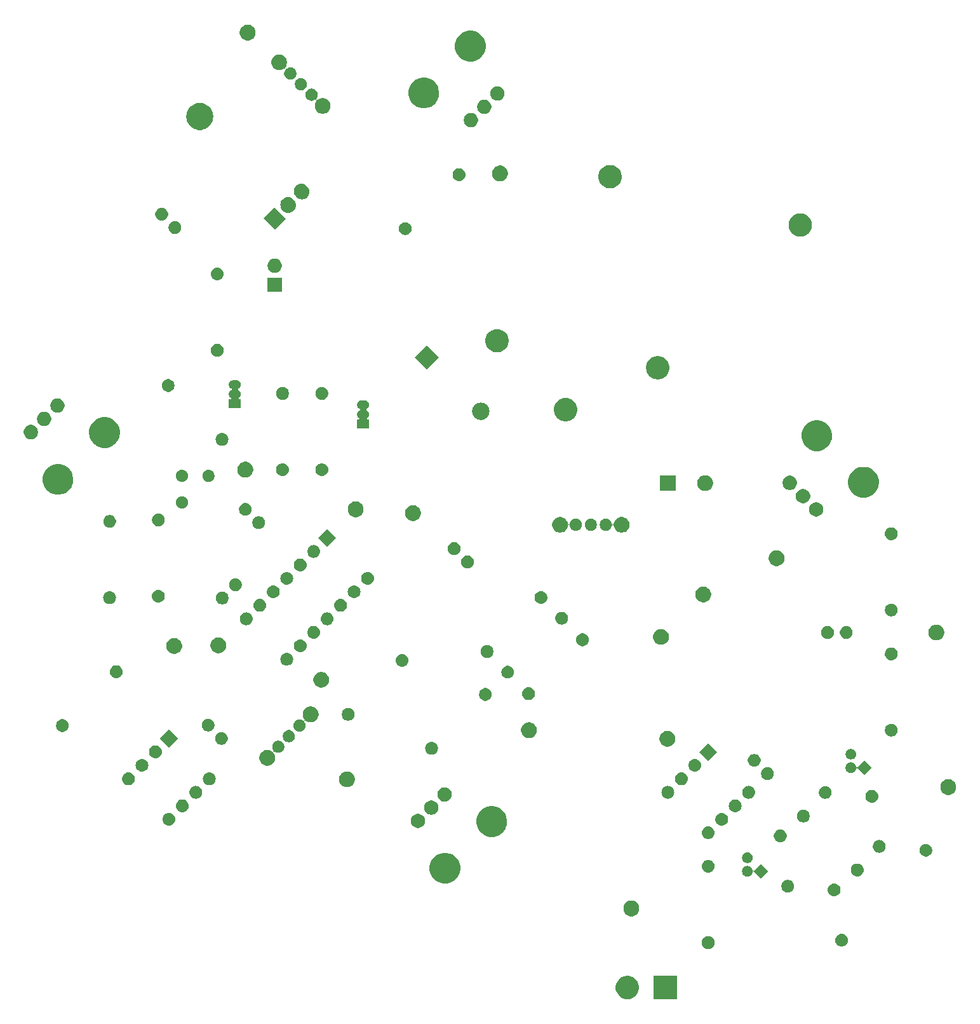
<source format=gbr>
G04 #@! TF.GenerationSoftware,KiCad,Pcbnew,5.0.2-bee76a0~70~ubuntu18.04.1*
G04 #@! TF.CreationDate,2020-07-22T02:23:45-04:00*
G04 #@! TF.ProjectId,synth,73796e74-682e-46b6-9963-61645f706362,rev?*
G04 #@! TF.SameCoordinates,Original*
G04 #@! TF.FileFunction,Soldermask,Bot*
G04 #@! TF.FilePolarity,Negative*
%FSLAX46Y46*%
G04 Gerber Fmt 4.6, Leading zero omitted, Abs format (unit mm)*
G04 Created by KiCad (PCBNEW 5.0.2-bee76a0~70~ubuntu18.04.1) date Wed 22 Jul 2020 02:23:45 AM EDT*
%MOMM*%
%LPD*%
G01*
G04 APERTURE LIST*
%ADD10C,0.100000*%
G04 APERTURE END LIST*
D10*
G36*
X157872527Y-161088736D02*
X157972410Y-161108604D01*
X158254674Y-161225521D01*
X158508705Y-161395259D01*
X158724741Y-161611295D01*
X158894479Y-161865326D01*
X159011396Y-162147590D01*
X159071000Y-162447240D01*
X159071000Y-162752760D01*
X159011396Y-163052410D01*
X158894479Y-163334674D01*
X158724741Y-163588705D01*
X158508705Y-163804741D01*
X158254674Y-163974479D01*
X157972410Y-164091396D01*
X157872527Y-164111264D01*
X157672762Y-164151000D01*
X157367238Y-164151000D01*
X157167473Y-164111264D01*
X157067590Y-164091396D01*
X156785326Y-163974479D01*
X156531295Y-163804741D01*
X156315259Y-163588705D01*
X156145521Y-163334674D01*
X156028604Y-163052410D01*
X155969000Y-162752760D01*
X155969000Y-162447240D01*
X156028604Y-162147590D01*
X156145521Y-161865326D01*
X156315259Y-161611295D01*
X156531295Y-161395259D01*
X156785326Y-161225521D01*
X157067590Y-161108604D01*
X157167473Y-161088736D01*
X157367238Y-161049000D01*
X157672762Y-161049000D01*
X157872527Y-161088736D01*
X157872527Y-161088736D01*
G37*
G36*
X164151000Y-164151000D02*
X161049000Y-164151000D01*
X161049000Y-161049000D01*
X164151000Y-161049000D01*
X164151000Y-164151000D01*
X164151000Y-164151000D01*
G37*
G36*
X168548228Y-155781703D02*
X168703100Y-155845853D01*
X168842481Y-155938985D01*
X168961015Y-156057519D01*
X169054147Y-156196900D01*
X169118297Y-156351772D01*
X169151000Y-156516184D01*
X169151000Y-156683816D01*
X169118297Y-156848228D01*
X169054147Y-157003100D01*
X168961015Y-157142481D01*
X168842481Y-157261015D01*
X168703100Y-157354147D01*
X168548228Y-157418297D01*
X168383816Y-157451000D01*
X168216184Y-157451000D01*
X168051772Y-157418297D01*
X167896900Y-157354147D01*
X167757519Y-157261015D01*
X167638985Y-157142481D01*
X167545853Y-157003100D01*
X167481703Y-156848228D01*
X167449000Y-156683816D01*
X167449000Y-156516184D01*
X167481703Y-156351772D01*
X167545853Y-156196900D01*
X167638985Y-156057519D01*
X167757519Y-155938985D01*
X167896900Y-155845853D01*
X168051772Y-155781703D01*
X168216184Y-155749000D01*
X168383816Y-155749000D01*
X168548228Y-155781703D01*
X168548228Y-155781703D01*
G37*
G36*
X186251026Y-155445518D02*
X186251029Y-155445519D01*
X186251030Y-155445519D01*
X186411444Y-155494180D01*
X186411446Y-155494181D01*
X186411449Y-155494182D01*
X186559283Y-155573200D01*
X186688864Y-155679546D01*
X186795210Y-155809127D01*
X186874228Y-155956961D01*
X186922892Y-156117384D01*
X186939322Y-156284205D01*
X186922892Y-156451026D01*
X186922891Y-156451029D01*
X186922891Y-156451030D01*
X186903127Y-156516184D01*
X186874228Y-156611449D01*
X186795210Y-156759283D01*
X186688864Y-156888864D01*
X186559283Y-156995210D01*
X186411449Y-157074228D01*
X186411446Y-157074229D01*
X186411444Y-157074230D01*
X186251030Y-157122891D01*
X186251029Y-157122891D01*
X186251026Y-157122892D01*
X186126009Y-157135205D01*
X186042401Y-157135205D01*
X185917384Y-157122892D01*
X185917381Y-157122891D01*
X185917380Y-157122891D01*
X185756966Y-157074230D01*
X185756964Y-157074229D01*
X185756961Y-157074228D01*
X185609127Y-156995210D01*
X185479546Y-156888864D01*
X185373200Y-156759283D01*
X185294182Y-156611449D01*
X185265284Y-156516184D01*
X185245519Y-156451030D01*
X185245519Y-156451029D01*
X185245518Y-156451026D01*
X185229088Y-156284205D01*
X185245518Y-156117384D01*
X185294182Y-155956961D01*
X185373200Y-155809127D01*
X185479546Y-155679546D01*
X185609127Y-155573200D01*
X185756961Y-155494182D01*
X185756964Y-155494181D01*
X185756966Y-155494180D01*
X185917380Y-155445519D01*
X185917381Y-155445519D01*
X185917384Y-155445518D01*
X186042401Y-155433205D01*
X186126009Y-155433205D01*
X186251026Y-155445518D01*
X186251026Y-155445518D01*
G37*
G36*
X158356565Y-151039389D02*
X158547834Y-151118615D01*
X158719976Y-151233637D01*
X158866363Y-151380024D01*
X158981385Y-151552166D01*
X159060611Y-151743435D01*
X159101000Y-151946484D01*
X159101000Y-152153516D01*
X159060611Y-152356565D01*
X158981385Y-152547834D01*
X158866363Y-152719976D01*
X158719976Y-152866363D01*
X158547834Y-152981385D01*
X158356565Y-153060611D01*
X158153516Y-153101000D01*
X157946484Y-153101000D01*
X157743435Y-153060611D01*
X157552166Y-152981385D01*
X157380024Y-152866363D01*
X157233637Y-152719976D01*
X157118615Y-152547834D01*
X157039389Y-152356565D01*
X156999000Y-152153516D01*
X156999000Y-151946484D01*
X157039389Y-151743435D01*
X157118615Y-151552166D01*
X157233637Y-151380024D01*
X157380024Y-151233637D01*
X157552166Y-151118615D01*
X157743435Y-151039389D01*
X157946484Y-150999000D01*
X158153516Y-150999000D01*
X158356565Y-151039389D01*
X158356565Y-151039389D01*
G37*
G36*
X185251026Y-148745518D02*
X185251029Y-148745519D01*
X185251030Y-148745519D01*
X185411444Y-148794180D01*
X185411446Y-148794181D01*
X185411449Y-148794182D01*
X185559283Y-148873200D01*
X185688864Y-148979546D01*
X185795210Y-149109127D01*
X185874228Y-149256961D01*
X185922892Y-149417384D01*
X185939322Y-149584205D01*
X185922892Y-149751026D01*
X185922891Y-149751029D01*
X185922891Y-149751030D01*
X185891611Y-149854147D01*
X185874228Y-149911449D01*
X185795210Y-150059283D01*
X185688864Y-150188864D01*
X185559283Y-150295210D01*
X185411449Y-150374228D01*
X185411446Y-150374229D01*
X185411444Y-150374230D01*
X185251030Y-150422891D01*
X185251029Y-150422891D01*
X185251026Y-150422892D01*
X185126009Y-150435205D01*
X185042401Y-150435205D01*
X184917384Y-150422892D01*
X184917381Y-150422891D01*
X184917380Y-150422891D01*
X184756966Y-150374230D01*
X184756964Y-150374229D01*
X184756961Y-150374228D01*
X184609127Y-150295210D01*
X184479546Y-150188864D01*
X184373200Y-150059283D01*
X184294182Y-149911449D01*
X184276800Y-149854147D01*
X184245519Y-149751030D01*
X184245519Y-149751029D01*
X184245518Y-149751026D01*
X184229088Y-149584205D01*
X184245518Y-149417384D01*
X184294182Y-149256961D01*
X184373200Y-149109127D01*
X184479546Y-148979546D01*
X184609127Y-148873200D01*
X184756961Y-148794182D01*
X184756964Y-148794181D01*
X184756966Y-148794180D01*
X184917380Y-148745519D01*
X184917381Y-148745519D01*
X184917384Y-148745518D01*
X185042401Y-148733205D01*
X185126009Y-148733205D01*
X185251026Y-148745518D01*
X185251026Y-148745518D01*
G37*
G36*
X179148228Y-148281703D02*
X179303100Y-148345853D01*
X179442481Y-148438985D01*
X179561015Y-148557519D01*
X179654147Y-148696900D01*
X179718297Y-148851772D01*
X179751000Y-149016184D01*
X179751000Y-149183816D01*
X179718297Y-149348228D01*
X179654147Y-149503100D01*
X179561015Y-149642481D01*
X179442481Y-149761015D01*
X179303100Y-149854147D01*
X179148228Y-149918297D01*
X178983816Y-149951000D01*
X178816184Y-149951000D01*
X178651772Y-149918297D01*
X178496900Y-149854147D01*
X178357519Y-149761015D01*
X178238985Y-149642481D01*
X178145853Y-149503100D01*
X178081703Y-149348228D01*
X178049000Y-149183816D01*
X178049000Y-149016184D01*
X178081703Y-148851772D01*
X178145853Y-148696900D01*
X178238985Y-148557519D01*
X178357519Y-148438985D01*
X178496900Y-148345853D01*
X178651772Y-148281703D01*
X178816184Y-148249000D01*
X178983816Y-148249000D01*
X179148228Y-148281703D01*
X179148228Y-148281703D01*
G37*
G36*
X133804497Y-144721068D02*
X133804499Y-144721069D01*
X133804500Y-144721069D01*
X134177758Y-144875677D01*
X134315758Y-144967886D01*
X134513684Y-145100136D01*
X134799359Y-145385811D01*
X134799361Y-145385814D01*
X135023818Y-145721737D01*
X135175360Y-146087593D01*
X135178427Y-146094998D01*
X135257245Y-146491243D01*
X135257245Y-146895257D01*
X135178527Y-147291000D01*
X135178426Y-147291505D01*
X135023818Y-147664763D01*
X134956865Y-147764965D01*
X134799359Y-148000689D01*
X134513684Y-148286364D01*
X134513681Y-148286366D01*
X134177758Y-148510823D01*
X133804500Y-148665431D01*
X133804499Y-148665431D01*
X133804497Y-148665432D01*
X133408252Y-148744250D01*
X133004238Y-148744250D01*
X132607993Y-148665432D01*
X132607991Y-148665431D01*
X132607990Y-148665431D01*
X132234732Y-148510823D01*
X131898809Y-148286366D01*
X131898806Y-148286364D01*
X131613131Y-148000689D01*
X131455625Y-147764965D01*
X131388672Y-147664763D01*
X131234064Y-147291505D01*
X131233964Y-147291000D01*
X131155245Y-146895257D01*
X131155245Y-146491243D01*
X131234063Y-146094998D01*
X131237130Y-146087593D01*
X131388672Y-145721737D01*
X131613129Y-145385814D01*
X131613131Y-145385811D01*
X131898806Y-145100136D01*
X132096732Y-144967886D01*
X132234732Y-144875677D01*
X132607990Y-144721069D01*
X132607991Y-144721069D01*
X132607993Y-144721068D01*
X133004238Y-144642250D01*
X133408252Y-144642250D01*
X133804497Y-144721068D01*
X133804497Y-144721068D01*
G37*
G36*
X176308164Y-147095985D02*
X175316800Y-148087349D01*
X174415770Y-147186319D01*
X174396828Y-147170773D01*
X174375217Y-147159222D01*
X174351768Y-147152109D01*
X174327382Y-147149707D01*
X174302996Y-147152109D01*
X174279547Y-147159222D01*
X174257936Y-147170773D01*
X174238994Y-147186319D01*
X174223448Y-147205261D01*
X174211897Y-147226872D01*
X174204784Y-147250321D01*
X174194811Y-147300456D01*
X174141967Y-147428034D01*
X174065249Y-147542850D01*
X173967614Y-147640485D01*
X173852798Y-147717203D01*
X173725221Y-147770047D01*
X173589793Y-147796985D01*
X173451705Y-147796985D01*
X173316277Y-147770047D01*
X173188700Y-147717203D01*
X173073884Y-147640485D01*
X172976249Y-147542850D01*
X172899531Y-147428034D01*
X172846687Y-147300457D01*
X172819749Y-147165029D01*
X172819749Y-147026941D01*
X172846687Y-146891513D01*
X172899531Y-146763936D01*
X172976249Y-146649120D01*
X173073884Y-146551485D01*
X173188700Y-146474767D01*
X173316277Y-146421923D01*
X173451705Y-146394985D01*
X173589793Y-146394985D01*
X173725221Y-146421923D01*
X173852798Y-146474767D01*
X173967614Y-146551485D01*
X174065249Y-146649120D01*
X174141967Y-146763936D01*
X174194811Y-146891514D01*
X174204784Y-146941649D01*
X174211897Y-146965099D01*
X174223448Y-146986709D01*
X174238994Y-147005651D01*
X174257936Y-147021197D01*
X174279547Y-147032748D01*
X174302996Y-147039861D01*
X174327382Y-147042263D01*
X174351768Y-147039861D01*
X174375218Y-147032748D01*
X174396828Y-147021197D01*
X174415770Y-147005651D01*
X175316800Y-146104621D01*
X176308164Y-147095985D01*
X176308164Y-147095985D01*
G37*
G36*
X188324680Y-146087592D02*
X188324683Y-146087593D01*
X188324684Y-146087593D01*
X188485098Y-146136254D01*
X188485100Y-146136255D01*
X188485103Y-146136256D01*
X188632937Y-146215274D01*
X188762518Y-146321620D01*
X188868864Y-146451201D01*
X188947882Y-146599035D01*
X188947883Y-146599038D01*
X188947884Y-146599040D01*
X188963076Y-146649123D01*
X188996546Y-146759458D01*
X189012976Y-146926279D01*
X188996546Y-147093100D01*
X188996545Y-147093103D01*
X188996545Y-147093104D01*
X188948854Y-147250321D01*
X188947882Y-147253523D01*
X188868864Y-147401357D01*
X188762518Y-147530938D01*
X188632937Y-147637284D01*
X188485103Y-147716302D01*
X188485100Y-147716303D01*
X188485098Y-147716304D01*
X188324684Y-147764965D01*
X188324683Y-147764965D01*
X188324680Y-147764966D01*
X188199663Y-147777279D01*
X188116055Y-147777279D01*
X187991038Y-147764966D01*
X187991035Y-147764965D01*
X187991034Y-147764965D01*
X187830620Y-147716304D01*
X187830618Y-147716303D01*
X187830615Y-147716302D01*
X187682781Y-147637284D01*
X187553200Y-147530938D01*
X187446854Y-147401357D01*
X187367836Y-147253523D01*
X187366865Y-147250321D01*
X187319173Y-147093104D01*
X187319173Y-147093103D01*
X187319172Y-147093100D01*
X187302742Y-146926279D01*
X187319172Y-146759458D01*
X187352642Y-146649123D01*
X187367834Y-146599040D01*
X187367835Y-146599038D01*
X187367836Y-146599035D01*
X187446854Y-146451201D01*
X187553200Y-146321620D01*
X187682781Y-146215274D01*
X187830615Y-146136256D01*
X187830618Y-146136255D01*
X187830620Y-146136254D01*
X187991034Y-146087593D01*
X187991035Y-146087593D01*
X187991038Y-146087592D01*
X188116055Y-146075279D01*
X188199663Y-146075279D01*
X188324680Y-146087592D01*
X188324680Y-146087592D01*
G37*
G36*
X168466821Y-145601313D02*
X168466824Y-145601314D01*
X168466825Y-145601314D01*
X168627239Y-145649975D01*
X168627241Y-145649976D01*
X168627244Y-145649977D01*
X168775078Y-145728995D01*
X168904659Y-145835341D01*
X169011005Y-145964922D01*
X169090023Y-146112756D01*
X169090024Y-146112759D01*
X169090025Y-146112761D01*
X169097152Y-146136256D01*
X169138687Y-146273179D01*
X169155117Y-146440000D01*
X169138687Y-146606821D01*
X169138686Y-146606824D01*
X169138686Y-146606825D01*
X169091027Y-146763937D01*
X169090023Y-146767244D01*
X169011005Y-146915078D01*
X168904659Y-147044659D01*
X168775078Y-147151005D01*
X168627244Y-147230023D01*
X168627241Y-147230024D01*
X168627239Y-147230025D01*
X168466825Y-147278686D01*
X168466824Y-147278686D01*
X168466821Y-147278687D01*
X168341804Y-147291000D01*
X168258196Y-147291000D01*
X168133179Y-147278687D01*
X168133176Y-147278686D01*
X168133175Y-147278686D01*
X167972761Y-147230025D01*
X167972759Y-147230024D01*
X167972756Y-147230023D01*
X167824922Y-147151005D01*
X167695341Y-147044659D01*
X167588995Y-146915078D01*
X167509977Y-146767244D01*
X167508974Y-146763937D01*
X167461314Y-146606825D01*
X167461314Y-146606824D01*
X167461313Y-146606821D01*
X167444883Y-146440000D01*
X167461313Y-146273179D01*
X167502848Y-146136256D01*
X167509975Y-146112761D01*
X167509976Y-146112759D01*
X167509977Y-146112756D01*
X167588995Y-145964922D01*
X167695341Y-145835341D01*
X167824922Y-145728995D01*
X167972756Y-145649977D01*
X167972759Y-145649976D01*
X167972761Y-145649975D01*
X168133175Y-145601314D01*
X168133176Y-145601314D01*
X168133179Y-145601313D01*
X168258196Y-145589000D01*
X168341804Y-145589000D01*
X168466821Y-145601313D01*
X168466821Y-145601313D01*
G37*
G36*
X173725221Y-144625872D02*
X173852798Y-144678716D01*
X173967614Y-144755434D01*
X174065249Y-144853069D01*
X174141967Y-144967885D01*
X174194811Y-145095462D01*
X174221749Y-145230890D01*
X174221749Y-145368978D01*
X174194811Y-145504406D01*
X174141967Y-145631983D01*
X174065249Y-145746799D01*
X173967614Y-145844434D01*
X173852798Y-145921152D01*
X173725221Y-145973996D01*
X173589793Y-146000934D01*
X173451705Y-146000934D01*
X173316277Y-145973996D01*
X173188700Y-145921152D01*
X173073884Y-145844434D01*
X172976249Y-145746799D01*
X172899531Y-145631983D01*
X172846687Y-145504406D01*
X172819749Y-145368978D01*
X172819749Y-145230890D01*
X172846687Y-145095462D01*
X172899531Y-144967885D01*
X172976249Y-144853069D01*
X173073884Y-144755434D01*
X173188700Y-144678716D01*
X173316277Y-144625872D01*
X173451705Y-144598934D01*
X173589793Y-144598934D01*
X173725221Y-144625872D01*
X173725221Y-144625872D01*
G37*
G36*
X197548228Y-143481703D02*
X197703100Y-143545853D01*
X197842481Y-143638985D01*
X197961015Y-143757519D01*
X198054147Y-143896900D01*
X198118297Y-144051772D01*
X198151000Y-144216184D01*
X198151000Y-144383816D01*
X198118297Y-144548228D01*
X198054147Y-144703100D01*
X197961015Y-144842481D01*
X197842481Y-144961015D01*
X197703100Y-145054147D01*
X197548228Y-145118297D01*
X197383816Y-145151000D01*
X197216184Y-145151000D01*
X197051772Y-145118297D01*
X196896900Y-145054147D01*
X196757519Y-144961015D01*
X196638985Y-144842481D01*
X196545853Y-144703100D01*
X196481703Y-144548228D01*
X196449000Y-144383816D01*
X196449000Y-144216184D01*
X196481703Y-144051772D01*
X196545853Y-143896900D01*
X196638985Y-143757519D01*
X196757519Y-143638985D01*
X196896900Y-143545853D01*
X197051772Y-143481703D01*
X197216184Y-143449000D01*
X197383816Y-143449000D01*
X197548228Y-143481703D01*
X197548228Y-143481703D01*
G37*
G36*
X191251026Y-142945518D02*
X191251029Y-142945519D01*
X191251030Y-142945519D01*
X191411444Y-142994180D01*
X191411446Y-142994181D01*
X191411449Y-142994182D01*
X191559283Y-143073200D01*
X191688864Y-143179546D01*
X191795210Y-143309127D01*
X191874228Y-143456961D01*
X191874229Y-143456964D01*
X191874230Y-143456966D01*
X191901194Y-143545854D01*
X191922892Y-143617384D01*
X191939322Y-143784205D01*
X191922892Y-143951026D01*
X191874228Y-144111449D01*
X191795210Y-144259283D01*
X191688864Y-144388864D01*
X191559283Y-144495210D01*
X191411449Y-144574228D01*
X191411446Y-144574229D01*
X191411444Y-144574230D01*
X191251030Y-144622891D01*
X191251029Y-144622891D01*
X191251026Y-144622892D01*
X191126009Y-144635205D01*
X191042401Y-144635205D01*
X190917384Y-144622892D01*
X190917381Y-144622891D01*
X190917380Y-144622891D01*
X190756966Y-144574230D01*
X190756964Y-144574229D01*
X190756961Y-144574228D01*
X190609127Y-144495210D01*
X190479546Y-144388864D01*
X190373200Y-144259283D01*
X190294182Y-144111449D01*
X190245518Y-143951026D01*
X190229088Y-143784205D01*
X190245518Y-143617384D01*
X190267216Y-143545854D01*
X190294180Y-143456966D01*
X190294181Y-143456964D01*
X190294182Y-143456961D01*
X190373200Y-143309127D01*
X190479546Y-143179546D01*
X190609127Y-143073200D01*
X190756961Y-142994182D01*
X190756964Y-142994181D01*
X190756966Y-142994180D01*
X190917380Y-142945519D01*
X190917381Y-142945519D01*
X190917384Y-142945518D01*
X191042401Y-142933205D01*
X191126009Y-142933205D01*
X191251026Y-142945518D01*
X191251026Y-142945518D01*
G37*
G36*
X178148228Y-141581703D02*
X178303100Y-141645853D01*
X178442481Y-141738985D01*
X178561015Y-141857519D01*
X178654147Y-141996900D01*
X178718297Y-142151772D01*
X178751000Y-142316184D01*
X178751000Y-142483816D01*
X178718297Y-142648228D01*
X178654147Y-142803100D01*
X178561015Y-142942481D01*
X178442481Y-143061015D01*
X178303100Y-143154147D01*
X178148228Y-143218297D01*
X177983816Y-143251000D01*
X177816184Y-143251000D01*
X177651772Y-143218297D01*
X177496900Y-143154147D01*
X177357519Y-143061015D01*
X177238985Y-142942481D01*
X177145853Y-142803100D01*
X177081703Y-142648228D01*
X177049000Y-142483816D01*
X177049000Y-142316184D01*
X177081703Y-142151772D01*
X177145853Y-141996900D01*
X177238985Y-141857519D01*
X177357519Y-141738985D01*
X177496900Y-141645853D01*
X177651772Y-141581703D01*
X177816184Y-141549000D01*
X177983816Y-141549000D01*
X178148228Y-141581703D01*
X178148228Y-141581703D01*
G37*
G36*
X168466821Y-141137620D02*
X168466824Y-141137621D01*
X168466825Y-141137621D01*
X168627239Y-141186282D01*
X168627241Y-141186283D01*
X168627244Y-141186284D01*
X168775078Y-141265302D01*
X168904659Y-141371648D01*
X169011005Y-141501229D01*
X169090023Y-141649063D01*
X169090024Y-141649066D01*
X169090025Y-141649068D01*
X169138686Y-141809482D01*
X169138687Y-141809486D01*
X169155117Y-141976307D01*
X169138687Y-142143128D01*
X169138686Y-142143131D01*
X169138686Y-142143132D01*
X169094655Y-142288284D01*
X169090023Y-142303551D01*
X169011005Y-142451385D01*
X168904659Y-142580966D01*
X168775078Y-142687312D01*
X168627244Y-142766330D01*
X168627241Y-142766331D01*
X168627239Y-142766332D01*
X168466825Y-142814993D01*
X168466824Y-142814993D01*
X168466821Y-142814994D01*
X168341804Y-142827307D01*
X168258196Y-142827307D01*
X168133179Y-142814994D01*
X168133176Y-142814993D01*
X168133175Y-142814993D01*
X167972761Y-142766332D01*
X167972759Y-142766331D01*
X167972756Y-142766330D01*
X167824922Y-142687312D01*
X167695341Y-142580966D01*
X167588995Y-142451385D01*
X167509977Y-142303551D01*
X167505346Y-142288284D01*
X167461314Y-142143132D01*
X167461314Y-142143131D01*
X167461313Y-142143128D01*
X167444883Y-141976307D01*
X167461313Y-141809486D01*
X167461314Y-141809482D01*
X167509975Y-141649068D01*
X167509976Y-141649066D01*
X167509977Y-141649063D01*
X167588995Y-141501229D01*
X167695341Y-141371648D01*
X167824922Y-141265302D01*
X167972756Y-141186284D01*
X167972759Y-141186283D01*
X167972761Y-141186282D01*
X168133175Y-141137621D01*
X168133176Y-141137621D01*
X168133179Y-141137620D01*
X168258196Y-141125307D01*
X168341804Y-141125307D01*
X168466821Y-141137620D01*
X168466821Y-141137620D01*
G37*
G36*
X140027036Y-138498529D02*
X140027038Y-138498530D01*
X140027039Y-138498530D01*
X140400297Y-138653138D01*
X140702904Y-138855334D01*
X140736223Y-138877597D01*
X141021898Y-139163272D01*
X141021900Y-139163275D01*
X141246357Y-139499198D01*
X141381677Y-139825890D01*
X141400966Y-139872459D01*
X141479784Y-140268704D01*
X141479784Y-140672718D01*
X141410916Y-141018943D01*
X141400965Y-141068966D01*
X141246357Y-141442224D01*
X141108151Y-141649063D01*
X141021898Y-141778150D01*
X140736223Y-142063825D01*
X140736220Y-142063827D01*
X140400297Y-142288284D01*
X140027039Y-142442892D01*
X140027038Y-142442892D01*
X140027036Y-142442893D01*
X139630791Y-142521711D01*
X139226777Y-142521711D01*
X138830532Y-142442893D01*
X138830530Y-142442892D01*
X138830529Y-142442892D01*
X138457271Y-142288284D01*
X138121348Y-142063827D01*
X138121345Y-142063825D01*
X137835670Y-141778150D01*
X137749417Y-141649063D01*
X137611211Y-141442224D01*
X137456603Y-141068966D01*
X137446653Y-141018943D01*
X137377784Y-140672718D01*
X137377784Y-140268704D01*
X137456602Y-139872459D01*
X137475891Y-139825890D01*
X137611211Y-139499198D01*
X137835668Y-139163275D01*
X137835670Y-139163272D01*
X138121345Y-138877597D01*
X138154664Y-138855334D01*
X138457271Y-138653138D01*
X138830529Y-138498530D01*
X138830530Y-138498530D01*
X138830532Y-138498529D01*
X139226777Y-138419711D01*
X139630791Y-138419711D01*
X140027036Y-138498529D01*
X140027036Y-138498529D01*
G37*
G36*
X129877396Y-139485546D02*
X130050466Y-139557234D01*
X130206230Y-139661312D01*
X130338688Y-139793770D01*
X130442766Y-139949534D01*
X130514454Y-140122604D01*
X130551000Y-140306333D01*
X130551000Y-140493667D01*
X130514454Y-140677396D01*
X130442766Y-140850466D01*
X130338688Y-141006230D01*
X130206230Y-141138688D01*
X130050466Y-141242766D01*
X129877396Y-141314454D01*
X129693667Y-141351000D01*
X129506333Y-141351000D01*
X129322604Y-141314454D01*
X129149534Y-141242766D01*
X128993770Y-141138688D01*
X128861312Y-141006230D01*
X128757234Y-140850466D01*
X128685546Y-140677396D01*
X128649000Y-140493667D01*
X128649000Y-140306333D01*
X128685546Y-140122604D01*
X128757234Y-139949534D01*
X128861312Y-139793770D01*
X128993770Y-139661312D01*
X129149534Y-139557234D01*
X129322604Y-139485546D01*
X129506333Y-139449000D01*
X129693667Y-139449000D01*
X129877396Y-139485546D01*
X129877396Y-139485546D01*
G37*
G36*
X170262872Y-139341569D02*
X170262875Y-139341570D01*
X170262876Y-139341570D01*
X170423290Y-139390231D01*
X170423292Y-139390232D01*
X170423295Y-139390233D01*
X170571129Y-139469251D01*
X170700710Y-139575597D01*
X170807056Y-139705178D01*
X170886074Y-139853012D01*
X170886075Y-139853015D01*
X170886076Y-139853017D01*
X170915354Y-139949534D01*
X170934738Y-140013435D01*
X170951168Y-140180256D01*
X170934738Y-140347077D01*
X170934737Y-140347080D01*
X170934737Y-140347081D01*
X170887274Y-140503546D01*
X170886074Y-140507500D01*
X170807056Y-140655334D01*
X170700710Y-140784915D01*
X170571129Y-140891261D01*
X170423295Y-140970279D01*
X170423292Y-140970280D01*
X170423290Y-140970281D01*
X170262876Y-141018942D01*
X170262875Y-141018942D01*
X170262872Y-141018943D01*
X170137855Y-141031256D01*
X170054247Y-141031256D01*
X169929230Y-141018943D01*
X169929227Y-141018942D01*
X169929226Y-141018942D01*
X169768812Y-140970281D01*
X169768810Y-140970280D01*
X169768807Y-140970279D01*
X169620973Y-140891261D01*
X169491392Y-140784915D01*
X169385046Y-140655334D01*
X169306028Y-140507500D01*
X169304829Y-140503546D01*
X169257365Y-140347081D01*
X169257365Y-140347080D01*
X169257364Y-140347077D01*
X169240934Y-140180256D01*
X169257364Y-140013435D01*
X169276748Y-139949534D01*
X169306026Y-139853017D01*
X169306027Y-139853015D01*
X169306028Y-139853012D01*
X169385046Y-139705178D01*
X169491392Y-139575597D01*
X169620973Y-139469251D01*
X169768807Y-139390233D01*
X169768810Y-139390232D01*
X169768812Y-139390231D01*
X169929226Y-139341570D01*
X169929227Y-139341570D01*
X169929230Y-139341569D01*
X170054247Y-139329256D01*
X170137855Y-139329256D01*
X170262872Y-139341569D01*
X170262872Y-139341569D01*
G37*
G36*
X96566821Y-139337620D02*
X96566824Y-139337621D01*
X96566825Y-139337621D01*
X96727239Y-139386282D01*
X96727241Y-139386283D01*
X96727244Y-139386284D01*
X96875078Y-139465302D01*
X97004659Y-139571648D01*
X97111005Y-139701229D01*
X97190023Y-139849063D01*
X97190024Y-139849066D01*
X97190025Y-139849068D01*
X97220501Y-139949534D01*
X97238687Y-140009486D01*
X97255117Y-140176307D01*
X97238687Y-140343128D01*
X97238686Y-140343131D01*
X97238686Y-140343132D01*
X97193022Y-140493667D01*
X97190023Y-140503551D01*
X97111005Y-140651385D01*
X97004659Y-140780966D01*
X96875078Y-140887312D01*
X96727244Y-140966330D01*
X96727241Y-140966331D01*
X96727239Y-140966332D01*
X96566825Y-141014993D01*
X96566824Y-141014993D01*
X96566821Y-141014994D01*
X96441804Y-141027307D01*
X96358196Y-141027307D01*
X96233179Y-141014994D01*
X96233176Y-141014993D01*
X96233175Y-141014993D01*
X96072761Y-140966332D01*
X96072759Y-140966331D01*
X96072756Y-140966330D01*
X95924922Y-140887312D01*
X95795341Y-140780966D01*
X95688995Y-140651385D01*
X95609977Y-140503551D01*
X95606979Y-140493667D01*
X95561314Y-140343132D01*
X95561314Y-140343131D01*
X95561313Y-140343128D01*
X95544883Y-140176307D01*
X95561313Y-140009486D01*
X95579499Y-139949534D01*
X95609975Y-139849068D01*
X95609976Y-139849066D01*
X95609977Y-139849063D01*
X95688995Y-139701229D01*
X95795341Y-139571648D01*
X95924922Y-139465302D01*
X96072756Y-139386284D01*
X96072759Y-139386283D01*
X96072761Y-139386282D01*
X96233175Y-139337621D01*
X96233176Y-139337621D01*
X96233179Y-139337620D01*
X96358196Y-139325307D01*
X96441804Y-139325307D01*
X96566821Y-139337620D01*
X96566821Y-139337620D01*
G37*
G36*
X181221882Y-138923777D02*
X181376754Y-138987927D01*
X181516135Y-139081059D01*
X181634669Y-139199593D01*
X181727801Y-139338974D01*
X181791951Y-139493846D01*
X181824654Y-139658258D01*
X181824654Y-139825890D01*
X181791951Y-139990302D01*
X181727801Y-140145174D01*
X181634669Y-140284555D01*
X181516135Y-140403089D01*
X181376754Y-140496221D01*
X181221882Y-140560371D01*
X181057470Y-140593074D01*
X180889838Y-140593074D01*
X180725426Y-140560371D01*
X180570554Y-140496221D01*
X180431173Y-140403089D01*
X180312639Y-140284555D01*
X180219507Y-140145174D01*
X180155357Y-139990302D01*
X180122654Y-139825890D01*
X180122654Y-139658258D01*
X180155357Y-139493846D01*
X180219507Y-139338974D01*
X180312639Y-139199593D01*
X180431173Y-139081059D01*
X180570554Y-138987927D01*
X180725426Y-138923777D01*
X180889838Y-138891074D01*
X181057470Y-138891074D01*
X181221882Y-138923777D01*
X181221882Y-138923777D01*
G37*
G36*
X131645163Y-137717779D02*
X131818233Y-137789467D01*
X131973997Y-137893545D01*
X132106455Y-138026003D01*
X132210533Y-138181767D01*
X132282221Y-138354837D01*
X132318767Y-138538566D01*
X132318767Y-138725900D01*
X132282221Y-138909629D01*
X132210533Y-139082699D01*
X132106455Y-139238463D01*
X131973997Y-139370921D01*
X131818233Y-139474999D01*
X131645163Y-139546687D01*
X131461434Y-139583233D01*
X131274100Y-139583233D01*
X131090371Y-139546687D01*
X130917301Y-139474999D01*
X130761537Y-139370921D01*
X130629079Y-139238463D01*
X130525001Y-139082699D01*
X130453313Y-138909629D01*
X130416767Y-138725900D01*
X130416767Y-138538566D01*
X130453313Y-138354837D01*
X130525001Y-138181767D01*
X130629079Y-138026003D01*
X130761537Y-137893545D01*
X130917301Y-137789467D01*
X131090371Y-137717779D01*
X131274100Y-137681233D01*
X131461434Y-137681233D01*
X131645163Y-137717779D01*
X131645163Y-137717779D01*
G37*
G36*
X172058923Y-137545518D02*
X172058926Y-137545519D01*
X172058927Y-137545519D01*
X172219341Y-137594180D01*
X172219343Y-137594181D01*
X172219346Y-137594182D01*
X172367180Y-137673200D01*
X172496761Y-137779546D01*
X172603107Y-137909127D01*
X172682125Y-138056961D01*
X172682126Y-138056964D01*
X172682127Y-138056966D01*
X172719985Y-138181767D01*
X172730789Y-138217384D01*
X172747219Y-138384205D01*
X172730789Y-138551026D01*
X172730788Y-138551029D01*
X172730788Y-138551030D01*
X172683325Y-138707495D01*
X172682125Y-138711449D01*
X172603107Y-138859283D01*
X172496761Y-138988864D01*
X172367180Y-139095210D01*
X172219346Y-139174228D01*
X172219343Y-139174229D01*
X172219341Y-139174230D01*
X172058927Y-139222891D01*
X172058926Y-139222891D01*
X172058923Y-139222892D01*
X171933906Y-139235205D01*
X171850298Y-139235205D01*
X171725281Y-139222892D01*
X171725278Y-139222891D01*
X171725277Y-139222891D01*
X171564863Y-139174230D01*
X171564861Y-139174229D01*
X171564858Y-139174228D01*
X171417024Y-139095210D01*
X171287443Y-138988864D01*
X171181097Y-138859283D01*
X171102079Y-138711449D01*
X171100880Y-138707495D01*
X171053416Y-138551030D01*
X171053416Y-138551029D01*
X171053415Y-138551026D01*
X171036985Y-138384205D01*
X171053415Y-138217384D01*
X171064219Y-138181767D01*
X171102077Y-138056966D01*
X171102078Y-138056964D01*
X171102079Y-138056961D01*
X171181097Y-137909127D01*
X171287443Y-137779546D01*
X171417024Y-137673200D01*
X171564858Y-137594182D01*
X171564861Y-137594181D01*
X171564863Y-137594180D01*
X171725277Y-137545519D01*
X171725278Y-137545519D01*
X171725281Y-137545518D01*
X171850298Y-137533205D01*
X171933906Y-137533205D01*
X172058923Y-137545518D01*
X172058923Y-137545518D01*
G37*
G36*
X98362872Y-137541569D02*
X98362875Y-137541570D01*
X98362876Y-137541570D01*
X98523290Y-137590231D01*
X98523292Y-137590232D01*
X98523295Y-137590233D01*
X98671129Y-137669251D01*
X98800710Y-137775597D01*
X98907056Y-137905178D01*
X98986074Y-138053012D01*
X98986075Y-138053015D01*
X98986076Y-138053017D01*
X99025132Y-138181767D01*
X99034738Y-138213435D01*
X99051168Y-138380256D01*
X99034738Y-138547077D01*
X99034737Y-138547080D01*
X99034737Y-138547081D01*
X99002565Y-138653139D01*
X98986074Y-138707500D01*
X98907056Y-138855334D01*
X98800710Y-138984915D01*
X98671129Y-139091261D01*
X98523295Y-139170279D01*
X98523292Y-139170280D01*
X98523290Y-139170281D01*
X98362876Y-139218942D01*
X98362875Y-139218942D01*
X98362872Y-139218943D01*
X98237855Y-139231256D01*
X98154247Y-139231256D01*
X98029230Y-139218943D01*
X98029227Y-139218942D01*
X98029226Y-139218942D01*
X97868812Y-139170281D01*
X97868810Y-139170280D01*
X97868807Y-139170279D01*
X97720973Y-139091261D01*
X97591392Y-138984915D01*
X97485046Y-138855334D01*
X97406028Y-138707500D01*
X97389538Y-138653139D01*
X97357365Y-138547081D01*
X97357365Y-138547080D01*
X97357364Y-138547077D01*
X97340934Y-138380256D01*
X97357364Y-138213435D01*
X97366970Y-138181767D01*
X97406026Y-138053017D01*
X97406027Y-138053015D01*
X97406028Y-138053012D01*
X97485046Y-137905178D01*
X97591392Y-137775597D01*
X97720973Y-137669251D01*
X97868807Y-137590233D01*
X97868810Y-137590232D01*
X97868812Y-137590231D01*
X98029226Y-137541570D01*
X98029227Y-137541570D01*
X98029230Y-137541569D01*
X98154247Y-137529256D01*
X98237855Y-137529256D01*
X98362872Y-137541569D01*
X98362872Y-137541569D01*
G37*
G36*
X190282616Y-136277108D02*
X190282619Y-136277109D01*
X190282620Y-136277109D01*
X190443034Y-136325770D01*
X190443036Y-136325771D01*
X190443039Y-136325772D01*
X190590873Y-136404790D01*
X190720454Y-136511136D01*
X190826800Y-136640717D01*
X190905818Y-136788551D01*
X190905819Y-136788554D01*
X190905820Y-136788556D01*
X190944297Y-136915398D01*
X190954482Y-136948974D01*
X190970912Y-137115795D01*
X190954482Y-137282616D01*
X190954481Y-137282619D01*
X190954481Y-137282620D01*
X190908195Y-137435205D01*
X190905818Y-137443039D01*
X190826800Y-137590873D01*
X190720454Y-137720454D01*
X190590873Y-137826800D01*
X190443039Y-137905818D01*
X190443036Y-137905819D01*
X190443034Y-137905820D01*
X190282620Y-137954481D01*
X190282619Y-137954481D01*
X190282616Y-137954482D01*
X190157599Y-137966795D01*
X190073991Y-137966795D01*
X189948974Y-137954482D01*
X189948971Y-137954481D01*
X189948970Y-137954481D01*
X189788556Y-137905820D01*
X189788554Y-137905819D01*
X189788551Y-137905818D01*
X189640717Y-137826800D01*
X189511136Y-137720454D01*
X189404790Y-137590873D01*
X189325772Y-137443039D01*
X189323396Y-137435205D01*
X189277109Y-137282620D01*
X189277109Y-137282619D01*
X189277108Y-137282616D01*
X189260678Y-137115795D01*
X189277108Y-136948974D01*
X189287293Y-136915398D01*
X189325770Y-136788556D01*
X189325771Y-136788554D01*
X189325772Y-136788551D01*
X189404790Y-136640717D01*
X189511136Y-136511136D01*
X189640717Y-136404790D01*
X189788551Y-136325772D01*
X189788554Y-136325771D01*
X189788556Y-136325770D01*
X189948970Y-136277109D01*
X189948971Y-136277109D01*
X189948974Y-136277108D01*
X190073991Y-136264795D01*
X190157599Y-136264795D01*
X190282616Y-136277108D01*
X190282616Y-136277108D01*
G37*
G36*
X133412930Y-135950012D02*
X133586000Y-136021700D01*
X133741764Y-136125778D01*
X133874222Y-136258236D01*
X133978300Y-136414000D01*
X134049988Y-136587070D01*
X134086534Y-136770799D01*
X134086534Y-136958133D01*
X134049988Y-137141862D01*
X133978300Y-137314932D01*
X133874222Y-137470696D01*
X133741764Y-137603154D01*
X133586000Y-137707232D01*
X133412930Y-137778920D01*
X133229201Y-137815466D01*
X133041867Y-137815466D01*
X132858138Y-137778920D01*
X132685068Y-137707232D01*
X132529304Y-137603154D01*
X132396846Y-137470696D01*
X132292768Y-137314932D01*
X132221080Y-137141862D01*
X132184534Y-136958133D01*
X132184534Y-136770799D01*
X132221080Y-136587070D01*
X132292768Y-136414000D01*
X132396846Y-136258236D01*
X132529304Y-136125778D01*
X132685068Y-136021700D01*
X132858138Y-135950012D01*
X133041867Y-135913466D01*
X133229201Y-135913466D01*
X133412930Y-135950012D01*
X133412930Y-135950012D01*
G37*
G36*
X184148228Y-135781703D02*
X184303100Y-135845853D01*
X184442481Y-135938985D01*
X184561015Y-136057519D01*
X184654147Y-136196900D01*
X184718297Y-136351772D01*
X184751000Y-136516184D01*
X184751000Y-136683816D01*
X184718297Y-136848228D01*
X184654147Y-137003100D01*
X184561015Y-137142481D01*
X184442481Y-137261015D01*
X184303100Y-137354147D01*
X184148228Y-137418297D01*
X183983816Y-137451000D01*
X183816184Y-137451000D01*
X183651772Y-137418297D01*
X183496900Y-137354147D01*
X183357519Y-137261015D01*
X183238985Y-137142481D01*
X183145853Y-137003100D01*
X183081703Y-136848228D01*
X183049000Y-136683816D01*
X183049000Y-136516184D01*
X183081703Y-136351772D01*
X183145853Y-136196900D01*
X183238985Y-136057519D01*
X183357519Y-135938985D01*
X183496900Y-135845853D01*
X183651772Y-135781703D01*
X183816184Y-135749000D01*
X183983816Y-135749000D01*
X184148228Y-135781703D01*
X184148228Y-135781703D01*
G37*
G36*
X163078667Y-135749467D02*
X163078670Y-135749468D01*
X163078671Y-135749468D01*
X163239085Y-135798129D01*
X163239087Y-135798130D01*
X163239090Y-135798131D01*
X163386924Y-135877149D01*
X163516505Y-135983495D01*
X163622851Y-136113076D01*
X163701869Y-136260910D01*
X163701870Y-136260913D01*
X163701871Y-136260915D01*
X163721545Y-136325772D01*
X163750533Y-136421333D01*
X163766963Y-136588154D01*
X163750533Y-136754975D01*
X163750532Y-136754978D01*
X163750532Y-136754979D01*
X163703069Y-136911444D01*
X163701869Y-136915398D01*
X163622851Y-137063232D01*
X163516505Y-137192813D01*
X163386924Y-137299159D01*
X163239090Y-137378177D01*
X163239087Y-137378178D01*
X163239085Y-137378179D01*
X163078671Y-137426840D01*
X163078670Y-137426840D01*
X163078667Y-137426841D01*
X162953650Y-137439154D01*
X162870042Y-137439154D01*
X162745025Y-137426841D01*
X162745022Y-137426840D01*
X162745021Y-137426840D01*
X162584607Y-137378179D01*
X162584605Y-137378178D01*
X162584602Y-137378177D01*
X162436768Y-137299159D01*
X162307187Y-137192813D01*
X162200841Y-137063232D01*
X162121823Y-136915398D01*
X162120624Y-136911444D01*
X162073160Y-136754979D01*
X162073160Y-136754978D01*
X162073159Y-136754975D01*
X162056729Y-136588154D01*
X162073159Y-136421333D01*
X162102147Y-136325772D01*
X162121821Y-136260915D01*
X162121822Y-136260913D01*
X162121823Y-136260910D01*
X162200841Y-136113076D01*
X162307187Y-135983495D01*
X162436768Y-135877149D01*
X162584602Y-135798131D01*
X162584605Y-135798130D01*
X162584607Y-135798129D01*
X162745021Y-135749468D01*
X162745022Y-135749468D01*
X162745025Y-135749467D01*
X162870042Y-135737154D01*
X162953650Y-135737154D01*
X163078667Y-135749467D01*
X163078667Y-135749467D01*
G37*
G36*
X173854975Y-135749467D02*
X173854978Y-135749468D01*
X173854979Y-135749468D01*
X174015393Y-135798129D01*
X174015395Y-135798130D01*
X174015398Y-135798131D01*
X174163232Y-135877149D01*
X174292813Y-135983495D01*
X174399159Y-136113076D01*
X174478177Y-136260910D01*
X174478178Y-136260913D01*
X174478179Y-136260915D01*
X174497853Y-136325772D01*
X174526841Y-136421333D01*
X174543271Y-136588154D01*
X174526841Y-136754975D01*
X174526840Y-136754978D01*
X174526840Y-136754979D01*
X174479377Y-136911444D01*
X174478177Y-136915398D01*
X174399159Y-137063232D01*
X174292813Y-137192813D01*
X174163232Y-137299159D01*
X174015398Y-137378177D01*
X174015395Y-137378178D01*
X174015393Y-137378179D01*
X173854979Y-137426840D01*
X173854978Y-137426840D01*
X173854975Y-137426841D01*
X173729958Y-137439154D01*
X173646350Y-137439154D01*
X173521333Y-137426841D01*
X173521330Y-137426840D01*
X173521329Y-137426840D01*
X173360915Y-137378179D01*
X173360913Y-137378178D01*
X173360910Y-137378177D01*
X173213076Y-137299159D01*
X173083495Y-137192813D01*
X172977149Y-137063232D01*
X172898131Y-136915398D01*
X172896932Y-136911444D01*
X172849468Y-136754979D01*
X172849468Y-136754978D01*
X172849467Y-136754975D01*
X172833037Y-136588154D01*
X172849467Y-136421333D01*
X172878455Y-136325772D01*
X172898129Y-136260915D01*
X172898130Y-136260913D01*
X172898131Y-136260910D01*
X172977149Y-136113076D01*
X173083495Y-135983495D01*
X173213076Y-135877149D01*
X173360910Y-135798131D01*
X173360913Y-135798130D01*
X173360915Y-135798129D01*
X173521329Y-135749468D01*
X173521330Y-135749468D01*
X173521333Y-135749467D01*
X173646350Y-135737154D01*
X173729958Y-135737154D01*
X173854975Y-135749467D01*
X173854975Y-135749467D01*
G37*
G36*
X100158923Y-135745518D02*
X100158926Y-135745519D01*
X100158927Y-135745519D01*
X100319341Y-135794180D01*
X100319343Y-135794181D01*
X100319346Y-135794182D01*
X100467180Y-135873200D01*
X100596761Y-135979546D01*
X100703107Y-136109127D01*
X100782125Y-136256961D01*
X100782126Y-136256964D01*
X100782127Y-136256966D01*
X100830788Y-136417380D01*
X100830789Y-136417384D01*
X100847219Y-136584205D01*
X100830789Y-136751026D01*
X100830788Y-136751029D01*
X100830788Y-136751030D01*
X100782380Y-136910611D01*
X100782125Y-136911449D01*
X100703107Y-137059283D01*
X100596761Y-137188864D01*
X100467180Y-137295210D01*
X100319346Y-137374228D01*
X100319343Y-137374229D01*
X100319341Y-137374230D01*
X100158927Y-137422891D01*
X100158926Y-137422891D01*
X100158923Y-137422892D01*
X100033906Y-137435205D01*
X99950298Y-137435205D01*
X99825281Y-137422892D01*
X99825278Y-137422891D01*
X99825277Y-137422891D01*
X99664863Y-137374230D01*
X99664861Y-137374229D01*
X99664858Y-137374228D01*
X99517024Y-137295210D01*
X99387443Y-137188864D01*
X99281097Y-137059283D01*
X99202079Y-136911449D01*
X99201825Y-136910611D01*
X99153416Y-136751030D01*
X99153416Y-136751029D01*
X99153415Y-136751026D01*
X99136985Y-136584205D01*
X99153415Y-136417384D01*
X99153416Y-136417380D01*
X99202077Y-136256966D01*
X99202078Y-136256964D01*
X99202079Y-136256961D01*
X99281097Y-136109127D01*
X99387443Y-135979546D01*
X99517024Y-135873200D01*
X99664858Y-135794182D01*
X99664861Y-135794181D01*
X99664863Y-135794180D01*
X99825277Y-135745519D01*
X99825278Y-135745519D01*
X99825281Y-135745518D01*
X99950298Y-135733205D01*
X100033906Y-135733205D01*
X100158923Y-135745518D01*
X100158923Y-135745518D01*
G37*
G36*
X200606565Y-134889389D02*
X200797834Y-134968615D01*
X200969976Y-135083637D01*
X201116363Y-135230024D01*
X201231385Y-135402166D01*
X201310611Y-135593435D01*
X201351000Y-135796484D01*
X201351000Y-136003516D01*
X201310611Y-136206565D01*
X201231385Y-136397834D01*
X201116363Y-136569976D01*
X200969976Y-136716363D01*
X200797834Y-136831385D01*
X200606565Y-136910611D01*
X200403516Y-136951000D01*
X200196484Y-136951000D01*
X199993435Y-136910611D01*
X199802166Y-136831385D01*
X199630024Y-136716363D01*
X199483637Y-136569976D01*
X199368615Y-136397834D01*
X199289389Y-136206565D01*
X199249000Y-136003516D01*
X199249000Y-135796484D01*
X199289389Y-135593435D01*
X199368615Y-135402166D01*
X199483637Y-135230024D01*
X199630024Y-135083637D01*
X199802166Y-134968615D01*
X199993435Y-134889389D01*
X200196484Y-134849000D01*
X200403516Y-134849000D01*
X200606565Y-134889389D01*
X200606565Y-134889389D01*
G37*
G36*
X120456565Y-133839389D02*
X120647834Y-133918615D01*
X120819976Y-134033637D01*
X120966363Y-134180024D01*
X121081385Y-134352166D01*
X121160611Y-134543435D01*
X121201000Y-134746484D01*
X121201000Y-134953516D01*
X121160611Y-135156565D01*
X121081385Y-135347834D01*
X120966363Y-135519976D01*
X120819976Y-135666363D01*
X120647834Y-135781385D01*
X120456565Y-135860611D01*
X120253516Y-135901000D01*
X120046484Y-135901000D01*
X119843435Y-135860611D01*
X119652166Y-135781385D01*
X119480024Y-135666363D01*
X119333637Y-135519976D01*
X119218615Y-135347834D01*
X119139389Y-135156565D01*
X119099000Y-134953516D01*
X119099000Y-134746484D01*
X119139389Y-134543435D01*
X119218615Y-134352166D01*
X119333637Y-134180024D01*
X119480024Y-134033637D01*
X119652166Y-133918615D01*
X119843435Y-133839389D01*
X120046484Y-133799000D01*
X120253516Y-133799000D01*
X120456565Y-133839389D01*
X120456565Y-133839389D01*
G37*
G36*
X164874719Y-133953415D02*
X164874722Y-133953416D01*
X164874723Y-133953416D01*
X165035137Y-134002077D01*
X165035139Y-134002078D01*
X165035142Y-134002079D01*
X165182976Y-134081097D01*
X165312557Y-134187443D01*
X165418903Y-134317024D01*
X165497921Y-134464858D01*
X165497922Y-134464861D01*
X165497923Y-134464863D01*
X165546584Y-134625277D01*
X165546585Y-134625281D01*
X165563015Y-134792102D01*
X165546585Y-134958923D01*
X165546584Y-134958926D01*
X165546584Y-134958927D01*
X165499121Y-135115393D01*
X165497921Y-135119346D01*
X165418903Y-135267180D01*
X165312557Y-135396761D01*
X165182976Y-135503107D01*
X165035142Y-135582125D01*
X165035139Y-135582126D01*
X165035137Y-135582127D01*
X164874723Y-135630788D01*
X164874722Y-135630788D01*
X164874719Y-135630789D01*
X164749702Y-135643102D01*
X164666094Y-135643102D01*
X164541077Y-135630789D01*
X164541074Y-135630788D01*
X164541073Y-135630788D01*
X164380659Y-135582127D01*
X164380657Y-135582126D01*
X164380654Y-135582125D01*
X164232820Y-135503107D01*
X164103239Y-135396761D01*
X163996893Y-135267180D01*
X163917875Y-135119346D01*
X163916676Y-135115393D01*
X163869212Y-134958927D01*
X163869212Y-134958926D01*
X163869211Y-134958923D01*
X163852781Y-134792102D01*
X163869211Y-134625281D01*
X163869212Y-134625277D01*
X163917873Y-134464863D01*
X163917874Y-134464861D01*
X163917875Y-134464858D01*
X163996893Y-134317024D01*
X164103239Y-134187443D01*
X164232820Y-134081097D01*
X164380654Y-134002079D01*
X164380657Y-134002078D01*
X164380659Y-134002077D01*
X164541073Y-133953416D01*
X164541074Y-133953416D01*
X164541077Y-133953415D01*
X164666094Y-133941102D01*
X164749702Y-133941102D01*
X164874719Y-133953415D01*
X164874719Y-133953415D01*
G37*
G36*
X101954975Y-133949467D02*
X101954978Y-133949468D01*
X101954979Y-133949468D01*
X102115393Y-133998129D01*
X102115395Y-133998130D01*
X102115398Y-133998131D01*
X102263232Y-134077149D01*
X102392813Y-134183495D01*
X102499159Y-134313076D01*
X102578177Y-134460910D01*
X102578178Y-134460913D01*
X102578179Y-134460915D01*
X102603211Y-134543435D01*
X102626841Y-134621333D01*
X102643271Y-134788154D01*
X102626841Y-134954975D01*
X102626840Y-134954978D01*
X102626840Y-134954979D01*
X102587813Y-135083635D01*
X102578177Y-135115398D01*
X102499159Y-135263232D01*
X102392813Y-135392813D01*
X102263232Y-135499159D01*
X102115398Y-135578177D01*
X102115395Y-135578178D01*
X102115393Y-135578179D01*
X101954979Y-135626840D01*
X101954978Y-135626840D01*
X101954975Y-135626841D01*
X101829958Y-135639154D01*
X101746350Y-135639154D01*
X101621333Y-135626841D01*
X101621330Y-135626840D01*
X101621329Y-135626840D01*
X101460915Y-135578179D01*
X101460913Y-135578178D01*
X101460910Y-135578177D01*
X101313076Y-135499159D01*
X101183495Y-135392813D01*
X101077149Y-135263232D01*
X100998131Y-135115398D01*
X100988496Y-135083635D01*
X100949468Y-134954979D01*
X100949468Y-134954978D01*
X100949467Y-134954975D01*
X100933037Y-134788154D01*
X100949467Y-134621333D01*
X100973097Y-134543435D01*
X100998129Y-134460915D01*
X100998130Y-134460913D01*
X100998131Y-134460910D01*
X101077149Y-134313076D01*
X101183495Y-134183495D01*
X101313076Y-134077149D01*
X101460910Y-133998131D01*
X101460913Y-133998130D01*
X101460915Y-133998129D01*
X101621329Y-133949468D01*
X101621330Y-133949468D01*
X101621333Y-133949467D01*
X101746350Y-133937154D01*
X101829958Y-133937154D01*
X101954975Y-133949467D01*
X101954975Y-133949467D01*
G37*
G36*
X91178667Y-133949467D02*
X91178670Y-133949468D01*
X91178671Y-133949468D01*
X91339085Y-133998129D01*
X91339087Y-133998130D01*
X91339090Y-133998131D01*
X91486924Y-134077149D01*
X91616505Y-134183495D01*
X91722851Y-134313076D01*
X91801869Y-134460910D01*
X91801870Y-134460913D01*
X91801871Y-134460915D01*
X91826903Y-134543435D01*
X91850533Y-134621333D01*
X91866963Y-134788154D01*
X91850533Y-134954975D01*
X91850532Y-134954978D01*
X91850532Y-134954979D01*
X91811505Y-135083635D01*
X91801869Y-135115398D01*
X91722851Y-135263232D01*
X91616505Y-135392813D01*
X91486924Y-135499159D01*
X91339090Y-135578177D01*
X91339087Y-135578178D01*
X91339085Y-135578179D01*
X91178671Y-135626840D01*
X91178670Y-135626840D01*
X91178667Y-135626841D01*
X91053650Y-135639154D01*
X90970042Y-135639154D01*
X90845025Y-135626841D01*
X90845022Y-135626840D01*
X90845021Y-135626840D01*
X90684607Y-135578179D01*
X90684605Y-135578178D01*
X90684602Y-135578177D01*
X90536768Y-135499159D01*
X90407187Y-135392813D01*
X90300841Y-135263232D01*
X90221823Y-135115398D01*
X90212188Y-135083635D01*
X90173160Y-134954979D01*
X90173160Y-134954978D01*
X90173159Y-134954975D01*
X90156729Y-134788154D01*
X90173159Y-134621333D01*
X90196789Y-134543435D01*
X90221821Y-134460915D01*
X90221822Y-134460913D01*
X90221823Y-134460910D01*
X90300841Y-134313076D01*
X90407187Y-134183495D01*
X90536768Y-134077149D01*
X90684602Y-133998131D01*
X90684605Y-133998130D01*
X90684607Y-133998129D01*
X90845021Y-133949468D01*
X90845022Y-133949468D01*
X90845025Y-133949467D01*
X90970042Y-133937154D01*
X91053650Y-133937154D01*
X91178667Y-133949467D01*
X91178667Y-133949467D01*
G37*
G36*
X176448228Y-133281703D02*
X176603100Y-133345853D01*
X176742481Y-133438985D01*
X176861015Y-133557519D01*
X176954147Y-133696900D01*
X177018297Y-133851772D01*
X177051000Y-134016184D01*
X177051000Y-134183816D01*
X177018297Y-134348228D01*
X176954147Y-134503100D01*
X176861015Y-134642481D01*
X176742481Y-134761015D01*
X176603100Y-134854147D01*
X176448228Y-134918297D01*
X176283816Y-134951000D01*
X176116184Y-134951000D01*
X175951772Y-134918297D01*
X175796900Y-134854147D01*
X175657519Y-134761015D01*
X175538985Y-134642481D01*
X175445853Y-134503100D01*
X175381703Y-134348228D01*
X175349000Y-134183816D01*
X175349000Y-134016184D01*
X175381703Y-133851772D01*
X175445853Y-133696900D01*
X175538985Y-133557519D01*
X175657519Y-133438985D01*
X175796900Y-133345853D01*
X175951772Y-133281703D01*
X176116184Y-133249000D01*
X176283816Y-133249000D01*
X176448228Y-133281703D01*
X176448228Y-133281703D01*
G37*
G36*
X190096746Y-133307403D02*
X189105382Y-134298767D01*
X188204352Y-133397737D01*
X188185410Y-133382191D01*
X188163799Y-133370640D01*
X188140350Y-133363527D01*
X188115964Y-133361125D01*
X188091578Y-133363527D01*
X188068129Y-133370640D01*
X188046518Y-133382191D01*
X188027576Y-133397737D01*
X188012030Y-133416679D01*
X188000479Y-133438290D01*
X187993366Y-133461739D01*
X187983393Y-133511874D01*
X187930549Y-133639452D01*
X187853831Y-133754268D01*
X187756196Y-133851903D01*
X187641380Y-133928621D01*
X187513803Y-133981465D01*
X187378375Y-134008403D01*
X187240287Y-134008403D01*
X187104859Y-133981465D01*
X186977282Y-133928621D01*
X186862466Y-133851903D01*
X186764831Y-133754268D01*
X186688113Y-133639452D01*
X186635269Y-133511875D01*
X186608331Y-133376447D01*
X186608331Y-133238359D01*
X186635269Y-133102931D01*
X186688113Y-132975354D01*
X186764831Y-132860538D01*
X186862466Y-132762903D01*
X186977282Y-132686185D01*
X187104859Y-132633341D01*
X187240287Y-132606403D01*
X187378375Y-132606403D01*
X187513803Y-132633341D01*
X187641380Y-132686185D01*
X187756196Y-132762903D01*
X187853831Y-132860538D01*
X187930549Y-132975354D01*
X187983393Y-133102932D01*
X187993366Y-133153067D01*
X188000479Y-133176517D01*
X188012030Y-133198127D01*
X188027576Y-133217069D01*
X188046518Y-133232615D01*
X188068129Y-133244166D01*
X188091578Y-133251279D01*
X188115964Y-133253681D01*
X188140350Y-133251279D01*
X188163800Y-133244166D01*
X188185410Y-133232615D01*
X188204352Y-133217069D01*
X189105382Y-132316039D01*
X190096746Y-133307403D01*
X190096746Y-133307403D01*
G37*
G36*
X166670770Y-132157364D02*
X166670773Y-132157365D01*
X166670774Y-132157365D01*
X166831188Y-132206026D01*
X166831190Y-132206027D01*
X166831193Y-132206028D01*
X166979027Y-132285046D01*
X167108608Y-132391392D01*
X167214954Y-132520973D01*
X167293972Y-132668807D01*
X167293973Y-132668810D01*
X167293974Y-132668812D01*
X167338472Y-132815503D01*
X167342636Y-132829230D01*
X167359066Y-132996051D01*
X167342636Y-133162872D01*
X167342635Y-133162875D01*
X167342635Y-133162876D01*
X167295172Y-133319341D01*
X167293972Y-133323295D01*
X167214954Y-133471129D01*
X167108608Y-133600710D01*
X166979027Y-133707056D01*
X166831193Y-133786074D01*
X166831190Y-133786075D01*
X166831188Y-133786076D01*
X166670774Y-133834737D01*
X166670773Y-133834737D01*
X166670770Y-133834738D01*
X166545753Y-133847051D01*
X166462145Y-133847051D01*
X166337128Y-133834738D01*
X166337125Y-133834737D01*
X166337124Y-133834737D01*
X166176710Y-133786076D01*
X166176708Y-133786075D01*
X166176705Y-133786074D01*
X166028871Y-133707056D01*
X165899290Y-133600710D01*
X165792944Y-133471129D01*
X165713926Y-133323295D01*
X165712727Y-133319341D01*
X165665263Y-133162876D01*
X165665263Y-133162875D01*
X165665262Y-133162872D01*
X165648832Y-132996051D01*
X165665262Y-132829230D01*
X165669426Y-132815503D01*
X165713924Y-132668812D01*
X165713925Y-132668810D01*
X165713926Y-132668807D01*
X165792944Y-132520973D01*
X165899290Y-132391392D01*
X166028871Y-132285046D01*
X166176705Y-132206028D01*
X166176708Y-132206027D01*
X166176710Y-132206026D01*
X166337124Y-132157365D01*
X166337125Y-132157365D01*
X166337128Y-132157364D01*
X166462145Y-132145051D01*
X166545753Y-132145051D01*
X166670770Y-132157364D01*
X166670770Y-132157364D01*
G37*
G36*
X92974719Y-132153415D02*
X92974722Y-132153416D01*
X92974723Y-132153416D01*
X93135137Y-132202077D01*
X93135139Y-132202078D01*
X93135142Y-132202079D01*
X93282976Y-132281097D01*
X93412557Y-132387443D01*
X93518903Y-132517024D01*
X93597921Y-132664858D01*
X93597922Y-132664861D01*
X93597923Y-132664863D01*
X93627662Y-132762901D01*
X93646585Y-132825281D01*
X93663015Y-132992102D01*
X93646585Y-133158923D01*
X93646584Y-133158926D01*
X93646584Y-133158927D01*
X93617841Y-133253681D01*
X93597921Y-133319346D01*
X93518903Y-133467180D01*
X93412557Y-133596761D01*
X93282976Y-133703107D01*
X93135142Y-133782125D01*
X93135139Y-133782126D01*
X93135137Y-133782127D01*
X92974723Y-133830788D01*
X92974722Y-133830788D01*
X92974719Y-133830789D01*
X92849702Y-133843102D01*
X92766094Y-133843102D01*
X92641077Y-133830789D01*
X92641074Y-133830788D01*
X92641073Y-133830788D01*
X92480659Y-133782127D01*
X92480657Y-133782126D01*
X92480654Y-133782125D01*
X92332820Y-133703107D01*
X92203239Y-133596761D01*
X92096893Y-133467180D01*
X92017875Y-133319346D01*
X91997956Y-133253681D01*
X91969212Y-133158927D01*
X91969212Y-133158926D01*
X91969211Y-133158923D01*
X91952781Y-132992102D01*
X91969211Y-132825281D01*
X91988134Y-132762901D01*
X92017873Y-132664863D01*
X92017874Y-132664861D01*
X92017875Y-132664858D01*
X92096893Y-132517024D01*
X92203239Y-132387443D01*
X92332820Y-132281097D01*
X92480654Y-132202079D01*
X92480657Y-132202078D01*
X92480659Y-132202077D01*
X92641073Y-132153416D01*
X92641074Y-132153416D01*
X92641077Y-132153415D01*
X92766094Y-132141102D01*
X92849702Y-132141102D01*
X92974719Y-132153415D01*
X92974719Y-132153415D01*
G37*
G36*
X174680461Y-131513936D02*
X174835333Y-131578086D01*
X174974714Y-131671218D01*
X175093248Y-131789752D01*
X175186380Y-131929133D01*
X175250530Y-132084005D01*
X175283233Y-132248417D01*
X175283233Y-132416049D01*
X175250530Y-132580461D01*
X175186380Y-132735333D01*
X175093248Y-132874714D01*
X174974714Y-132993248D01*
X174835333Y-133086380D01*
X174680461Y-133150530D01*
X174516049Y-133183233D01*
X174348417Y-133183233D01*
X174184005Y-133150530D01*
X174029133Y-133086380D01*
X173889752Y-132993248D01*
X173771218Y-132874714D01*
X173678086Y-132735333D01*
X173613936Y-132580461D01*
X173581233Y-132416049D01*
X173581233Y-132248417D01*
X173613936Y-132084005D01*
X173678086Y-131929133D01*
X173771218Y-131789752D01*
X173889752Y-131671218D01*
X174029133Y-131578086D01*
X174184005Y-131513936D01*
X174348417Y-131481233D01*
X174516049Y-131481233D01*
X174680461Y-131513936D01*
X174680461Y-131513936D01*
G37*
G36*
X111222928Y-129732456D02*
X111370888Y-129793744D01*
X111384890Y-129803100D01*
X111504043Y-129882715D01*
X111617285Y-129995957D01*
X111636472Y-130024673D01*
X111706256Y-130129112D01*
X111767544Y-130277072D01*
X111798786Y-130434139D01*
X111798786Y-130594289D01*
X111767544Y-130751356D01*
X111731948Y-130837290D01*
X111706257Y-130899314D01*
X111617285Y-131032471D01*
X111504043Y-131145713D01*
X111458239Y-131176318D01*
X111370888Y-131234684D01*
X111222928Y-131295972D01*
X111065861Y-131327214D01*
X110905711Y-131327214D01*
X110748644Y-131295972D01*
X110600685Y-131234685D01*
X110513333Y-131176318D01*
X110497061Y-131165445D01*
X110475452Y-131153895D01*
X110452002Y-131146782D01*
X110427616Y-131144380D01*
X110403230Y-131146782D01*
X110379781Y-131153895D01*
X110358170Y-131165446D01*
X110339228Y-131180992D01*
X110323682Y-131199934D01*
X110312131Y-131221544D01*
X110305018Y-131244994D01*
X110302616Y-131269380D01*
X110305018Y-131293766D01*
X110312131Y-131317215D01*
X110323683Y-131338827D01*
X110432246Y-131501302D01*
X110511473Y-131692573D01*
X110551862Y-131895622D01*
X110551862Y-132102654D01*
X110511473Y-132305703D01*
X110432247Y-132496972D01*
X110317225Y-132669114D01*
X110170838Y-132815501D01*
X109998696Y-132930523D01*
X109807427Y-133009749D01*
X109604378Y-133050138D01*
X109397346Y-133050138D01*
X109194297Y-133009749D01*
X109003028Y-132930523D01*
X108830886Y-132815501D01*
X108684499Y-132669114D01*
X108569477Y-132496972D01*
X108490251Y-132305703D01*
X108449862Y-132102654D01*
X108449862Y-131895622D01*
X108490251Y-131692573D01*
X108569477Y-131501304D01*
X108684499Y-131329162D01*
X108830886Y-131182775D01*
X109003028Y-131067753D01*
X109194297Y-130988527D01*
X109397346Y-130948138D01*
X109604378Y-130948138D01*
X109807427Y-130988527D01*
X109998698Y-131067754D01*
X110161173Y-131176317D01*
X110182784Y-131187869D01*
X110206233Y-131194982D01*
X110230620Y-131197384D01*
X110255006Y-131194982D01*
X110278455Y-131187869D01*
X110300066Y-131176318D01*
X110319008Y-131160773D01*
X110334553Y-131141831D01*
X110346105Y-131120220D01*
X110353218Y-131096771D01*
X110355620Y-131072384D01*
X110353218Y-131047998D01*
X110346105Y-131024549D01*
X110334554Y-131002938D01*
X110324926Y-130988528D01*
X110297938Y-130948138D01*
X110265315Y-130899315D01*
X110204028Y-130751356D01*
X110172786Y-130594289D01*
X110172786Y-130434139D01*
X110204028Y-130277072D01*
X110265316Y-130129112D01*
X110335100Y-130024673D01*
X110354287Y-129995957D01*
X110467529Y-129882715D01*
X110586682Y-129803100D01*
X110600684Y-129793744D01*
X110748644Y-129732456D01*
X110905711Y-129701214D01*
X111065861Y-129701214D01*
X111222928Y-129732456D01*
X111222928Y-129732456D01*
G37*
G36*
X169503496Y-131200000D02*
X168300000Y-132403496D01*
X167096504Y-131200000D01*
X168300000Y-129996504D01*
X169503496Y-131200000D01*
X169503496Y-131200000D01*
G37*
G36*
X187513803Y-130837290D02*
X187641380Y-130890134D01*
X187756196Y-130966852D01*
X187853831Y-131064487D01*
X187930549Y-131179303D01*
X187983393Y-131306880D01*
X188010331Y-131442308D01*
X188010331Y-131580396D01*
X187983393Y-131715824D01*
X187930549Y-131843401D01*
X187853831Y-131958217D01*
X187756196Y-132055852D01*
X187641380Y-132132570D01*
X187513803Y-132185414D01*
X187378375Y-132212352D01*
X187240287Y-132212352D01*
X187104859Y-132185414D01*
X186977282Y-132132570D01*
X186862466Y-132055852D01*
X186764831Y-131958217D01*
X186688113Y-131843401D01*
X186635269Y-131715824D01*
X186608331Y-131580396D01*
X186608331Y-131442308D01*
X186635269Y-131306880D01*
X186688113Y-131179303D01*
X186764831Y-131064487D01*
X186862466Y-130966852D01*
X186977282Y-130890134D01*
X187104859Y-130837290D01*
X187240287Y-130810352D01*
X187378375Y-130810352D01*
X187513803Y-130837290D01*
X187513803Y-130837290D01*
G37*
G36*
X94770770Y-130357364D02*
X94770773Y-130357365D01*
X94770774Y-130357365D01*
X94931188Y-130406026D01*
X94931190Y-130406027D01*
X94931193Y-130406028D01*
X95079027Y-130485046D01*
X95208608Y-130591392D01*
X95314954Y-130720973D01*
X95393972Y-130868807D01*
X95393973Y-130868810D01*
X95393974Y-130868812D01*
X95441216Y-131024549D01*
X95442636Y-131029230D01*
X95459066Y-131196051D01*
X95442636Y-131362872D01*
X95442635Y-131362875D01*
X95442635Y-131362876D01*
X95396812Y-131513936D01*
X95393972Y-131523295D01*
X95314954Y-131671129D01*
X95208608Y-131800710D01*
X95079027Y-131907056D01*
X94931193Y-131986074D01*
X94931190Y-131986075D01*
X94931188Y-131986076D01*
X94770774Y-132034737D01*
X94770773Y-132034737D01*
X94770770Y-132034738D01*
X94645753Y-132047051D01*
X94562145Y-132047051D01*
X94437128Y-132034738D01*
X94437125Y-132034737D01*
X94437124Y-132034737D01*
X94276710Y-131986076D01*
X94276708Y-131986075D01*
X94276705Y-131986074D01*
X94128871Y-131907056D01*
X93999290Y-131800710D01*
X93892944Y-131671129D01*
X93813926Y-131523295D01*
X93811087Y-131513936D01*
X93765263Y-131362876D01*
X93765263Y-131362875D01*
X93765262Y-131362872D01*
X93748832Y-131196051D01*
X93765262Y-131029230D01*
X93766682Y-131024549D01*
X93813924Y-130868812D01*
X93813925Y-130868810D01*
X93813926Y-130868807D01*
X93892944Y-130720973D01*
X93999290Y-130591392D01*
X94128871Y-130485046D01*
X94276705Y-130406028D01*
X94276708Y-130406027D01*
X94276710Y-130406026D01*
X94437124Y-130357365D01*
X94437125Y-130357365D01*
X94437128Y-130357364D01*
X94562145Y-130345051D01*
X94645753Y-130345051D01*
X94770770Y-130357364D01*
X94770770Y-130357364D01*
G37*
G36*
X131581606Y-129896990D02*
X131581609Y-129896991D01*
X131581610Y-129896991D01*
X131742024Y-129945652D01*
X131742026Y-129945653D01*
X131742029Y-129945654D01*
X131889863Y-130024672D01*
X132019444Y-130131018D01*
X132125790Y-130260599D01*
X132204808Y-130408433D01*
X132204809Y-130408436D01*
X132204810Y-130408438D01*
X132228049Y-130485047D01*
X132253472Y-130568856D01*
X132269902Y-130735677D01*
X132253472Y-130902498D01*
X132253471Y-130902501D01*
X132253471Y-130902502D01*
X132215029Y-131029230D01*
X132204808Y-131062921D01*
X132125790Y-131210755D01*
X132019444Y-131340336D01*
X131889863Y-131446682D01*
X131742029Y-131525700D01*
X131742026Y-131525701D01*
X131742024Y-131525702D01*
X131581610Y-131574363D01*
X131581609Y-131574363D01*
X131581606Y-131574364D01*
X131456589Y-131586677D01*
X131372981Y-131586677D01*
X131247964Y-131574364D01*
X131247961Y-131574363D01*
X131247960Y-131574363D01*
X131087546Y-131525702D01*
X131087544Y-131525701D01*
X131087541Y-131525700D01*
X130939707Y-131446682D01*
X130810126Y-131340336D01*
X130703780Y-131210755D01*
X130624762Y-131062921D01*
X130614542Y-131029230D01*
X130576099Y-130902502D01*
X130576099Y-130902501D01*
X130576098Y-130902498D01*
X130559668Y-130735677D01*
X130576098Y-130568856D01*
X130601521Y-130485047D01*
X130624760Y-130408438D01*
X130624761Y-130408436D01*
X130624762Y-130408433D01*
X130703780Y-130260599D01*
X130810126Y-130131018D01*
X130939707Y-130024672D01*
X131087541Y-129945654D01*
X131087544Y-129945653D01*
X131087546Y-129945652D01*
X131247960Y-129896991D01*
X131247961Y-129896991D01*
X131247964Y-129896990D01*
X131372981Y-129884677D01*
X131456589Y-129884677D01*
X131581606Y-129896990D01*
X131581606Y-129896990D01*
G37*
G36*
X97603496Y-129400000D02*
X96400000Y-130603496D01*
X95196504Y-129400000D01*
X96400000Y-128196504D01*
X97603496Y-129400000D01*
X97603496Y-129400000D01*
G37*
G36*
X163156565Y-128439389D02*
X163347834Y-128518615D01*
X163519976Y-128633637D01*
X163666363Y-128780024D01*
X163781385Y-128952166D01*
X163860611Y-129143435D01*
X163901000Y-129346484D01*
X163901000Y-129553516D01*
X163860611Y-129756565D01*
X163781385Y-129947834D01*
X163666363Y-130119976D01*
X163519976Y-130266363D01*
X163347834Y-130381385D01*
X163156565Y-130460611D01*
X162953516Y-130501000D01*
X162746484Y-130501000D01*
X162543435Y-130460611D01*
X162352166Y-130381385D01*
X162180024Y-130266363D01*
X162033637Y-130119976D01*
X161918615Y-129947834D01*
X161839389Y-129756565D01*
X161799000Y-129553516D01*
X161799000Y-129346484D01*
X161839389Y-129143435D01*
X161918615Y-128952166D01*
X162033637Y-128780024D01*
X162180024Y-128633637D01*
X162352166Y-128518615D01*
X162543435Y-128439389D01*
X162746484Y-128399000D01*
X162953516Y-128399000D01*
X163156565Y-128439389D01*
X163156565Y-128439389D01*
G37*
G36*
X103648228Y-128581703D02*
X103803100Y-128645853D01*
X103942481Y-128738985D01*
X104061015Y-128857519D01*
X104154147Y-128996900D01*
X104218297Y-129151772D01*
X104251000Y-129316184D01*
X104251000Y-129483816D01*
X104218297Y-129648228D01*
X104154147Y-129803100D01*
X104061015Y-129942481D01*
X103942481Y-130061015D01*
X103803100Y-130154147D01*
X103648228Y-130218297D01*
X103483816Y-130251000D01*
X103316184Y-130251000D01*
X103151772Y-130218297D01*
X102996900Y-130154147D01*
X102857519Y-130061015D01*
X102738985Y-129942481D01*
X102645853Y-129803100D01*
X102581703Y-129648228D01*
X102549000Y-129483816D01*
X102549000Y-129316184D01*
X102581703Y-129151772D01*
X102645853Y-128996900D01*
X102738985Y-128857519D01*
X102857519Y-128738985D01*
X102996900Y-128645853D01*
X103151772Y-128581703D01*
X103316184Y-128549000D01*
X103483816Y-128549000D01*
X103648228Y-128581703D01*
X103648228Y-128581703D01*
G37*
G36*
X112637142Y-128318242D02*
X112785102Y-128379530D01*
X112825100Y-128406256D01*
X112916825Y-128467544D01*
X112918258Y-128468502D01*
X113031498Y-128581742D01*
X113120470Y-128714898D01*
X113181758Y-128862858D01*
X113213000Y-129019925D01*
X113213000Y-129180075D01*
X113181758Y-129337142D01*
X113155721Y-129400000D01*
X113120471Y-129485100D01*
X113031499Y-129618257D01*
X112918257Y-129731499D01*
X112916823Y-129732457D01*
X112785102Y-129820470D01*
X112637142Y-129881758D01*
X112480075Y-129913000D01*
X112319925Y-129913000D01*
X112162858Y-129881758D01*
X112014898Y-129820470D01*
X111883177Y-129732457D01*
X111881743Y-129731499D01*
X111768501Y-129618257D01*
X111679529Y-129485100D01*
X111644279Y-129400000D01*
X111618242Y-129337142D01*
X111587000Y-129180075D01*
X111587000Y-129019925D01*
X111618242Y-128862858D01*
X111679530Y-128714898D01*
X111768502Y-128581742D01*
X111881742Y-128468502D01*
X111883176Y-128467544D01*
X111974900Y-128406256D01*
X112014898Y-128379530D01*
X112162858Y-128318242D01*
X112319925Y-128287000D01*
X112480075Y-128287000D01*
X112637142Y-128318242D01*
X112637142Y-128318242D01*
G37*
G36*
X144706565Y-127289389D02*
X144897834Y-127368615D01*
X145069976Y-127483637D01*
X145216363Y-127630024D01*
X145331385Y-127802166D01*
X145410611Y-127993435D01*
X145451000Y-128196484D01*
X145451000Y-128403516D01*
X145410611Y-128606565D01*
X145331385Y-128797834D01*
X145216363Y-128969976D01*
X145069976Y-129116363D01*
X144897834Y-129231385D01*
X144706565Y-129310611D01*
X144503516Y-129351000D01*
X144296484Y-129351000D01*
X144093435Y-129310611D01*
X143902166Y-129231385D01*
X143730024Y-129116363D01*
X143583637Y-128969976D01*
X143468615Y-128797834D01*
X143389389Y-128606565D01*
X143349000Y-128403516D01*
X143349000Y-128196484D01*
X143389389Y-127993435D01*
X143468615Y-127802166D01*
X143583637Y-127630024D01*
X143730024Y-127483637D01*
X143902166Y-127368615D01*
X144093435Y-127289389D01*
X144296484Y-127249000D01*
X144503516Y-127249000D01*
X144706565Y-127289389D01*
X144706565Y-127289389D01*
G37*
G36*
X192948228Y-127481703D02*
X193103100Y-127545853D01*
X193242481Y-127638985D01*
X193361015Y-127757519D01*
X193454147Y-127896900D01*
X193518297Y-128051772D01*
X193551000Y-128216184D01*
X193551000Y-128383816D01*
X193518297Y-128548228D01*
X193454147Y-128703100D01*
X193361015Y-128842481D01*
X193242481Y-128961015D01*
X193103100Y-129054147D01*
X192948228Y-129118297D01*
X192783816Y-129151000D01*
X192616184Y-129151000D01*
X192451772Y-129118297D01*
X192296900Y-129054147D01*
X192157519Y-128961015D01*
X192038985Y-128842481D01*
X191945853Y-128703100D01*
X191881703Y-128548228D01*
X191849000Y-128383816D01*
X191849000Y-128216184D01*
X191881703Y-128051772D01*
X191945853Y-127896900D01*
X192038985Y-127757519D01*
X192157519Y-127638985D01*
X192296900Y-127545853D01*
X192451772Y-127481703D01*
X192616184Y-127449000D01*
X192783816Y-127449000D01*
X192948228Y-127481703D01*
X192948228Y-127481703D01*
G37*
G36*
X82448228Y-126881703D02*
X82603100Y-126945853D01*
X82742481Y-127038985D01*
X82861015Y-127157519D01*
X82954147Y-127296900D01*
X83018297Y-127451772D01*
X83051000Y-127616184D01*
X83051000Y-127783816D01*
X83018297Y-127948228D01*
X82954147Y-128103100D01*
X82861015Y-128242481D01*
X82742481Y-128361015D01*
X82603100Y-128454147D01*
X82448228Y-128518297D01*
X82283816Y-128551000D01*
X82116184Y-128551000D01*
X81951772Y-128518297D01*
X81796900Y-128454147D01*
X81657519Y-128361015D01*
X81538985Y-128242481D01*
X81445853Y-128103100D01*
X81381703Y-127948228D01*
X81349000Y-127783816D01*
X81349000Y-127616184D01*
X81381703Y-127451772D01*
X81445853Y-127296900D01*
X81538985Y-127157519D01*
X81657519Y-127038985D01*
X81796900Y-126945853D01*
X81951772Y-126881703D01*
X82116184Y-126849000D01*
X82283816Y-126849000D01*
X82448228Y-126881703D01*
X82448228Y-126881703D01*
G37*
G36*
X115605703Y-125190251D02*
X115796972Y-125269477D01*
X115969114Y-125384499D01*
X116115501Y-125530886D01*
X116230523Y-125703028D01*
X116309749Y-125894297D01*
X116350138Y-126097346D01*
X116350138Y-126304378D01*
X116309749Y-126507427D01*
X116230523Y-126698696D01*
X116115501Y-126870838D01*
X115969114Y-127017225D01*
X115796972Y-127132247D01*
X115605703Y-127211473D01*
X115402654Y-127251862D01*
X115195622Y-127251862D01*
X114992573Y-127211473D01*
X114801302Y-127132246D01*
X114638827Y-127023683D01*
X114617216Y-127012131D01*
X114593767Y-127005018D01*
X114569380Y-127002616D01*
X114544994Y-127005018D01*
X114521545Y-127012131D01*
X114499934Y-127023682D01*
X114480992Y-127039227D01*
X114465447Y-127058169D01*
X114453895Y-127079780D01*
X114446782Y-127103229D01*
X114444380Y-127127616D01*
X114446782Y-127152002D01*
X114453895Y-127175451D01*
X114465445Y-127197061D01*
X114475075Y-127211473D01*
X114534685Y-127300685D01*
X114595972Y-127448644D01*
X114627214Y-127605711D01*
X114627214Y-127765861D01*
X114595972Y-127922928D01*
X114534684Y-128070888D01*
X114489897Y-128137916D01*
X114445713Y-128204043D01*
X114332471Y-128317285D01*
X114331037Y-128318243D01*
X114199316Y-128406256D01*
X114051356Y-128467544D01*
X113894289Y-128498786D01*
X113734139Y-128498786D01*
X113577072Y-128467544D01*
X113429112Y-128406256D01*
X113297391Y-128318243D01*
X113295957Y-128317285D01*
X113182715Y-128204043D01*
X113138531Y-128137916D01*
X113093744Y-128070888D01*
X113032456Y-127922928D01*
X113001214Y-127765861D01*
X113001214Y-127605711D01*
X113032456Y-127448644D01*
X113093744Y-127300684D01*
X113153353Y-127211473D01*
X113182715Y-127167529D01*
X113295957Y-127054287D01*
X113420279Y-126971218D01*
X113429112Y-126965316D01*
X113577072Y-126904028D01*
X113734139Y-126872786D01*
X113894289Y-126872786D01*
X114051356Y-126904028D01*
X114199315Y-126965315D01*
X114258734Y-127005018D01*
X114286669Y-127023683D01*
X114302938Y-127034554D01*
X114324548Y-127046105D01*
X114347998Y-127053218D01*
X114372384Y-127055620D01*
X114396770Y-127053218D01*
X114420219Y-127046105D01*
X114441830Y-127034554D01*
X114460772Y-127019008D01*
X114476318Y-127000066D01*
X114487869Y-126978456D01*
X114494982Y-126955006D01*
X114497384Y-126930620D01*
X114494982Y-126906234D01*
X114487869Y-126882785D01*
X114476317Y-126861173D01*
X114367754Y-126698698D01*
X114288527Y-126507427D01*
X114248138Y-126304378D01*
X114248138Y-126097346D01*
X114288527Y-125894297D01*
X114367753Y-125703028D01*
X114482775Y-125530886D01*
X114629162Y-125384499D01*
X114801304Y-125269477D01*
X114992573Y-125190251D01*
X115195622Y-125149862D01*
X115402654Y-125149862D01*
X115605703Y-125190251D01*
X115605703Y-125190251D01*
G37*
G36*
X101880461Y-126813936D02*
X102035333Y-126878086D01*
X102174714Y-126971218D01*
X102293248Y-127089752D01*
X102386380Y-127229133D01*
X102450530Y-127384005D01*
X102483233Y-127548417D01*
X102483233Y-127716049D01*
X102450530Y-127880461D01*
X102386380Y-128035333D01*
X102293248Y-128174714D01*
X102174714Y-128293248D01*
X102035333Y-128386380D01*
X101880461Y-128450530D01*
X101716049Y-128483233D01*
X101548417Y-128483233D01*
X101384005Y-128450530D01*
X101229133Y-128386380D01*
X101089752Y-128293248D01*
X100971218Y-128174714D01*
X100878086Y-128035333D01*
X100813936Y-127880461D01*
X100781233Y-127716049D01*
X100781233Y-127548417D01*
X100813936Y-127384005D01*
X100878086Y-127229133D01*
X100971218Y-127089752D01*
X101089752Y-126971218D01*
X101229133Y-126878086D01*
X101384005Y-126813936D01*
X101548417Y-126781233D01*
X101716049Y-126781233D01*
X101880461Y-126813936D01*
X101880461Y-126813936D01*
G37*
G36*
X120548228Y-125381703D02*
X120703100Y-125445853D01*
X120842481Y-125538985D01*
X120961015Y-125657519D01*
X121054147Y-125796900D01*
X121118297Y-125951772D01*
X121151000Y-126116184D01*
X121151000Y-126283816D01*
X121118297Y-126448228D01*
X121054147Y-126603100D01*
X120961015Y-126742481D01*
X120842481Y-126861015D01*
X120703100Y-126954147D01*
X120548228Y-127018297D01*
X120383816Y-127051000D01*
X120216184Y-127051000D01*
X120051772Y-127018297D01*
X119896900Y-126954147D01*
X119757519Y-126861015D01*
X119638985Y-126742481D01*
X119545853Y-126603100D01*
X119481703Y-126448228D01*
X119449000Y-126283816D01*
X119449000Y-126116184D01*
X119481703Y-125951772D01*
X119545853Y-125796900D01*
X119638985Y-125657519D01*
X119757519Y-125538985D01*
X119896900Y-125445853D01*
X120051772Y-125381703D01*
X120216184Y-125349000D01*
X120383816Y-125349000D01*
X120548228Y-125381703D01*
X120548228Y-125381703D01*
G37*
G36*
X138847218Y-122733175D02*
X139002090Y-122797325D01*
X139141471Y-122890457D01*
X139260005Y-123008991D01*
X139353137Y-123148372D01*
X139417287Y-123303244D01*
X139449990Y-123467656D01*
X139449990Y-123635288D01*
X139417287Y-123799700D01*
X139353137Y-123954572D01*
X139260005Y-124093953D01*
X139141471Y-124212487D01*
X139002090Y-124305619D01*
X138847218Y-124369769D01*
X138682806Y-124402472D01*
X138515174Y-124402472D01*
X138350762Y-124369769D01*
X138195890Y-124305619D01*
X138056509Y-124212487D01*
X137937975Y-124093953D01*
X137844843Y-123954572D01*
X137780693Y-123799700D01*
X137747990Y-123635288D01*
X137747990Y-123467656D01*
X137780693Y-123303244D01*
X137844843Y-123148372D01*
X137937975Y-123008991D01*
X138056509Y-122890457D01*
X138195890Y-122797325D01*
X138350762Y-122733175D01*
X138515174Y-122700472D01*
X138682806Y-122700472D01*
X138847218Y-122733175D01*
X138847218Y-122733175D01*
G37*
G36*
X144521660Y-122613790D02*
X144521663Y-122613791D01*
X144521664Y-122613791D01*
X144682078Y-122662452D01*
X144682080Y-122662453D01*
X144682083Y-122662454D01*
X144829917Y-122741472D01*
X144959498Y-122847818D01*
X145065844Y-122977399D01*
X145144862Y-123125233D01*
X145144863Y-123125236D01*
X145144864Y-123125238D01*
X145193525Y-123285652D01*
X145193526Y-123285656D01*
X145209956Y-123452477D01*
X145193526Y-123619298D01*
X145193525Y-123619301D01*
X145193525Y-123619302D01*
X145188676Y-123635288D01*
X145144862Y-123779721D01*
X145065844Y-123927555D01*
X144959498Y-124057136D01*
X144829917Y-124163482D01*
X144682083Y-124242500D01*
X144682080Y-124242501D01*
X144682078Y-124242502D01*
X144521664Y-124291163D01*
X144521663Y-124291163D01*
X144521660Y-124291164D01*
X144396643Y-124303477D01*
X144313035Y-124303477D01*
X144188018Y-124291164D01*
X144188015Y-124291163D01*
X144188014Y-124291163D01*
X144027600Y-124242502D01*
X144027598Y-124242501D01*
X144027595Y-124242500D01*
X143879761Y-124163482D01*
X143750180Y-124057136D01*
X143643834Y-123927555D01*
X143564816Y-123779721D01*
X143521003Y-123635288D01*
X143516153Y-123619302D01*
X143516153Y-123619301D01*
X143516152Y-123619298D01*
X143499722Y-123452477D01*
X143516152Y-123285656D01*
X143516153Y-123285652D01*
X143564814Y-123125238D01*
X143564815Y-123125236D01*
X143564816Y-123125233D01*
X143643834Y-122977399D01*
X143750180Y-122847818D01*
X143879761Y-122741472D01*
X144027595Y-122662454D01*
X144027598Y-122662453D01*
X144027600Y-122662452D01*
X144188014Y-122613791D01*
X144188015Y-122613791D01*
X144188018Y-122613790D01*
X144313035Y-122601477D01*
X144396643Y-122601477D01*
X144521660Y-122613790D01*
X144521660Y-122613790D01*
G37*
G36*
X117006565Y-120589389D02*
X117197834Y-120668615D01*
X117369976Y-120783637D01*
X117516363Y-120930024D01*
X117631385Y-121102166D01*
X117710611Y-121293435D01*
X117751000Y-121496484D01*
X117751000Y-121703516D01*
X117710611Y-121906565D01*
X117631385Y-122097834D01*
X117516363Y-122269976D01*
X117369976Y-122416363D01*
X117197834Y-122531385D01*
X117006565Y-122610611D01*
X116803516Y-122651000D01*
X116596484Y-122651000D01*
X116393435Y-122610611D01*
X116202166Y-122531385D01*
X116030024Y-122416363D01*
X115883637Y-122269976D01*
X115768615Y-122097834D01*
X115689389Y-121906565D01*
X115649000Y-121703516D01*
X115649000Y-121496484D01*
X115689389Y-121293435D01*
X115768615Y-121102166D01*
X115883637Y-120930024D01*
X116030024Y-120783637D01*
X116202166Y-120668615D01*
X116393435Y-120589389D01*
X116596484Y-120549000D01*
X116803516Y-120549000D01*
X117006565Y-120589389D01*
X117006565Y-120589389D01*
G37*
G36*
X141817066Y-119763326D02*
X141971938Y-119827476D01*
X142111319Y-119920608D01*
X142229853Y-120039142D01*
X142322985Y-120178523D01*
X142387135Y-120333395D01*
X142419838Y-120497807D01*
X142419838Y-120665439D01*
X142387135Y-120829851D01*
X142322985Y-120984723D01*
X142229853Y-121124104D01*
X142111319Y-121242638D01*
X141971938Y-121335770D01*
X141817066Y-121399920D01*
X141652654Y-121432623D01*
X141485022Y-121432623D01*
X141320610Y-121399920D01*
X141165738Y-121335770D01*
X141026357Y-121242638D01*
X140907823Y-121124104D01*
X140814691Y-120984723D01*
X140750541Y-120829851D01*
X140717838Y-120665439D01*
X140717838Y-120497807D01*
X140750541Y-120333395D01*
X140814691Y-120178523D01*
X140907823Y-120039142D01*
X141026357Y-119920608D01*
X141165738Y-119827476D01*
X141320610Y-119763326D01*
X141485022Y-119730623D01*
X141652654Y-119730623D01*
X141817066Y-119763326D01*
X141817066Y-119763326D01*
G37*
G36*
X89551026Y-119677108D02*
X89551029Y-119677109D01*
X89551030Y-119677109D01*
X89711444Y-119725770D01*
X89711446Y-119725771D01*
X89711449Y-119725772D01*
X89859283Y-119804790D01*
X89988864Y-119911136D01*
X90095210Y-120040717D01*
X90174228Y-120188551D01*
X90222892Y-120348974D01*
X90239322Y-120515795D01*
X90222892Y-120682616D01*
X90222891Y-120682619D01*
X90222891Y-120682620D01*
X90192248Y-120783637D01*
X90174228Y-120843039D01*
X90095210Y-120990873D01*
X89988864Y-121120454D01*
X89859283Y-121226800D01*
X89711449Y-121305818D01*
X89711446Y-121305819D01*
X89711444Y-121305820D01*
X89551030Y-121354481D01*
X89551029Y-121354481D01*
X89551026Y-121354482D01*
X89426009Y-121366795D01*
X89342401Y-121366795D01*
X89217384Y-121354482D01*
X89217381Y-121354481D01*
X89217380Y-121354481D01*
X89056966Y-121305820D01*
X89056964Y-121305819D01*
X89056961Y-121305818D01*
X88909127Y-121226800D01*
X88779546Y-121120454D01*
X88673200Y-120990873D01*
X88594182Y-120843039D01*
X88576163Y-120783637D01*
X88545519Y-120682620D01*
X88545519Y-120682619D01*
X88545518Y-120682616D01*
X88529088Y-120515795D01*
X88545518Y-120348974D01*
X88594182Y-120188551D01*
X88673200Y-120040717D01*
X88779546Y-119911136D01*
X88909127Y-119804790D01*
X89056961Y-119725772D01*
X89056964Y-119725771D01*
X89056966Y-119725770D01*
X89217380Y-119677109D01*
X89217381Y-119677109D01*
X89217384Y-119677108D01*
X89342401Y-119664795D01*
X89426009Y-119664795D01*
X89551026Y-119677108D01*
X89551026Y-119677108D01*
G37*
G36*
X127651026Y-118177108D02*
X127651029Y-118177109D01*
X127651030Y-118177109D01*
X127811444Y-118225770D01*
X127811446Y-118225771D01*
X127811449Y-118225772D01*
X127959283Y-118304790D01*
X128088864Y-118411136D01*
X128195210Y-118540717D01*
X128274228Y-118688551D01*
X128274229Y-118688554D01*
X128274230Y-118688556D01*
X128322891Y-118848970D01*
X128322892Y-118848974D01*
X128339322Y-119015795D01*
X128322892Y-119182616D01*
X128322891Y-119182619D01*
X128322891Y-119182620D01*
X128320137Y-119191700D01*
X128274228Y-119343039D01*
X128195210Y-119490873D01*
X128088864Y-119620454D01*
X127959283Y-119726800D01*
X127811449Y-119805818D01*
X127811446Y-119805819D01*
X127811444Y-119805820D01*
X127651030Y-119854481D01*
X127651029Y-119854481D01*
X127651026Y-119854482D01*
X127526009Y-119866795D01*
X127442401Y-119866795D01*
X127317384Y-119854482D01*
X127317381Y-119854481D01*
X127317380Y-119854481D01*
X127156966Y-119805820D01*
X127156964Y-119805819D01*
X127156961Y-119805818D01*
X127009127Y-119726800D01*
X126879546Y-119620454D01*
X126773200Y-119490873D01*
X126694182Y-119343039D01*
X126648274Y-119191700D01*
X126645519Y-119182620D01*
X126645519Y-119182619D01*
X126645518Y-119182616D01*
X126629088Y-119015795D01*
X126645518Y-118848974D01*
X126645519Y-118848970D01*
X126694180Y-118688556D01*
X126694181Y-118688554D01*
X126694182Y-118688551D01*
X126773200Y-118540717D01*
X126879546Y-118411136D01*
X127009127Y-118304790D01*
X127156961Y-118225772D01*
X127156964Y-118225771D01*
X127156966Y-118225770D01*
X127317380Y-118177109D01*
X127317381Y-118177109D01*
X127317384Y-118177108D01*
X127442401Y-118164795D01*
X127526009Y-118164795D01*
X127651026Y-118177108D01*
X127651026Y-118177108D01*
G37*
G36*
X112278667Y-118025774D02*
X112278670Y-118025775D01*
X112278671Y-118025775D01*
X112439085Y-118074436D01*
X112439087Y-118074437D01*
X112439090Y-118074438D01*
X112586924Y-118153456D01*
X112716505Y-118259802D01*
X112822851Y-118389383D01*
X112901869Y-118537217D01*
X112901870Y-118537220D01*
X112901871Y-118537222D01*
X112950532Y-118697636D01*
X112950533Y-118697640D01*
X112966963Y-118864461D01*
X112950533Y-119031282D01*
X112950532Y-119031285D01*
X112950532Y-119031286D01*
X112904627Y-119182616D01*
X112901869Y-119191705D01*
X112822851Y-119339539D01*
X112716505Y-119469120D01*
X112586924Y-119575466D01*
X112439090Y-119654484D01*
X112439087Y-119654485D01*
X112439085Y-119654486D01*
X112278671Y-119703147D01*
X112278670Y-119703147D01*
X112278667Y-119703148D01*
X112153650Y-119715461D01*
X112070042Y-119715461D01*
X111945025Y-119703148D01*
X111945022Y-119703147D01*
X111945021Y-119703147D01*
X111784607Y-119654486D01*
X111784605Y-119654485D01*
X111784602Y-119654484D01*
X111636768Y-119575466D01*
X111507187Y-119469120D01*
X111400841Y-119339539D01*
X111321823Y-119191705D01*
X111319066Y-119182616D01*
X111273160Y-119031286D01*
X111273160Y-119031285D01*
X111273159Y-119031282D01*
X111256729Y-118864461D01*
X111273159Y-118697640D01*
X111273160Y-118697636D01*
X111321821Y-118537222D01*
X111321822Y-118537220D01*
X111321823Y-118537217D01*
X111400841Y-118389383D01*
X111507187Y-118259802D01*
X111636768Y-118153456D01*
X111784602Y-118074438D01*
X111784605Y-118074437D01*
X111784607Y-118074436D01*
X111945021Y-118025775D01*
X111945022Y-118025775D01*
X111945025Y-118025774D01*
X112070042Y-118013461D01*
X112153650Y-118013461D01*
X112278667Y-118025774D01*
X112278667Y-118025774D01*
G37*
G36*
X192866821Y-117301313D02*
X192866824Y-117301314D01*
X192866825Y-117301314D01*
X193027239Y-117349975D01*
X193027241Y-117349976D01*
X193027244Y-117349977D01*
X193175078Y-117428995D01*
X193304659Y-117535341D01*
X193411005Y-117664922D01*
X193490023Y-117812756D01*
X193490024Y-117812759D01*
X193490025Y-117812761D01*
X193526009Y-117931384D01*
X193538687Y-117973179D01*
X193555117Y-118140000D01*
X193538687Y-118306821D01*
X193538686Y-118306824D01*
X193538686Y-118306825D01*
X193507044Y-118411136D01*
X193490023Y-118467244D01*
X193411005Y-118615078D01*
X193304659Y-118744659D01*
X193175078Y-118851005D01*
X193027244Y-118930023D01*
X193027241Y-118930024D01*
X193027239Y-118930025D01*
X192866825Y-118978686D01*
X192866824Y-118978686D01*
X192866821Y-118978687D01*
X192741804Y-118991000D01*
X192658196Y-118991000D01*
X192533179Y-118978687D01*
X192533176Y-118978686D01*
X192533175Y-118978686D01*
X192372761Y-118930025D01*
X192372759Y-118930024D01*
X192372756Y-118930023D01*
X192224922Y-118851005D01*
X192095341Y-118744659D01*
X191988995Y-118615078D01*
X191909977Y-118467244D01*
X191892957Y-118411136D01*
X191861314Y-118306825D01*
X191861314Y-118306824D01*
X191861313Y-118306821D01*
X191844883Y-118140000D01*
X191861313Y-117973179D01*
X191873991Y-117931384D01*
X191909975Y-117812761D01*
X191909976Y-117812759D01*
X191909977Y-117812756D01*
X191988995Y-117664922D01*
X192095341Y-117535341D01*
X192224922Y-117428995D01*
X192372756Y-117349977D01*
X192372759Y-117349976D01*
X192372761Y-117349975D01*
X192533175Y-117301314D01*
X192533176Y-117301314D01*
X192533179Y-117301313D01*
X192658196Y-117289000D01*
X192741804Y-117289000D01*
X192866821Y-117301313D01*
X192866821Y-117301313D01*
G37*
G36*
X139059350Y-117005610D02*
X139214222Y-117069760D01*
X139353603Y-117162892D01*
X139472137Y-117281426D01*
X139565269Y-117420807D01*
X139629419Y-117575679D01*
X139662122Y-117740091D01*
X139662122Y-117907723D01*
X139629419Y-118072135D01*
X139565269Y-118227007D01*
X139472137Y-118366388D01*
X139353603Y-118484922D01*
X139214222Y-118578054D01*
X139059350Y-118642204D01*
X138894938Y-118674907D01*
X138727306Y-118674907D01*
X138562894Y-118642204D01*
X138408022Y-118578054D01*
X138268641Y-118484922D01*
X138150107Y-118366388D01*
X138056975Y-118227007D01*
X137992825Y-118072135D01*
X137960122Y-117907723D01*
X137960122Y-117740091D01*
X137992825Y-117575679D01*
X138056975Y-117420807D01*
X138150107Y-117281426D01*
X138268641Y-117162892D01*
X138408022Y-117069760D01*
X138562894Y-117005610D01*
X138727306Y-116972907D01*
X138894938Y-116972907D01*
X139059350Y-117005610D01*
X139059350Y-117005610D01*
G37*
G36*
X97406565Y-116089389D02*
X97597834Y-116168615D01*
X97769976Y-116283637D01*
X97916363Y-116430024D01*
X98031385Y-116602166D01*
X98110611Y-116793435D01*
X98151000Y-116996484D01*
X98151000Y-117203516D01*
X98110611Y-117406565D01*
X98031385Y-117597834D01*
X97916363Y-117769976D01*
X97769976Y-117916363D01*
X97597834Y-118031385D01*
X97406565Y-118110611D01*
X97203516Y-118151000D01*
X96996484Y-118151000D01*
X96793435Y-118110611D01*
X96602166Y-118031385D01*
X96430024Y-117916363D01*
X96283637Y-117769976D01*
X96168615Y-117597834D01*
X96089389Y-117406565D01*
X96049000Y-117203516D01*
X96049000Y-116996484D01*
X96089389Y-116793435D01*
X96168615Y-116602166D01*
X96283637Y-116430024D01*
X96430024Y-116283637D01*
X96602166Y-116168615D01*
X96793435Y-116089389D01*
X96996484Y-116049000D01*
X97203516Y-116049000D01*
X97406565Y-116089389D01*
X97406565Y-116089389D01*
G37*
G36*
X103306565Y-115989389D02*
X103497834Y-116068615D01*
X103669976Y-116183637D01*
X103816363Y-116330024D01*
X103931385Y-116502166D01*
X104010611Y-116693435D01*
X104051000Y-116896484D01*
X104051000Y-117103516D01*
X104010611Y-117306565D01*
X103931385Y-117497834D01*
X103816363Y-117669976D01*
X103669976Y-117816363D01*
X103497834Y-117931385D01*
X103306565Y-118010611D01*
X103103516Y-118051000D01*
X102896484Y-118051000D01*
X102693435Y-118010611D01*
X102502166Y-117931385D01*
X102330024Y-117816363D01*
X102183637Y-117669976D01*
X102068615Y-117497834D01*
X101989389Y-117306565D01*
X101949000Y-117103516D01*
X101949000Y-116896484D01*
X101989389Y-116693435D01*
X102068615Y-116502166D01*
X102183637Y-116330024D01*
X102330024Y-116183637D01*
X102502166Y-116068615D01*
X102693435Y-115989389D01*
X102896484Y-115949000D01*
X103103516Y-115949000D01*
X103306565Y-115989389D01*
X103306565Y-115989389D01*
G37*
G36*
X114074719Y-116229723D02*
X114074722Y-116229724D01*
X114074723Y-116229724D01*
X114235137Y-116278385D01*
X114235139Y-116278386D01*
X114235142Y-116278387D01*
X114382976Y-116357405D01*
X114512557Y-116463751D01*
X114618903Y-116593332D01*
X114697921Y-116741166D01*
X114697922Y-116741169D01*
X114697923Y-116741171D01*
X114745037Y-116896486D01*
X114746585Y-116901589D01*
X114763015Y-117068410D01*
X114746585Y-117235231D01*
X114746584Y-117235234D01*
X114746584Y-117235235D01*
X114730275Y-117289000D01*
X114697921Y-117395654D01*
X114618903Y-117543488D01*
X114512557Y-117673069D01*
X114382976Y-117779415D01*
X114235142Y-117858433D01*
X114235139Y-117858434D01*
X114235137Y-117858435D01*
X114074723Y-117907096D01*
X114074722Y-117907096D01*
X114074719Y-117907097D01*
X113949702Y-117919410D01*
X113866094Y-117919410D01*
X113741077Y-117907097D01*
X113741074Y-117907096D01*
X113741073Y-117907096D01*
X113580659Y-117858435D01*
X113580657Y-117858434D01*
X113580654Y-117858433D01*
X113432820Y-117779415D01*
X113303239Y-117673069D01*
X113196893Y-117543488D01*
X113117875Y-117395654D01*
X113085522Y-117289000D01*
X113069212Y-117235235D01*
X113069212Y-117235234D01*
X113069211Y-117235231D01*
X113052781Y-117068410D01*
X113069211Y-116901589D01*
X113070759Y-116896486D01*
X113117873Y-116741171D01*
X113117874Y-116741169D01*
X113117875Y-116741166D01*
X113196893Y-116593332D01*
X113303239Y-116463751D01*
X113432820Y-116357405D01*
X113580654Y-116278387D01*
X113580657Y-116278386D01*
X113580659Y-116278385D01*
X113741073Y-116229724D01*
X113741074Y-116229724D01*
X113741077Y-116229723D01*
X113866094Y-116217410D01*
X113949702Y-116217410D01*
X114074719Y-116229723D01*
X114074719Y-116229723D01*
G37*
G36*
X151787272Y-115449975D02*
X151942144Y-115514125D01*
X152081525Y-115607257D01*
X152200059Y-115725791D01*
X152293191Y-115865172D01*
X152357341Y-116020044D01*
X152390044Y-116184456D01*
X152390044Y-116352088D01*
X152357341Y-116516500D01*
X152293191Y-116671372D01*
X152200059Y-116810753D01*
X152081525Y-116929287D01*
X151942144Y-117022419D01*
X151787272Y-117086569D01*
X151622860Y-117119272D01*
X151455228Y-117119272D01*
X151290816Y-117086569D01*
X151135944Y-117022419D01*
X150996563Y-116929287D01*
X150878029Y-116810753D01*
X150784897Y-116671372D01*
X150720747Y-116516500D01*
X150688044Y-116352088D01*
X150688044Y-116184456D01*
X150720747Y-116020044D01*
X150784897Y-115865172D01*
X150878029Y-115725791D01*
X150996563Y-115607257D01*
X151135944Y-115514125D01*
X151290816Y-115449975D01*
X151455228Y-115417272D01*
X151622860Y-115417272D01*
X151787272Y-115449975D01*
X151787272Y-115449975D01*
G37*
G36*
X162296514Y-114883711D02*
X162487783Y-114962937D01*
X162659925Y-115077959D01*
X162806312Y-115224346D01*
X162921334Y-115396488D01*
X163000560Y-115587757D01*
X163040949Y-115790806D01*
X163040949Y-115997838D01*
X163000560Y-116200887D01*
X162921334Y-116392156D01*
X162806312Y-116564298D01*
X162659925Y-116710685D01*
X162487783Y-116825707D01*
X162296514Y-116904933D01*
X162093465Y-116945322D01*
X161886433Y-116945322D01*
X161683384Y-116904933D01*
X161492115Y-116825707D01*
X161319973Y-116710685D01*
X161173586Y-116564298D01*
X161058564Y-116392156D01*
X160979338Y-116200887D01*
X160938949Y-115997838D01*
X160938949Y-115790806D01*
X160979338Y-115587757D01*
X161058564Y-115396488D01*
X161173586Y-115224346D01*
X161319973Y-115077959D01*
X161492115Y-114962937D01*
X161683384Y-114883711D01*
X161886433Y-114843322D01*
X162093465Y-114843322D01*
X162296514Y-114883711D01*
X162296514Y-114883711D01*
G37*
G36*
X199006565Y-114289389D02*
X199197834Y-114368615D01*
X199369976Y-114483637D01*
X199516363Y-114630024D01*
X199631385Y-114802166D01*
X199710611Y-114993435D01*
X199751000Y-115196484D01*
X199751000Y-115403516D01*
X199710611Y-115606565D01*
X199631385Y-115797834D01*
X199516363Y-115969976D01*
X199369976Y-116116363D01*
X199197834Y-116231385D01*
X199006565Y-116310611D01*
X198803516Y-116351000D01*
X198596484Y-116351000D01*
X198393435Y-116310611D01*
X198202166Y-116231385D01*
X198030024Y-116116363D01*
X197883637Y-115969976D01*
X197768615Y-115797834D01*
X197689389Y-115606565D01*
X197649000Y-115403516D01*
X197649000Y-115196484D01*
X197689389Y-114993435D01*
X197768615Y-114802166D01*
X197883637Y-114630024D01*
X198030024Y-114483637D01*
X198202166Y-114368615D01*
X198393435Y-114289389D01*
X198596484Y-114249000D01*
X198803516Y-114249000D01*
X199006565Y-114289389D01*
X199006565Y-114289389D01*
G37*
G36*
X184448228Y-114481703D02*
X184603100Y-114545853D01*
X184742481Y-114638985D01*
X184861015Y-114757519D01*
X184954147Y-114896900D01*
X185018297Y-115051772D01*
X185051000Y-115216184D01*
X185051000Y-115383816D01*
X185018297Y-115548228D01*
X184954147Y-115703100D01*
X184861015Y-115842481D01*
X184742481Y-115961015D01*
X184603100Y-116054147D01*
X184448228Y-116118297D01*
X184283816Y-116151000D01*
X184116184Y-116151000D01*
X183951772Y-116118297D01*
X183796900Y-116054147D01*
X183657519Y-115961015D01*
X183538985Y-115842481D01*
X183445853Y-115703100D01*
X183381703Y-115548228D01*
X183349000Y-115383816D01*
X183349000Y-115216184D01*
X183381703Y-115051772D01*
X183445853Y-114896900D01*
X183538985Y-114757519D01*
X183657519Y-114638985D01*
X183796900Y-114545853D01*
X183951772Y-114481703D01*
X184116184Y-114449000D01*
X184283816Y-114449000D01*
X184448228Y-114481703D01*
X184448228Y-114481703D01*
G37*
G36*
X186948228Y-114481703D02*
X187103100Y-114545853D01*
X187242481Y-114638985D01*
X187361015Y-114757519D01*
X187454147Y-114896900D01*
X187518297Y-115051772D01*
X187551000Y-115216184D01*
X187551000Y-115383816D01*
X187518297Y-115548228D01*
X187454147Y-115703100D01*
X187361015Y-115842481D01*
X187242481Y-115961015D01*
X187103100Y-116054147D01*
X186948228Y-116118297D01*
X186783816Y-116151000D01*
X186616184Y-116151000D01*
X186451772Y-116118297D01*
X186296900Y-116054147D01*
X186157519Y-115961015D01*
X186038985Y-115842481D01*
X185945853Y-115703100D01*
X185881703Y-115548228D01*
X185849000Y-115383816D01*
X185849000Y-115216184D01*
X185881703Y-115051772D01*
X185945853Y-114896900D01*
X186038985Y-114757519D01*
X186157519Y-114638985D01*
X186296900Y-114545853D01*
X186451772Y-114481703D01*
X186616184Y-114449000D01*
X186783816Y-114449000D01*
X186948228Y-114481703D01*
X186948228Y-114481703D01*
G37*
G36*
X115870770Y-114433672D02*
X115870773Y-114433673D01*
X115870774Y-114433673D01*
X116031188Y-114482334D01*
X116031190Y-114482335D01*
X116031193Y-114482336D01*
X116179027Y-114561354D01*
X116308608Y-114667700D01*
X116414954Y-114797281D01*
X116493972Y-114945115D01*
X116493973Y-114945118D01*
X116493974Y-114945120D01*
X116534270Y-115077959D01*
X116542636Y-115105538D01*
X116559066Y-115272359D01*
X116542636Y-115439180D01*
X116542635Y-115439183D01*
X116542635Y-115439184D01*
X116497566Y-115587757D01*
X116493972Y-115599603D01*
X116414954Y-115747437D01*
X116308608Y-115877018D01*
X116179027Y-115983364D01*
X116031193Y-116062382D01*
X116031190Y-116062383D01*
X116031188Y-116062384D01*
X115870774Y-116111045D01*
X115870773Y-116111045D01*
X115870770Y-116111046D01*
X115745753Y-116123359D01*
X115662145Y-116123359D01*
X115537128Y-116111046D01*
X115537125Y-116111045D01*
X115537124Y-116111045D01*
X115376710Y-116062384D01*
X115376708Y-116062383D01*
X115376705Y-116062382D01*
X115228871Y-115983364D01*
X115099290Y-115877018D01*
X114992944Y-115747437D01*
X114913926Y-115599603D01*
X114910333Y-115587757D01*
X114865263Y-115439184D01*
X114865263Y-115439183D01*
X114865262Y-115439180D01*
X114848832Y-115272359D01*
X114865262Y-115105538D01*
X114873628Y-115077959D01*
X114913924Y-114945120D01*
X114913925Y-114945118D01*
X114913926Y-114945115D01*
X114992944Y-114797281D01*
X115099290Y-114667700D01*
X115228871Y-114561354D01*
X115376705Y-114482336D01*
X115376708Y-114482335D01*
X115376710Y-114482334D01*
X115537124Y-114433673D01*
X115537125Y-114433673D01*
X115537128Y-114433672D01*
X115662145Y-114421359D01*
X115745753Y-114421359D01*
X115870770Y-114433672D01*
X115870770Y-114433672D01*
G37*
G36*
X117666821Y-112637620D02*
X117666824Y-112637621D01*
X117666825Y-112637621D01*
X117827239Y-112686282D01*
X117827241Y-112686283D01*
X117827244Y-112686284D01*
X117975078Y-112765302D01*
X118104659Y-112871648D01*
X118211005Y-113001229D01*
X118290023Y-113149063D01*
X118290024Y-113149066D01*
X118290025Y-113149068D01*
X118338686Y-113309482D01*
X118338687Y-113309486D01*
X118355117Y-113476307D01*
X118338687Y-113643128D01*
X118338686Y-113643131D01*
X118338686Y-113643132D01*
X118313956Y-113724657D01*
X118290023Y-113803551D01*
X118211005Y-113951385D01*
X118104659Y-114080966D01*
X117975078Y-114187312D01*
X117827244Y-114266330D01*
X117827241Y-114266331D01*
X117827239Y-114266332D01*
X117666825Y-114314993D01*
X117666824Y-114314993D01*
X117666821Y-114314994D01*
X117541804Y-114327307D01*
X117458196Y-114327307D01*
X117333179Y-114314994D01*
X117333176Y-114314993D01*
X117333175Y-114314993D01*
X117172761Y-114266332D01*
X117172759Y-114266331D01*
X117172756Y-114266330D01*
X117024922Y-114187312D01*
X116895341Y-114080966D01*
X116788995Y-113951385D01*
X116709977Y-113803551D01*
X116686045Y-113724657D01*
X116661314Y-113643132D01*
X116661314Y-113643131D01*
X116661313Y-113643128D01*
X116644883Y-113476307D01*
X116661313Y-113309486D01*
X116661314Y-113309482D01*
X116709975Y-113149068D01*
X116709976Y-113149066D01*
X116709977Y-113149063D01*
X116788995Y-113001229D01*
X116895341Y-112871648D01*
X117024922Y-112765302D01*
X117172756Y-112686284D01*
X117172759Y-112686283D01*
X117172761Y-112686282D01*
X117333175Y-112637621D01*
X117333176Y-112637621D01*
X117333179Y-112637620D01*
X117458196Y-112625307D01*
X117541804Y-112625307D01*
X117666821Y-112637620D01*
X117666821Y-112637620D01*
G37*
G36*
X106890514Y-112637620D02*
X106890517Y-112637621D01*
X106890518Y-112637621D01*
X107050932Y-112686282D01*
X107050934Y-112686283D01*
X107050937Y-112686284D01*
X107198771Y-112765302D01*
X107328352Y-112871648D01*
X107434698Y-113001229D01*
X107513716Y-113149063D01*
X107513717Y-113149066D01*
X107513718Y-113149068D01*
X107562379Y-113309482D01*
X107562380Y-113309486D01*
X107578810Y-113476307D01*
X107562380Y-113643128D01*
X107562379Y-113643131D01*
X107562379Y-113643132D01*
X107537649Y-113724657D01*
X107513716Y-113803551D01*
X107434698Y-113951385D01*
X107328352Y-114080966D01*
X107198771Y-114187312D01*
X107050937Y-114266330D01*
X107050934Y-114266331D01*
X107050932Y-114266332D01*
X106890518Y-114314993D01*
X106890517Y-114314993D01*
X106890514Y-114314994D01*
X106765497Y-114327307D01*
X106681889Y-114327307D01*
X106556872Y-114314994D01*
X106556869Y-114314993D01*
X106556868Y-114314993D01*
X106396454Y-114266332D01*
X106396452Y-114266331D01*
X106396449Y-114266330D01*
X106248615Y-114187312D01*
X106119034Y-114080966D01*
X106012688Y-113951385D01*
X105933670Y-113803551D01*
X105909738Y-113724657D01*
X105885007Y-113643132D01*
X105885007Y-113643131D01*
X105885006Y-113643128D01*
X105868576Y-113476307D01*
X105885006Y-113309486D01*
X105885007Y-113309482D01*
X105933668Y-113149068D01*
X105933669Y-113149066D01*
X105933670Y-113149063D01*
X106012688Y-113001229D01*
X106119034Y-112871648D01*
X106248615Y-112765302D01*
X106396449Y-112686284D01*
X106396452Y-112686283D01*
X106396454Y-112686282D01*
X106556868Y-112637621D01*
X106556869Y-112637621D01*
X106556872Y-112637620D01*
X106681889Y-112625307D01*
X106765497Y-112625307D01*
X106890514Y-112637620D01*
X106890514Y-112637620D01*
G37*
G36*
X148919864Y-112558731D02*
X148919867Y-112558732D01*
X148919868Y-112558732D01*
X149080282Y-112607393D01*
X149080284Y-112607394D01*
X149080287Y-112607395D01*
X149228121Y-112686413D01*
X149357702Y-112792759D01*
X149464048Y-112922340D01*
X149543066Y-113070174D01*
X149543067Y-113070177D01*
X149543068Y-113070179D01*
X149591729Y-113230593D01*
X149591730Y-113230597D01*
X149608160Y-113397418D01*
X149591730Y-113564239D01*
X149591729Y-113564242D01*
X149591729Y-113564243D01*
X149567800Y-113643128D01*
X149543066Y-113724662D01*
X149464048Y-113872496D01*
X149357702Y-114002077D01*
X149228121Y-114108423D01*
X149080287Y-114187441D01*
X149080284Y-114187442D01*
X149080282Y-114187443D01*
X148919868Y-114236104D01*
X148919867Y-114236104D01*
X148919864Y-114236105D01*
X148794847Y-114248418D01*
X148711239Y-114248418D01*
X148586222Y-114236105D01*
X148586219Y-114236104D01*
X148586218Y-114236104D01*
X148425804Y-114187443D01*
X148425802Y-114187442D01*
X148425799Y-114187441D01*
X148277965Y-114108423D01*
X148148384Y-114002077D01*
X148042038Y-113872496D01*
X147963020Y-113724662D01*
X147938287Y-113643128D01*
X147914357Y-113564243D01*
X147914357Y-113564242D01*
X147914356Y-113564239D01*
X147897926Y-113397418D01*
X147914356Y-113230597D01*
X147914357Y-113230593D01*
X147963018Y-113070179D01*
X147963019Y-113070177D01*
X147963020Y-113070174D01*
X148042038Y-112922340D01*
X148148384Y-112792759D01*
X148277965Y-112686413D01*
X148425799Y-112607395D01*
X148425802Y-112607394D01*
X148425804Y-112607393D01*
X148586218Y-112558732D01*
X148586219Y-112558732D01*
X148586222Y-112558731D01*
X148711239Y-112546418D01*
X148794847Y-112546418D01*
X148919864Y-112558731D01*
X148919864Y-112558731D01*
G37*
G36*
X192948228Y-111481703D02*
X193103100Y-111545853D01*
X193242481Y-111638985D01*
X193361015Y-111757519D01*
X193454147Y-111896900D01*
X193518297Y-112051772D01*
X193551000Y-112216184D01*
X193551000Y-112383816D01*
X193518297Y-112548228D01*
X193454147Y-112703100D01*
X193361015Y-112842481D01*
X193242481Y-112961015D01*
X193103100Y-113054147D01*
X192948228Y-113118297D01*
X192783816Y-113151000D01*
X192616184Y-113151000D01*
X192451772Y-113118297D01*
X192296900Y-113054147D01*
X192157519Y-112961015D01*
X192038985Y-112842481D01*
X191945853Y-112703100D01*
X191881703Y-112548228D01*
X191849000Y-112383816D01*
X191849000Y-112216184D01*
X191881703Y-112051772D01*
X191945853Y-111896900D01*
X192038985Y-111757519D01*
X192157519Y-111638985D01*
X192296900Y-111545853D01*
X192451772Y-111481703D01*
X192616184Y-111449000D01*
X192783816Y-111449000D01*
X192948228Y-111481703D01*
X192948228Y-111481703D01*
G37*
G36*
X119462872Y-110841569D02*
X119462875Y-110841570D01*
X119462876Y-110841570D01*
X119623290Y-110890231D01*
X119623292Y-110890232D01*
X119623295Y-110890233D01*
X119771129Y-110969251D01*
X119900710Y-111075597D01*
X120007056Y-111205178D01*
X120086074Y-111353012D01*
X120086075Y-111353015D01*
X120086076Y-111353017D01*
X120134737Y-111513431D01*
X120134738Y-111513435D01*
X120151168Y-111680256D01*
X120134738Y-111847077D01*
X120134737Y-111847080D01*
X120134737Y-111847081D01*
X120119625Y-111896900D01*
X120086074Y-112007500D01*
X120007056Y-112155334D01*
X119900710Y-112284915D01*
X119771129Y-112391261D01*
X119623295Y-112470279D01*
X119623292Y-112470280D01*
X119623290Y-112470281D01*
X119462876Y-112518942D01*
X119462875Y-112518942D01*
X119462872Y-112518943D01*
X119337855Y-112531256D01*
X119254247Y-112531256D01*
X119129230Y-112518943D01*
X119129227Y-112518942D01*
X119129226Y-112518942D01*
X118968812Y-112470281D01*
X118968810Y-112470280D01*
X118968807Y-112470279D01*
X118820973Y-112391261D01*
X118691392Y-112284915D01*
X118585046Y-112155334D01*
X118506028Y-112007500D01*
X118472478Y-111896900D01*
X118457365Y-111847081D01*
X118457365Y-111847080D01*
X118457364Y-111847077D01*
X118440934Y-111680256D01*
X118457364Y-111513435D01*
X118457365Y-111513431D01*
X118506026Y-111353017D01*
X118506027Y-111353015D01*
X118506028Y-111353012D01*
X118585046Y-111205178D01*
X118691392Y-111075597D01*
X118820973Y-110969251D01*
X118968807Y-110890233D01*
X118968810Y-110890232D01*
X118968812Y-110890231D01*
X119129226Y-110841570D01*
X119129227Y-110841570D01*
X119129230Y-110841569D01*
X119254247Y-110829256D01*
X119337855Y-110829256D01*
X119462872Y-110841569D01*
X119462872Y-110841569D01*
G37*
G36*
X108686565Y-110841569D02*
X108686568Y-110841570D01*
X108686569Y-110841570D01*
X108846983Y-110890231D01*
X108846985Y-110890232D01*
X108846988Y-110890233D01*
X108994822Y-110969251D01*
X109124403Y-111075597D01*
X109230749Y-111205178D01*
X109309767Y-111353012D01*
X109309768Y-111353015D01*
X109309769Y-111353017D01*
X109358430Y-111513431D01*
X109358431Y-111513435D01*
X109374861Y-111680256D01*
X109358431Y-111847077D01*
X109358430Y-111847080D01*
X109358430Y-111847081D01*
X109343318Y-111896900D01*
X109309767Y-112007500D01*
X109230749Y-112155334D01*
X109124403Y-112284915D01*
X108994822Y-112391261D01*
X108846988Y-112470279D01*
X108846985Y-112470280D01*
X108846983Y-112470281D01*
X108686569Y-112518942D01*
X108686568Y-112518942D01*
X108686565Y-112518943D01*
X108561548Y-112531256D01*
X108477940Y-112531256D01*
X108352923Y-112518943D01*
X108352920Y-112518942D01*
X108352919Y-112518942D01*
X108192505Y-112470281D01*
X108192503Y-112470280D01*
X108192500Y-112470279D01*
X108044666Y-112391261D01*
X107915085Y-112284915D01*
X107808739Y-112155334D01*
X107729721Y-112007500D01*
X107696171Y-111896900D01*
X107681058Y-111847081D01*
X107681058Y-111847080D01*
X107681057Y-111847077D01*
X107664627Y-111680256D01*
X107681057Y-111513435D01*
X107681058Y-111513431D01*
X107729719Y-111353017D01*
X107729720Y-111353015D01*
X107729721Y-111353012D01*
X107808739Y-111205178D01*
X107915085Y-111075597D01*
X108044666Y-110969251D01*
X108192500Y-110890233D01*
X108192503Y-110890232D01*
X108192505Y-110890231D01*
X108352919Y-110841570D01*
X108352920Y-110841570D01*
X108352923Y-110841569D01*
X108477940Y-110829256D01*
X108561548Y-110829256D01*
X108686565Y-110841569D01*
X108686565Y-110841569D01*
G37*
G36*
X103748228Y-109881703D02*
X103903100Y-109945853D01*
X104042481Y-110038985D01*
X104161015Y-110157519D01*
X104254147Y-110296900D01*
X104318297Y-110451772D01*
X104351000Y-110616184D01*
X104351000Y-110783816D01*
X104318297Y-110948228D01*
X104254147Y-111103100D01*
X104161015Y-111242481D01*
X104042481Y-111361015D01*
X103903100Y-111454147D01*
X103748228Y-111518297D01*
X103583816Y-111551000D01*
X103416184Y-111551000D01*
X103251772Y-111518297D01*
X103096900Y-111454147D01*
X102957519Y-111361015D01*
X102838985Y-111242481D01*
X102745853Y-111103100D01*
X102681703Y-110948228D01*
X102649000Y-110783816D01*
X102649000Y-110616184D01*
X102681703Y-110451772D01*
X102745853Y-110296900D01*
X102838985Y-110157519D01*
X102957519Y-110038985D01*
X103096900Y-109945853D01*
X103251772Y-109881703D01*
X103416184Y-109849000D01*
X103583816Y-109849000D01*
X103748228Y-109881703D01*
X103748228Y-109881703D01*
G37*
G36*
X88666821Y-109821313D02*
X88666824Y-109821314D01*
X88666825Y-109821314D01*
X88827239Y-109869975D01*
X88827241Y-109869976D01*
X88827244Y-109869977D01*
X88975078Y-109948995D01*
X89104659Y-110055341D01*
X89211005Y-110184922D01*
X89290023Y-110332756D01*
X89290024Y-110332759D01*
X89290025Y-110332761D01*
X89332530Y-110472881D01*
X89338687Y-110493179D01*
X89355117Y-110660000D01*
X89338687Y-110826821D01*
X89338686Y-110826824D01*
X89338686Y-110826825D01*
X89295482Y-110969251D01*
X89290023Y-110987244D01*
X89211005Y-111135078D01*
X89104659Y-111264659D01*
X88975078Y-111371005D01*
X88827244Y-111450023D01*
X88827241Y-111450024D01*
X88827239Y-111450025D01*
X88666825Y-111498686D01*
X88666824Y-111498686D01*
X88666821Y-111498687D01*
X88541804Y-111511000D01*
X88458196Y-111511000D01*
X88333179Y-111498687D01*
X88333176Y-111498686D01*
X88333175Y-111498686D01*
X88172761Y-111450025D01*
X88172759Y-111450024D01*
X88172756Y-111450023D01*
X88024922Y-111371005D01*
X87895341Y-111264659D01*
X87788995Y-111135078D01*
X87709977Y-110987244D01*
X87704519Y-110969251D01*
X87661314Y-110826825D01*
X87661314Y-110826824D01*
X87661313Y-110826821D01*
X87644883Y-110660000D01*
X87661313Y-110493179D01*
X87667470Y-110472881D01*
X87709975Y-110332761D01*
X87709976Y-110332759D01*
X87709977Y-110332756D01*
X87788995Y-110184922D01*
X87895341Y-110055341D01*
X88024922Y-109948995D01*
X88172756Y-109869977D01*
X88172759Y-109869976D01*
X88172761Y-109869975D01*
X88333175Y-109821314D01*
X88333176Y-109821314D01*
X88333179Y-109821313D01*
X88458196Y-109809000D01*
X88541804Y-109809000D01*
X88666821Y-109821313D01*
X88666821Y-109821313D01*
G37*
G36*
X146162148Y-109801015D02*
X146162151Y-109801016D01*
X146162152Y-109801016D01*
X146322566Y-109849677D01*
X146322568Y-109849678D01*
X146322571Y-109849679D01*
X146470405Y-109928697D01*
X146599986Y-110035043D01*
X146706332Y-110164624D01*
X146785350Y-110312458D01*
X146785351Y-110312461D01*
X146785352Y-110312463D01*
X146827611Y-110451772D01*
X146834014Y-110472881D01*
X146850444Y-110639702D01*
X146834014Y-110806523D01*
X146834013Y-110806526D01*
X146834013Y-110806527D01*
X146791029Y-110948228D01*
X146785350Y-110966946D01*
X146706332Y-111114780D01*
X146599986Y-111244361D01*
X146470405Y-111350707D01*
X146322571Y-111429725D01*
X146322568Y-111429726D01*
X146322566Y-111429727D01*
X146162152Y-111478388D01*
X146162151Y-111478388D01*
X146162148Y-111478389D01*
X146037131Y-111490702D01*
X145953523Y-111490702D01*
X145828506Y-111478389D01*
X145828503Y-111478388D01*
X145828502Y-111478388D01*
X145668088Y-111429727D01*
X145668086Y-111429726D01*
X145668083Y-111429725D01*
X145520249Y-111350707D01*
X145390668Y-111244361D01*
X145284322Y-111114780D01*
X145205304Y-110966946D01*
X145199626Y-110948228D01*
X145156641Y-110806527D01*
X145156641Y-110806526D01*
X145156640Y-110806523D01*
X145140210Y-110639702D01*
X145156640Y-110472881D01*
X145163043Y-110451772D01*
X145205302Y-110312463D01*
X145205303Y-110312461D01*
X145205304Y-110312458D01*
X145284322Y-110164624D01*
X145390668Y-110035043D01*
X145520249Y-109928697D01*
X145668083Y-109849679D01*
X145668086Y-109849678D01*
X145668088Y-109849677D01*
X145828502Y-109801016D01*
X145828503Y-109801016D01*
X145828506Y-109801015D01*
X145953523Y-109788702D01*
X146037131Y-109788702D01*
X146162148Y-109801015D01*
X146162148Y-109801015D01*
G37*
G36*
X95166821Y-109621313D02*
X95166824Y-109621314D01*
X95166825Y-109621314D01*
X95327239Y-109669975D01*
X95327241Y-109669976D01*
X95327244Y-109669977D01*
X95475078Y-109748995D01*
X95604659Y-109855341D01*
X95711005Y-109984922D01*
X95790023Y-110132756D01*
X95790024Y-110132759D01*
X95790025Y-110132761D01*
X95838686Y-110293175D01*
X95838687Y-110293179D01*
X95855117Y-110460000D01*
X95838687Y-110626821D01*
X95838686Y-110626824D01*
X95838686Y-110626825D01*
X95805780Y-110735303D01*
X95790023Y-110787244D01*
X95711005Y-110935078D01*
X95604659Y-111064659D01*
X95475078Y-111171005D01*
X95327244Y-111250023D01*
X95327241Y-111250024D01*
X95327239Y-111250025D01*
X95166825Y-111298686D01*
X95166824Y-111298686D01*
X95166821Y-111298687D01*
X95041804Y-111311000D01*
X94958196Y-111311000D01*
X94833179Y-111298687D01*
X94833176Y-111298686D01*
X94833175Y-111298686D01*
X94672761Y-111250025D01*
X94672759Y-111250024D01*
X94672756Y-111250023D01*
X94524922Y-111171005D01*
X94395341Y-111064659D01*
X94288995Y-110935078D01*
X94209977Y-110787244D01*
X94194221Y-110735303D01*
X94161314Y-110626825D01*
X94161314Y-110626824D01*
X94161313Y-110626821D01*
X94144883Y-110460000D01*
X94161313Y-110293179D01*
X94161314Y-110293175D01*
X94209975Y-110132761D01*
X94209976Y-110132759D01*
X94209977Y-110132756D01*
X94288995Y-109984922D01*
X94395341Y-109855341D01*
X94524922Y-109748995D01*
X94672756Y-109669977D01*
X94672759Y-109669976D01*
X94672761Y-109669975D01*
X94833175Y-109621314D01*
X94833176Y-109621314D01*
X94833179Y-109621313D01*
X94958196Y-109609000D01*
X95041804Y-109609000D01*
X95166821Y-109621313D01*
X95166821Y-109621313D01*
G37*
G36*
X167953369Y-109226858D02*
X168144638Y-109306084D01*
X168316780Y-109421106D01*
X168463167Y-109567493D01*
X168578189Y-109739635D01*
X168657415Y-109930904D01*
X168697804Y-110133953D01*
X168697804Y-110340985D01*
X168657415Y-110544034D01*
X168578189Y-110735303D01*
X168463167Y-110907445D01*
X168316780Y-111053832D01*
X168144638Y-111168854D01*
X167953369Y-111248080D01*
X167750320Y-111288469D01*
X167543288Y-111288469D01*
X167340239Y-111248080D01*
X167148970Y-111168854D01*
X166976828Y-111053832D01*
X166830441Y-110907445D01*
X166715419Y-110735303D01*
X166636193Y-110544034D01*
X166595804Y-110340985D01*
X166595804Y-110133953D01*
X166636193Y-109930904D01*
X166715419Y-109739635D01*
X166830441Y-109567493D01*
X166976828Y-109421106D01*
X167148970Y-109306084D01*
X167340239Y-109226858D01*
X167543288Y-109186469D01*
X167750320Y-109186469D01*
X167953369Y-109226858D01*
X167953369Y-109226858D01*
G37*
G36*
X121258923Y-109045518D02*
X121258926Y-109045519D01*
X121258927Y-109045519D01*
X121419341Y-109094180D01*
X121419343Y-109094181D01*
X121419346Y-109094182D01*
X121567180Y-109173200D01*
X121696761Y-109279546D01*
X121803107Y-109409127D01*
X121882125Y-109556961D01*
X121882126Y-109556964D01*
X121882127Y-109556966D01*
X121916408Y-109669975D01*
X121930789Y-109717384D01*
X121947219Y-109884205D01*
X121930789Y-110051026D01*
X121930788Y-110051029D01*
X121930788Y-110051030D01*
X121896330Y-110164624D01*
X121882125Y-110211449D01*
X121803107Y-110359283D01*
X121696761Y-110488864D01*
X121567180Y-110595210D01*
X121419346Y-110674228D01*
X121419343Y-110674229D01*
X121419341Y-110674230D01*
X121258927Y-110722891D01*
X121258926Y-110722891D01*
X121258923Y-110722892D01*
X121133906Y-110735205D01*
X121050298Y-110735205D01*
X120925281Y-110722892D01*
X120925278Y-110722891D01*
X120925277Y-110722891D01*
X120764863Y-110674230D01*
X120764861Y-110674229D01*
X120764858Y-110674228D01*
X120617024Y-110595210D01*
X120487443Y-110488864D01*
X120381097Y-110359283D01*
X120302079Y-110211449D01*
X120287875Y-110164624D01*
X120253416Y-110051030D01*
X120253416Y-110051029D01*
X120253415Y-110051026D01*
X120236985Y-109884205D01*
X120253415Y-109717384D01*
X120267796Y-109669975D01*
X120302077Y-109556966D01*
X120302078Y-109556964D01*
X120302079Y-109556961D01*
X120381097Y-109409127D01*
X120487443Y-109279546D01*
X120617024Y-109173200D01*
X120764858Y-109094182D01*
X120764861Y-109094181D01*
X120764863Y-109094180D01*
X120925277Y-109045519D01*
X120925278Y-109045519D01*
X120925281Y-109045518D01*
X121050298Y-109033205D01*
X121133906Y-109033205D01*
X121258923Y-109045518D01*
X121258923Y-109045518D01*
G37*
G36*
X110482616Y-109045518D02*
X110482619Y-109045519D01*
X110482620Y-109045519D01*
X110643034Y-109094180D01*
X110643036Y-109094181D01*
X110643039Y-109094182D01*
X110790873Y-109173200D01*
X110920454Y-109279546D01*
X111026800Y-109409127D01*
X111105818Y-109556961D01*
X111105819Y-109556964D01*
X111105820Y-109556966D01*
X111140101Y-109669975D01*
X111154482Y-109717384D01*
X111170912Y-109884205D01*
X111154482Y-110051026D01*
X111154481Y-110051029D01*
X111154481Y-110051030D01*
X111120023Y-110164624D01*
X111105818Y-110211449D01*
X111026800Y-110359283D01*
X110920454Y-110488864D01*
X110790873Y-110595210D01*
X110643039Y-110674228D01*
X110643036Y-110674229D01*
X110643034Y-110674230D01*
X110482620Y-110722891D01*
X110482619Y-110722891D01*
X110482616Y-110722892D01*
X110357599Y-110735205D01*
X110273991Y-110735205D01*
X110148974Y-110722892D01*
X110148971Y-110722891D01*
X110148970Y-110722891D01*
X109988556Y-110674230D01*
X109988554Y-110674229D01*
X109988551Y-110674228D01*
X109840717Y-110595210D01*
X109711136Y-110488864D01*
X109604790Y-110359283D01*
X109525772Y-110211449D01*
X109511568Y-110164624D01*
X109477109Y-110051030D01*
X109477109Y-110051029D01*
X109477108Y-110051026D01*
X109460678Y-109884205D01*
X109477108Y-109717384D01*
X109491489Y-109669975D01*
X109525770Y-109556966D01*
X109525771Y-109556964D01*
X109525772Y-109556961D01*
X109604790Y-109409127D01*
X109711136Y-109279546D01*
X109840717Y-109173200D01*
X109988551Y-109094182D01*
X109988554Y-109094181D01*
X109988556Y-109094180D01*
X110148970Y-109045519D01*
X110148971Y-109045519D01*
X110148974Y-109045518D01*
X110273991Y-109033205D01*
X110357599Y-109033205D01*
X110482616Y-109045518D01*
X110482616Y-109045518D01*
G37*
G36*
X105515995Y-108113936D02*
X105670867Y-108178086D01*
X105810248Y-108271218D01*
X105928782Y-108389752D01*
X106021914Y-108529133D01*
X106086064Y-108684005D01*
X106118767Y-108848417D01*
X106118767Y-109016049D01*
X106086064Y-109180461D01*
X106021914Y-109335333D01*
X105928782Y-109474714D01*
X105810248Y-109593248D01*
X105670867Y-109686380D01*
X105515995Y-109750530D01*
X105351583Y-109783233D01*
X105183951Y-109783233D01*
X105019539Y-109750530D01*
X104864667Y-109686380D01*
X104725286Y-109593248D01*
X104606752Y-109474714D01*
X104513620Y-109335333D01*
X104449470Y-109180461D01*
X104416767Y-109016049D01*
X104416767Y-108848417D01*
X104449470Y-108684005D01*
X104513620Y-108529133D01*
X104606752Y-108389752D01*
X104725286Y-108271218D01*
X104864667Y-108178086D01*
X105019539Y-108113936D01*
X105183951Y-108081233D01*
X105351583Y-108081233D01*
X105515995Y-108113936D01*
X105515995Y-108113936D01*
G37*
G36*
X112278667Y-107249467D02*
X112278670Y-107249468D01*
X112278671Y-107249468D01*
X112439085Y-107298129D01*
X112439087Y-107298130D01*
X112439090Y-107298131D01*
X112586924Y-107377149D01*
X112716505Y-107483495D01*
X112822851Y-107613076D01*
X112901869Y-107760910D01*
X112950533Y-107921333D01*
X112966963Y-108088154D01*
X112950533Y-108254975D01*
X112950532Y-108254978D01*
X112950532Y-108254979D01*
X112945606Y-108271219D01*
X112901869Y-108415398D01*
X112822851Y-108563232D01*
X112716505Y-108692813D01*
X112586924Y-108799159D01*
X112439090Y-108878177D01*
X112439087Y-108878178D01*
X112439085Y-108878179D01*
X112278671Y-108926840D01*
X112278670Y-108926840D01*
X112278667Y-108926841D01*
X112153650Y-108939154D01*
X112070042Y-108939154D01*
X111945025Y-108926841D01*
X111945022Y-108926840D01*
X111945021Y-108926840D01*
X111784607Y-108878179D01*
X111784605Y-108878178D01*
X111784602Y-108878177D01*
X111636768Y-108799159D01*
X111507187Y-108692813D01*
X111400841Y-108563232D01*
X111321823Y-108415398D01*
X111278087Y-108271219D01*
X111273160Y-108254979D01*
X111273160Y-108254978D01*
X111273159Y-108254975D01*
X111256729Y-108088154D01*
X111273159Y-107921333D01*
X111321823Y-107760910D01*
X111400841Y-107613076D01*
X111507187Y-107483495D01*
X111636768Y-107377149D01*
X111784602Y-107298131D01*
X111784605Y-107298130D01*
X111784607Y-107298129D01*
X111945021Y-107249468D01*
X111945022Y-107249468D01*
X111945025Y-107249467D01*
X112070042Y-107237154D01*
X112153650Y-107237154D01*
X112278667Y-107249467D01*
X112278667Y-107249467D01*
G37*
G36*
X123054975Y-107249467D02*
X123054978Y-107249468D01*
X123054979Y-107249468D01*
X123215393Y-107298129D01*
X123215395Y-107298130D01*
X123215398Y-107298131D01*
X123363232Y-107377149D01*
X123492813Y-107483495D01*
X123599159Y-107613076D01*
X123678177Y-107760910D01*
X123726841Y-107921333D01*
X123743271Y-108088154D01*
X123726841Y-108254975D01*
X123726840Y-108254978D01*
X123726840Y-108254979D01*
X123721914Y-108271219D01*
X123678177Y-108415398D01*
X123599159Y-108563232D01*
X123492813Y-108692813D01*
X123363232Y-108799159D01*
X123215398Y-108878177D01*
X123215395Y-108878178D01*
X123215393Y-108878179D01*
X123054979Y-108926840D01*
X123054978Y-108926840D01*
X123054975Y-108926841D01*
X122929958Y-108939154D01*
X122846350Y-108939154D01*
X122721333Y-108926841D01*
X122721330Y-108926840D01*
X122721329Y-108926840D01*
X122560915Y-108878179D01*
X122560913Y-108878178D01*
X122560910Y-108878177D01*
X122413076Y-108799159D01*
X122283495Y-108692813D01*
X122177149Y-108563232D01*
X122098131Y-108415398D01*
X122054395Y-108271219D01*
X122049468Y-108254979D01*
X122049468Y-108254978D01*
X122049467Y-108254975D01*
X122033037Y-108088154D01*
X122049467Y-107921333D01*
X122098131Y-107760910D01*
X122177149Y-107613076D01*
X122283495Y-107483495D01*
X122413076Y-107377149D01*
X122560910Y-107298131D01*
X122560913Y-107298130D01*
X122560915Y-107298129D01*
X122721329Y-107249468D01*
X122721330Y-107249468D01*
X122721333Y-107249467D01*
X122846350Y-107237154D01*
X122929958Y-107237154D01*
X123054975Y-107249467D01*
X123054975Y-107249467D01*
G37*
G36*
X114074719Y-105453415D02*
X114074722Y-105453416D01*
X114074723Y-105453416D01*
X114235137Y-105502077D01*
X114235139Y-105502078D01*
X114235142Y-105502079D01*
X114382976Y-105581097D01*
X114512557Y-105687443D01*
X114618903Y-105817024D01*
X114697921Y-105964858D01*
X114697922Y-105964861D01*
X114697923Y-105964863D01*
X114746584Y-106125277D01*
X114746585Y-106125281D01*
X114763015Y-106292102D01*
X114746585Y-106458923D01*
X114697921Y-106619346D01*
X114618903Y-106767180D01*
X114512557Y-106896761D01*
X114382976Y-107003107D01*
X114235142Y-107082125D01*
X114235139Y-107082126D01*
X114235137Y-107082127D01*
X114074723Y-107130788D01*
X114074722Y-107130788D01*
X114074719Y-107130789D01*
X113949702Y-107143102D01*
X113866094Y-107143102D01*
X113741077Y-107130789D01*
X113741074Y-107130788D01*
X113741073Y-107130788D01*
X113580659Y-107082127D01*
X113580657Y-107082126D01*
X113580654Y-107082125D01*
X113432820Y-107003107D01*
X113303239Y-106896761D01*
X113196893Y-106767180D01*
X113117875Y-106619346D01*
X113069211Y-106458923D01*
X113052781Y-106292102D01*
X113069211Y-106125281D01*
X113069212Y-106125277D01*
X113117873Y-105964863D01*
X113117874Y-105964861D01*
X113117875Y-105964858D01*
X113196893Y-105817024D01*
X113303239Y-105687443D01*
X113432820Y-105581097D01*
X113580654Y-105502079D01*
X113580657Y-105502078D01*
X113580659Y-105502077D01*
X113741073Y-105453416D01*
X113741074Y-105453416D01*
X113741077Y-105453415D01*
X113866094Y-105441102D01*
X113949702Y-105441102D01*
X114074719Y-105453415D01*
X114074719Y-105453415D01*
G37*
G36*
X136448228Y-105081703D02*
X136603100Y-105145853D01*
X136742481Y-105238985D01*
X136861015Y-105357519D01*
X136954147Y-105496900D01*
X137018297Y-105651772D01*
X137051000Y-105816184D01*
X137051000Y-105983816D01*
X137018297Y-106148228D01*
X136954147Y-106303100D01*
X136861015Y-106442481D01*
X136742481Y-106561015D01*
X136603100Y-106654147D01*
X136448228Y-106718297D01*
X136283816Y-106751000D01*
X136116184Y-106751000D01*
X135951772Y-106718297D01*
X135796900Y-106654147D01*
X135657519Y-106561015D01*
X135538985Y-106442481D01*
X135445853Y-106303100D01*
X135381703Y-106148228D01*
X135349000Y-105983816D01*
X135349000Y-105816184D01*
X135381703Y-105651772D01*
X135445853Y-105496900D01*
X135538985Y-105357519D01*
X135657519Y-105238985D01*
X135796900Y-105145853D01*
X135951772Y-105081703D01*
X136116184Y-105049000D01*
X136283816Y-105049000D01*
X136448228Y-105081703D01*
X136448228Y-105081703D01*
G37*
G36*
X177706565Y-104389389D02*
X177897834Y-104468615D01*
X178069976Y-104583637D01*
X178216363Y-104730024D01*
X178331385Y-104902166D01*
X178410611Y-105093435D01*
X178451000Y-105296484D01*
X178451000Y-105503516D01*
X178410611Y-105706565D01*
X178331385Y-105897834D01*
X178216363Y-106069976D01*
X178069976Y-106216363D01*
X177897834Y-106331385D01*
X177706565Y-106410611D01*
X177503516Y-106451000D01*
X177296484Y-106451000D01*
X177093435Y-106410611D01*
X176902166Y-106331385D01*
X176730024Y-106216363D01*
X176583637Y-106069976D01*
X176468615Y-105897834D01*
X176389389Y-105706565D01*
X176349000Y-105503516D01*
X176349000Y-105296484D01*
X176389389Y-105093435D01*
X176468615Y-104902166D01*
X176583637Y-104730024D01*
X176730024Y-104583637D01*
X176902166Y-104468615D01*
X177093435Y-104389389D01*
X177296484Y-104349000D01*
X177503516Y-104349000D01*
X177706565Y-104389389D01*
X177706565Y-104389389D01*
G37*
G36*
X115870770Y-103657364D02*
X115870773Y-103657365D01*
X115870774Y-103657365D01*
X116031188Y-103706026D01*
X116031190Y-103706027D01*
X116031193Y-103706028D01*
X116179027Y-103785046D01*
X116308608Y-103891392D01*
X116414954Y-104020973D01*
X116493972Y-104168807D01*
X116542636Y-104329230D01*
X116559066Y-104496051D01*
X116542636Y-104662872D01*
X116493972Y-104823295D01*
X116414954Y-104971129D01*
X116308608Y-105100710D01*
X116179027Y-105207056D01*
X116031193Y-105286074D01*
X116031190Y-105286075D01*
X116031188Y-105286076D01*
X115870774Y-105334737D01*
X115870773Y-105334737D01*
X115870770Y-105334738D01*
X115745753Y-105347051D01*
X115662145Y-105347051D01*
X115537128Y-105334738D01*
X115537125Y-105334737D01*
X115537124Y-105334737D01*
X115376710Y-105286076D01*
X115376708Y-105286075D01*
X115376705Y-105286074D01*
X115228871Y-105207056D01*
X115099290Y-105100710D01*
X114992944Y-104971129D01*
X114913926Y-104823295D01*
X114865262Y-104662872D01*
X114848832Y-104496051D01*
X114865262Y-104329230D01*
X114913926Y-104168807D01*
X114992944Y-104020973D01*
X115099290Y-103891392D01*
X115228871Y-103785046D01*
X115376705Y-103706028D01*
X115376708Y-103706027D01*
X115376710Y-103706026D01*
X115537124Y-103657365D01*
X115537125Y-103657365D01*
X115537128Y-103657364D01*
X115662145Y-103645051D01*
X115745753Y-103645051D01*
X115870770Y-103657364D01*
X115870770Y-103657364D01*
G37*
G36*
X134680461Y-103313936D02*
X134835333Y-103378086D01*
X134974714Y-103471218D01*
X135093248Y-103589752D01*
X135186380Y-103729133D01*
X135250530Y-103884005D01*
X135283233Y-104048417D01*
X135283233Y-104216049D01*
X135250530Y-104380461D01*
X135186380Y-104535333D01*
X135093248Y-104674714D01*
X134974714Y-104793248D01*
X134835333Y-104886380D01*
X134680461Y-104950530D01*
X134516049Y-104983233D01*
X134348417Y-104983233D01*
X134184005Y-104950530D01*
X134029133Y-104886380D01*
X133889752Y-104793248D01*
X133771218Y-104674714D01*
X133678086Y-104535333D01*
X133613936Y-104380461D01*
X133581233Y-104216049D01*
X133581233Y-104048417D01*
X133613936Y-103884005D01*
X133678086Y-103729133D01*
X133771218Y-103589752D01*
X133889752Y-103471218D01*
X134029133Y-103378086D01*
X134184005Y-103313936D01*
X134348417Y-103281233D01*
X134516049Y-103281233D01*
X134680461Y-103313936D01*
X134680461Y-103313936D01*
G37*
G36*
X118703496Y-102700000D02*
X117500000Y-103903496D01*
X116296504Y-102700000D01*
X117500000Y-101496504D01*
X118703496Y-102700000D01*
X118703496Y-102700000D01*
G37*
G36*
X192866821Y-101301313D02*
X192866824Y-101301314D01*
X192866825Y-101301314D01*
X193027239Y-101349975D01*
X193027241Y-101349976D01*
X193027244Y-101349977D01*
X193175078Y-101428995D01*
X193304659Y-101535341D01*
X193411005Y-101664922D01*
X193490023Y-101812756D01*
X193490024Y-101812759D01*
X193490025Y-101812761D01*
X193533797Y-101957058D01*
X193538687Y-101973179D01*
X193555117Y-102140000D01*
X193538687Y-102306821D01*
X193490023Y-102467244D01*
X193411005Y-102615078D01*
X193304659Y-102744659D01*
X193175078Y-102851005D01*
X193027244Y-102930023D01*
X193027241Y-102930024D01*
X193027239Y-102930025D01*
X192866825Y-102978686D01*
X192866824Y-102978686D01*
X192866821Y-102978687D01*
X192741804Y-102991000D01*
X192658196Y-102991000D01*
X192533179Y-102978687D01*
X192533176Y-102978686D01*
X192533175Y-102978686D01*
X192372761Y-102930025D01*
X192372759Y-102930024D01*
X192372756Y-102930023D01*
X192224922Y-102851005D01*
X192095341Y-102744659D01*
X191988995Y-102615078D01*
X191909977Y-102467244D01*
X191861313Y-102306821D01*
X191844883Y-102140000D01*
X191861313Y-101973179D01*
X191866203Y-101957058D01*
X191909975Y-101812761D01*
X191909976Y-101812759D01*
X191909977Y-101812756D01*
X191988995Y-101664922D01*
X192095341Y-101535341D01*
X192224922Y-101428995D01*
X192372756Y-101349977D01*
X192372759Y-101349976D01*
X192372761Y-101349975D01*
X192533175Y-101301314D01*
X192533176Y-101301314D01*
X192533179Y-101301313D01*
X192658196Y-101289000D01*
X192741804Y-101289000D01*
X192866821Y-101301313D01*
X192866821Y-101301313D01*
G37*
G36*
X157051792Y-99935836D02*
X157243061Y-100015062D01*
X157415203Y-100130084D01*
X157561590Y-100276471D01*
X157676612Y-100448613D01*
X157755838Y-100639882D01*
X157796227Y-100842931D01*
X157796227Y-101049963D01*
X157755838Y-101253012D01*
X157676612Y-101444281D01*
X157561590Y-101616423D01*
X157415203Y-101762810D01*
X157243061Y-101877832D01*
X157051792Y-101957058D01*
X156848743Y-101997447D01*
X156641711Y-101997447D01*
X156438662Y-101957058D01*
X156247393Y-101877832D01*
X156075251Y-101762810D01*
X155928864Y-101616423D01*
X155813842Y-101444281D01*
X155734616Y-101253012D01*
X155696494Y-101061361D01*
X155689381Y-101037911D01*
X155677830Y-101016301D01*
X155662284Y-100997359D01*
X155643342Y-100981813D01*
X155621731Y-100970262D01*
X155598282Y-100963149D01*
X155573896Y-100960747D01*
X155549510Y-100963149D01*
X155526060Y-100970262D01*
X155504450Y-100981813D01*
X155485508Y-100997359D01*
X155469962Y-101016301D01*
X155458411Y-101037912D01*
X155451298Y-101061362D01*
X155426987Y-101183588D01*
X155365698Y-101331549D01*
X155276726Y-101464705D01*
X155163486Y-101577945D01*
X155030330Y-101666917D01*
X154882370Y-101728205D01*
X154725303Y-101759447D01*
X154565153Y-101759447D01*
X154408086Y-101728205D01*
X154260126Y-101666917D01*
X154126970Y-101577945D01*
X154013730Y-101464705D01*
X153924758Y-101331549D01*
X153863470Y-101183589D01*
X153832228Y-101026522D01*
X153832228Y-100866372D01*
X153863470Y-100709305D01*
X153924758Y-100561345D01*
X154013730Y-100428189D01*
X154126970Y-100314949D01*
X154260126Y-100225977D01*
X154408086Y-100164689D01*
X154565153Y-100133447D01*
X154725303Y-100133447D01*
X154882370Y-100164689D01*
X155030330Y-100225977D01*
X155163486Y-100314949D01*
X155276726Y-100428189D01*
X155365698Y-100561345D01*
X155426987Y-100709306D01*
X155451298Y-100831532D01*
X155458411Y-100854982D01*
X155469962Y-100876593D01*
X155485507Y-100895535D01*
X155504449Y-100911080D01*
X155526060Y-100922632D01*
X155549509Y-100929745D01*
X155573895Y-100932147D01*
X155598281Y-100929745D01*
X155621731Y-100922632D01*
X155643342Y-100911081D01*
X155662284Y-100895536D01*
X155677829Y-100876594D01*
X155689381Y-100854983D01*
X155696494Y-100831533D01*
X155734616Y-100639882D01*
X155813842Y-100448613D01*
X155928864Y-100276471D01*
X156075251Y-100130084D01*
X156247393Y-100015062D01*
X156438662Y-99935836D01*
X156641711Y-99895447D01*
X156848743Y-99895447D01*
X157051792Y-99935836D01*
X157051792Y-99935836D01*
G37*
G36*
X148851792Y-99935836D02*
X149043061Y-100015062D01*
X149215203Y-100130084D01*
X149361590Y-100276471D01*
X149476612Y-100448613D01*
X149555838Y-100639882D01*
X149593960Y-100831533D01*
X149601073Y-100854983D01*
X149612624Y-100876593D01*
X149628170Y-100895535D01*
X149647112Y-100911081D01*
X149668723Y-100922632D01*
X149692172Y-100929745D01*
X149716558Y-100932147D01*
X149740944Y-100929745D01*
X149764394Y-100922632D01*
X149786004Y-100911081D01*
X149804946Y-100895535D01*
X149820492Y-100876593D01*
X149832043Y-100854982D01*
X149839156Y-100831532D01*
X149863467Y-100709306D01*
X149924756Y-100561345D01*
X150013728Y-100428189D01*
X150126968Y-100314949D01*
X150260124Y-100225977D01*
X150408084Y-100164689D01*
X150565151Y-100133447D01*
X150725301Y-100133447D01*
X150882368Y-100164689D01*
X151030328Y-100225977D01*
X151163484Y-100314949D01*
X151276724Y-100428189D01*
X151365696Y-100561345D01*
X151426984Y-100709305D01*
X151458226Y-100866372D01*
X151458226Y-101026522D01*
X151426984Y-101183589D01*
X151365696Y-101331549D01*
X151276724Y-101464705D01*
X151163484Y-101577945D01*
X151030328Y-101666917D01*
X150882368Y-101728205D01*
X150725301Y-101759447D01*
X150565151Y-101759447D01*
X150408084Y-101728205D01*
X150260124Y-101666917D01*
X150126968Y-101577945D01*
X150013728Y-101464705D01*
X149924756Y-101331549D01*
X149863467Y-101183588D01*
X149839156Y-101061362D01*
X149832043Y-101037912D01*
X149820492Y-101016301D01*
X149804947Y-100997359D01*
X149786005Y-100981814D01*
X149764394Y-100970262D01*
X149740945Y-100963149D01*
X149716559Y-100960747D01*
X149692173Y-100963149D01*
X149668723Y-100970262D01*
X149647112Y-100981813D01*
X149628170Y-100997358D01*
X149612625Y-101016300D01*
X149601073Y-101037911D01*
X149593960Y-101061361D01*
X149555838Y-101253012D01*
X149476612Y-101444281D01*
X149361590Y-101616423D01*
X149215203Y-101762810D01*
X149043061Y-101877832D01*
X148851792Y-101957058D01*
X148648743Y-101997447D01*
X148441711Y-101997447D01*
X148238662Y-101957058D01*
X148047393Y-101877832D01*
X147875251Y-101762810D01*
X147728864Y-101616423D01*
X147613842Y-101444281D01*
X147534616Y-101253012D01*
X147494227Y-101049963D01*
X147494227Y-100842931D01*
X147534616Y-100639882D01*
X147613842Y-100448613D01*
X147728864Y-100276471D01*
X147875251Y-100130084D01*
X148047393Y-100015062D01*
X148238662Y-99935836D01*
X148441711Y-99895447D01*
X148648743Y-99895447D01*
X148851792Y-99935836D01*
X148851792Y-99935836D01*
G37*
G36*
X152882369Y-100164689D02*
X153030329Y-100225977D01*
X153163485Y-100314949D01*
X153276725Y-100428189D01*
X153365697Y-100561345D01*
X153426985Y-100709305D01*
X153458227Y-100866372D01*
X153458227Y-101026522D01*
X153426985Y-101183589D01*
X153365697Y-101331549D01*
X153276725Y-101464705D01*
X153163485Y-101577945D01*
X153030329Y-101666917D01*
X152882369Y-101728205D01*
X152725302Y-101759447D01*
X152565152Y-101759447D01*
X152408085Y-101728205D01*
X152260125Y-101666917D01*
X152126969Y-101577945D01*
X152013729Y-101464705D01*
X151924757Y-101331549D01*
X151863469Y-101183589D01*
X151832227Y-101026522D01*
X151832227Y-100866372D01*
X151863469Y-100709305D01*
X151924757Y-100561345D01*
X152013729Y-100428189D01*
X152126969Y-100314949D01*
X152260125Y-100225977D01*
X152408085Y-100164689D01*
X152565152Y-100133447D01*
X152725302Y-100133447D01*
X152882369Y-100164689D01*
X152882369Y-100164689D01*
G37*
G36*
X108615995Y-99849470D02*
X108770867Y-99913620D01*
X108910248Y-100006752D01*
X109028782Y-100125286D01*
X109121914Y-100264667D01*
X109186064Y-100419539D01*
X109218767Y-100583951D01*
X109218767Y-100751583D01*
X109186064Y-100915995D01*
X109121914Y-101070867D01*
X109028782Y-101210248D01*
X108910248Y-101328782D01*
X108770867Y-101421914D01*
X108615995Y-101486064D01*
X108451583Y-101518767D01*
X108283951Y-101518767D01*
X108119539Y-101486064D01*
X107964667Y-101421914D01*
X107825286Y-101328782D01*
X107706752Y-101210248D01*
X107613620Y-101070867D01*
X107549470Y-100915995D01*
X107516767Y-100751583D01*
X107516767Y-100583951D01*
X107549470Y-100419539D01*
X107613620Y-100264667D01*
X107706752Y-100125286D01*
X107825286Y-100006752D01*
X107964667Y-99913620D01*
X108119539Y-99849470D01*
X108283951Y-99816767D01*
X108451583Y-99816767D01*
X108615995Y-99849470D01*
X108615995Y-99849470D01*
G37*
G36*
X88748228Y-99681703D02*
X88903100Y-99745853D01*
X89042481Y-99838985D01*
X89161015Y-99957519D01*
X89254147Y-100096900D01*
X89318297Y-100251772D01*
X89351000Y-100416184D01*
X89351000Y-100583816D01*
X89318297Y-100748228D01*
X89254147Y-100903100D01*
X89161015Y-101042481D01*
X89042481Y-101161015D01*
X88903100Y-101254147D01*
X88748228Y-101318297D01*
X88583816Y-101351000D01*
X88416184Y-101351000D01*
X88251772Y-101318297D01*
X88096900Y-101254147D01*
X87957519Y-101161015D01*
X87838985Y-101042481D01*
X87745853Y-100903100D01*
X87681703Y-100748228D01*
X87649000Y-100583816D01*
X87649000Y-100416184D01*
X87681703Y-100251772D01*
X87745853Y-100096900D01*
X87838985Y-99957519D01*
X87957519Y-99838985D01*
X88096900Y-99745853D01*
X88251772Y-99681703D01*
X88416184Y-99649000D01*
X88583816Y-99649000D01*
X88748228Y-99681703D01*
X88748228Y-99681703D01*
G37*
G36*
X95248228Y-99481703D02*
X95403100Y-99545853D01*
X95542481Y-99638985D01*
X95661015Y-99757519D01*
X95754147Y-99896900D01*
X95818297Y-100051772D01*
X95851000Y-100216184D01*
X95851000Y-100383816D01*
X95818297Y-100548228D01*
X95754147Y-100703100D01*
X95661015Y-100842481D01*
X95542481Y-100961015D01*
X95403100Y-101054147D01*
X95248228Y-101118297D01*
X95083816Y-101151000D01*
X94916184Y-101151000D01*
X94751772Y-101118297D01*
X94596900Y-101054147D01*
X94457519Y-100961015D01*
X94338985Y-100842481D01*
X94245853Y-100703100D01*
X94181703Y-100548228D01*
X94149000Y-100383816D01*
X94149000Y-100216184D01*
X94181703Y-100051772D01*
X94245853Y-99896900D01*
X94338985Y-99757519D01*
X94457519Y-99638985D01*
X94596900Y-99545853D01*
X94751772Y-99481703D01*
X94916184Y-99449000D01*
X95083816Y-99449000D01*
X95248228Y-99481703D01*
X95248228Y-99481703D01*
G37*
G36*
X129256565Y-98389389D02*
X129447834Y-98468615D01*
X129619976Y-98583637D01*
X129766363Y-98730024D01*
X129881385Y-98902166D01*
X129960611Y-99093435D01*
X130001000Y-99296484D01*
X130001000Y-99503516D01*
X129960611Y-99706565D01*
X129881385Y-99897834D01*
X129766363Y-100069976D01*
X129619976Y-100216363D01*
X129447834Y-100331385D01*
X129256565Y-100410611D01*
X129053516Y-100451000D01*
X128846484Y-100451000D01*
X128643435Y-100410611D01*
X128452166Y-100331385D01*
X128280024Y-100216363D01*
X128133637Y-100069976D01*
X128018615Y-99897834D01*
X127939389Y-99706565D01*
X127899000Y-99503516D01*
X127899000Y-99296484D01*
X127939389Y-99093435D01*
X128018615Y-98902166D01*
X128133637Y-98730024D01*
X128280024Y-98583637D01*
X128452166Y-98468615D01*
X128643435Y-98389389D01*
X128846484Y-98349000D01*
X129053516Y-98349000D01*
X129256565Y-98389389D01*
X129256565Y-98389389D01*
G37*
G36*
X121606565Y-97889389D02*
X121797834Y-97968615D01*
X121969976Y-98083637D01*
X122116363Y-98230024D01*
X122231385Y-98402166D01*
X122310611Y-98593435D01*
X122351000Y-98796484D01*
X122351000Y-99003516D01*
X122310611Y-99206565D01*
X122231385Y-99397834D01*
X122116363Y-99569976D01*
X121969976Y-99716363D01*
X121797834Y-99831385D01*
X121606565Y-99910611D01*
X121403516Y-99951000D01*
X121196484Y-99951000D01*
X120993435Y-99910611D01*
X120802166Y-99831385D01*
X120630024Y-99716363D01*
X120483637Y-99569976D01*
X120368615Y-99397834D01*
X120289389Y-99206565D01*
X120249000Y-99003516D01*
X120249000Y-98796484D01*
X120289389Y-98593435D01*
X120368615Y-98402166D01*
X120483637Y-98230024D01*
X120630024Y-98083637D01*
X120802166Y-97968615D01*
X120993435Y-97889389D01*
X121196484Y-97849000D01*
X121403516Y-97849000D01*
X121606565Y-97889389D01*
X121606565Y-97889389D01*
G37*
G36*
X182977396Y-97985546D02*
X183150466Y-98057234D01*
X183306230Y-98161312D01*
X183438688Y-98293770D01*
X183542766Y-98449534D01*
X183614454Y-98622604D01*
X183651000Y-98806333D01*
X183651000Y-98993667D01*
X183614454Y-99177396D01*
X183542766Y-99350466D01*
X183438688Y-99506230D01*
X183306230Y-99638688D01*
X183150466Y-99742766D01*
X182977396Y-99814454D01*
X182793667Y-99851000D01*
X182606333Y-99851000D01*
X182422604Y-99814454D01*
X182249534Y-99742766D01*
X182093770Y-99638688D01*
X181961312Y-99506230D01*
X181857234Y-99350466D01*
X181785546Y-99177396D01*
X181749000Y-98993667D01*
X181749000Y-98806333D01*
X181785546Y-98622604D01*
X181857234Y-98449534D01*
X181961312Y-98293770D01*
X182093770Y-98161312D01*
X182249534Y-98057234D01*
X182422604Y-97985546D01*
X182606333Y-97949000D01*
X182793667Y-97949000D01*
X182977396Y-97985546D01*
X182977396Y-97985546D01*
G37*
G36*
X106848228Y-98081703D02*
X107003100Y-98145853D01*
X107142481Y-98238985D01*
X107261015Y-98357519D01*
X107354147Y-98496900D01*
X107418297Y-98651772D01*
X107451000Y-98816184D01*
X107451000Y-98983816D01*
X107418297Y-99148228D01*
X107354147Y-99303100D01*
X107261015Y-99442481D01*
X107142481Y-99561015D01*
X107003100Y-99654147D01*
X106848228Y-99718297D01*
X106683816Y-99751000D01*
X106516184Y-99751000D01*
X106351772Y-99718297D01*
X106196900Y-99654147D01*
X106057519Y-99561015D01*
X105938985Y-99442481D01*
X105845853Y-99303100D01*
X105781703Y-99148228D01*
X105749000Y-98983816D01*
X105749000Y-98816184D01*
X105781703Y-98651772D01*
X105845853Y-98496900D01*
X105938985Y-98357519D01*
X106057519Y-98238985D01*
X106196900Y-98145853D01*
X106351772Y-98081703D01*
X106516184Y-98049000D01*
X106683816Y-98049000D01*
X106848228Y-98081703D01*
X106848228Y-98081703D01*
G37*
G36*
X98369375Y-97186009D02*
X98517335Y-97247297D01*
X98584363Y-97292084D01*
X98650490Y-97336268D01*
X98763732Y-97449510D01*
X98852704Y-97582667D01*
X98866587Y-97616184D01*
X98913991Y-97730625D01*
X98945233Y-97887692D01*
X98945233Y-98047842D01*
X98913991Y-98204909D01*
X98877183Y-98293770D01*
X98852704Y-98352867D01*
X98775364Y-98468616D01*
X98763731Y-98486025D01*
X98650491Y-98599265D01*
X98517335Y-98688237D01*
X98369375Y-98749525D01*
X98212308Y-98780767D01*
X98052158Y-98780767D01*
X97895091Y-98749525D01*
X97747131Y-98688237D01*
X97613975Y-98599265D01*
X97500735Y-98486025D01*
X97489103Y-98468616D01*
X97411762Y-98352867D01*
X97387283Y-98293770D01*
X97350475Y-98204909D01*
X97319233Y-98047842D01*
X97319233Y-97887692D01*
X97350475Y-97730625D01*
X97397879Y-97616184D01*
X97411762Y-97582667D01*
X97500734Y-97449510D01*
X97613976Y-97336268D01*
X97680103Y-97292084D01*
X97747131Y-97247297D01*
X97895091Y-97186009D01*
X98052158Y-97154767D01*
X98212308Y-97154767D01*
X98369375Y-97186009D01*
X98369375Y-97186009D01*
G37*
G36*
X181209629Y-96217779D02*
X181382699Y-96289467D01*
X181538463Y-96393545D01*
X181670921Y-96526003D01*
X181774999Y-96681767D01*
X181846687Y-96854837D01*
X181883233Y-97038566D01*
X181883233Y-97225900D01*
X181846687Y-97409629D01*
X181774999Y-97582699D01*
X181670921Y-97738463D01*
X181538463Y-97870921D01*
X181382699Y-97974999D01*
X181209629Y-98046687D01*
X181025900Y-98083233D01*
X180838566Y-98083233D01*
X180654837Y-98046687D01*
X180481767Y-97974999D01*
X180326003Y-97870921D01*
X180193545Y-97738463D01*
X180089467Y-97582699D01*
X180017779Y-97409629D01*
X179981233Y-97225900D01*
X179981233Y-97038566D01*
X180017779Y-96854837D01*
X180089467Y-96681767D01*
X180193545Y-96526003D01*
X180326003Y-96393545D01*
X180481767Y-96289467D01*
X180654837Y-96217779D01*
X180838566Y-96181233D01*
X181025900Y-96181233D01*
X181209629Y-96217779D01*
X181209629Y-96217779D01*
G37*
G36*
X189591502Y-93321573D02*
X189591504Y-93321574D01*
X189591505Y-93321574D01*
X189964763Y-93476182D01*
X190225610Y-93650475D01*
X190300689Y-93700641D01*
X190586364Y-93986316D01*
X190586366Y-93986319D01*
X190810823Y-94322242D01*
X190963668Y-94691244D01*
X190965432Y-94695503D01*
X191044250Y-95091748D01*
X191044250Y-95495762D01*
X191002319Y-95706565D01*
X190965431Y-95892010D01*
X190810823Y-96265268D01*
X190663091Y-96486364D01*
X190586364Y-96601194D01*
X190300689Y-96886869D01*
X190300686Y-96886871D01*
X189964763Y-97111328D01*
X189591505Y-97265936D01*
X189591504Y-97265936D01*
X189591502Y-97265937D01*
X189195257Y-97344755D01*
X188791243Y-97344755D01*
X188394998Y-97265937D01*
X188394996Y-97265936D01*
X188394995Y-97265936D01*
X188021737Y-97111328D01*
X187685814Y-96886871D01*
X187685811Y-96886869D01*
X187400136Y-96601194D01*
X187323409Y-96486364D01*
X187175677Y-96265268D01*
X187021069Y-95892010D01*
X186984182Y-95706565D01*
X186942250Y-95495762D01*
X186942250Y-95091748D01*
X187021068Y-94695503D01*
X187022832Y-94691244D01*
X187175677Y-94322242D01*
X187400134Y-93986319D01*
X187400136Y-93986316D01*
X187685811Y-93700641D01*
X187760890Y-93650475D01*
X188021737Y-93476182D01*
X188394995Y-93321574D01*
X188394996Y-93321574D01*
X188394998Y-93321573D01*
X188791243Y-93242755D01*
X189195257Y-93242755D01*
X189591502Y-93321573D01*
X189591502Y-93321573D01*
G37*
G36*
X82204497Y-92921068D02*
X82204499Y-92921069D01*
X82204500Y-92921069D01*
X82577758Y-93075677D01*
X82827807Y-93242755D01*
X82913684Y-93300136D01*
X83199359Y-93585811D01*
X83199361Y-93585814D01*
X83423818Y-93921737D01*
X83568063Y-94269976D01*
X83578427Y-94294998D01*
X83657245Y-94691243D01*
X83657245Y-95095257D01*
X83585065Y-95458133D01*
X83578426Y-95491505D01*
X83423818Y-95864763D01*
X83212359Y-96181233D01*
X83199359Y-96200689D01*
X82913684Y-96486364D01*
X82913681Y-96486366D01*
X82577758Y-96710823D01*
X82204500Y-96865431D01*
X82204499Y-96865431D01*
X82204497Y-96865432D01*
X81808252Y-96944250D01*
X81404238Y-96944250D01*
X81007993Y-96865432D01*
X81007991Y-96865431D01*
X81007990Y-96865431D01*
X80634732Y-96710823D01*
X80298809Y-96486366D01*
X80298806Y-96486364D01*
X80013131Y-96200689D01*
X80000131Y-96181233D01*
X79788672Y-95864763D01*
X79634064Y-95491505D01*
X79627426Y-95458133D01*
X79555245Y-95095257D01*
X79555245Y-94691243D01*
X79634063Y-94294998D01*
X79644427Y-94269976D01*
X79788672Y-93921737D01*
X80013129Y-93585814D01*
X80013131Y-93585811D01*
X80298806Y-93300136D01*
X80384683Y-93242755D01*
X80634732Y-93075677D01*
X81007990Y-92921069D01*
X81007991Y-92921069D01*
X81007993Y-92921068D01*
X81404238Y-92842250D01*
X81808252Y-92842250D01*
X82204497Y-92921068D01*
X82204497Y-92921068D01*
G37*
G36*
X163951000Y-96451000D02*
X161849000Y-96451000D01*
X161849000Y-94349000D01*
X163951000Y-94349000D01*
X163951000Y-96451000D01*
X163951000Y-96451000D01*
G37*
G36*
X168206565Y-94389389D02*
X168397834Y-94468615D01*
X168569976Y-94583637D01*
X168716363Y-94730024D01*
X168831385Y-94902166D01*
X168910611Y-95093435D01*
X168951000Y-95296484D01*
X168951000Y-95503516D01*
X168910611Y-95706565D01*
X168831385Y-95897834D01*
X168716363Y-96069976D01*
X168569976Y-96216363D01*
X168397834Y-96331385D01*
X168206565Y-96410611D01*
X168003516Y-96451000D01*
X167796484Y-96451000D01*
X167593435Y-96410611D01*
X167402166Y-96331385D01*
X167230024Y-96216363D01*
X167083637Y-96069976D01*
X166968615Y-95897834D01*
X166889389Y-95706565D01*
X166849000Y-95503516D01*
X166849000Y-95296484D01*
X166889389Y-95093435D01*
X166968615Y-94902166D01*
X167083637Y-94730024D01*
X167230024Y-94583637D01*
X167402166Y-94468615D01*
X167593435Y-94389389D01*
X167796484Y-94349000D01*
X168003516Y-94349000D01*
X168206565Y-94389389D01*
X168206565Y-94389389D01*
G37*
G36*
X179441862Y-94450012D02*
X179614932Y-94521700D01*
X179770696Y-94625778D01*
X179903154Y-94758236D01*
X180007232Y-94914000D01*
X180078920Y-95087070D01*
X180115466Y-95270799D01*
X180115466Y-95458133D01*
X180078920Y-95641862D01*
X180007232Y-95814932D01*
X179903154Y-95970696D01*
X179770696Y-96103154D01*
X179614932Y-96207232D01*
X179441862Y-96278920D01*
X179258133Y-96315466D01*
X179070799Y-96315466D01*
X178887070Y-96278920D01*
X178714000Y-96207232D01*
X178558236Y-96103154D01*
X178425778Y-95970696D01*
X178321700Y-95814932D01*
X178250012Y-95641862D01*
X178213466Y-95458133D01*
X178213466Y-95270799D01*
X178250012Y-95087070D01*
X178321700Y-94914000D01*
X178425778Y-94758236D01*
X178558236Y-94625778D01*
X178714000Y-94521700D01*
X178887070Y-94450012D01*
X179070799Y-94413466D01*
X179258133Y-94413466D01*
X179441862Y-94450012D01*
X179441862Y-94450012D01*
G37*
G36*
X101904909Y-93650475D02*
X102019350Y-93697879D01*
X102032955Y-93703514D01*
X102052869Y-93711763D01*
X102119897Y-93756550D01*
X102186024Y-93800734D01*
X102299266Y-93913976D01*
X102343450Y-93980103D01*
X102388237Y-94047131D01*
X102449525Y-94195091D01*
X102480767Y-94352158D01*
X102480767Y-94512308D01*
X102449525Y-94669375D01*
X102388237Y-94817335D01*
X102299265Y-94950491D01*
X102186025Y-95063731D01*
X102052869Y-95152703D01*
X101904909Y-95213991D01*
X101747842Y-95245233D01*
X101587692Y-95245233D01*
X101430625Y-95213991D01*
X101282665Y-95152703D01*
X101149509Y-95063731D01*
X101036269Y-94950491D01*
X100947297Y-94817335D01*
X100886009Y-94669375D01*
X100854767Y-94512308D01*
X100854767Y-94352158D01*
X100886009Y-94195091D01*
X100947297Y-94047131D01*
X100992084Y-93980103D01*
X101036268Y-93913976D01*
X101149510Y-93800734D01*
X101215637Y-93756550D01*
X101282665Y-93711763D01*
X101302580Y-93703514D01*
X101316184Y-93697879D01*
X101430625Y-93650475D01*
X101587692Y-93619233D01*
X101747842Y-93619233D01*
X101904909Y-93650475D01*
X101904909Y-93650475D01*
G37*
G36*
X98369375Y-93650475D02*
X98483816Y-93697879D01*
X98497421Y-93703514D01*
X98517335Y-93711763D01*
X98584363Y-93756550D01*
X98650490Y-93800734D01*
X98763732Y-93913976D01*
X98807916Y-93980103D01*
X98852703Y-94047131D01*
X98913991Y-94195091D01*
X98945233Y-94352158D01*
X98945233Y-94512308D01*
X98913991Y-94669375D01*
X98852703Y-94817335D01*
X98763731Y-94950491D01*
X98650491Y-95063731D01*
X98517335Y-95152703D01*
X98369375Y-95213991D01*
X98212308Y-95245233D01*
X98052158Y-95245233D01*
X97895091Y-95213991D01*
X97747131Y-95152703D01*
X97613975Y-95063731D01*
X97500735Y-94950491D01*
X97411763Y-94817335D01*
X97350475Y-94669375D01*
X97319233Y-94512308D01*
X97319233Y-94352158D01*
X97350475Y-94195091D01*
X97411763Y-94047131D01*
X97456550Y-93980103D01*
X97500734Y-93913976D01*
X97613976Y-93800734D01*
X97680103Y-93756550D01*
X97747131Y-93711763D01*
X97767046Y-93703514D01*
X97780650Y-93697879D01*
X97895091Y-93650475D01*
X98052158Y-93619233D01*
X98212308Y-93619233D01*
X98369375Y-93650475D01*
X98369375Y-93650475D01*
G37*
G36*
X106906565Y-92589389D02*
X107097834Y-92668615D01*
X107269976Y-92783637D01*
X107416363Y-92930024D01*
X107531385Y-93102166D01*
X107610611Y-93293435D01*
X107651000Y-93496484D01*
X107651000Y-93703516D01*
X107610611Y-93906565D01*
X107531385Y-94097834D01*
X107416363Y-94269976D01*
X107269976Y-94416363D01*
X107097834Y-94531385D01*
X106906565Y-94610611D01*
X106703516Y-94651000D01*
X106496484Y-94651000D01*
X106293435Y-94610611D01*
X106102166Y-94531385D01*
X105930024Y-94416363D01*
X105783637Y-94269976D01*
X105668615Y-94097834D01*
X105589389Y-93906565D01*
X105549000Y-93703516D01*
X105549000Y-93496484D01*
X105589389Y-93293435D01*
X105668615Y-93102166D01*
X105783637Y-92930024D01*
X105930024Y-92783637D01*
X106102166Y-92668615D01*
X106293435Y-92589389D01*
X106496484Y-92549000D01*
X106703516Y-92549000D01*
X106906565Y-92589389D01*
X106906565Y-92589389D01*
G37*
G36*
X116948802Y-92769693D02*
X116948805Y-92769694D01*
X116948806Y-92769694D01*
X117109220Y-92818355D01*
X117109222Y-92818356D01*
X117109225Y-92818357D01*
X117257059Y-92897375D01*
X117386640Y-93003721D01*
X117492986Y-93133302D01*
X117572004Y-93281136D01*
X117572005Y-93281139D01*
X117572006Y-93281141D01*
X117584271Y-93321574D01*
X117620668Y-93441559D01*
X117637098Y-93608380D01*
X117620668Y-93775201D01*
X117620667Y-93775204D01*
X117620667Y-93775205D01*
X117578572Y-93913975D01*
X117572004Y-93935624D01*
X117492986Y-94083458D01*
X117386640Y-94213039D01*
X117257059Y-94319385D01*
X117109225Y-94398403D01*
X117109222Y-94398404D01*
X117109220Y-94398405D01*
X116948806Y-94447066D01*
X116948805Y-94447066D01*
X116948802Y-94447067D01*
X116823785Y-94459380D01*
X116740177Y-94459380D01*
X116615160Y-94447067D01*
X116615157Y-94447066D01*
X116615156Y-94447066D01*
X116454742Y-94398405D01*
X116454740Y-94398404D01*
X116454737Y-94398403D01*
X116306903Y-94319385D01*
X116177322Y-94213039D01*
X116070976Y-94083458D01*
X115991958Y-93935624D01*
X115985391Y-93913975D01*
X115943295Y-93775205D01*
X115943295Y-93775204D01*
X115943294Y-93775201D01*
X115926864Y-93608380D01*
X115943294Y-93441559D01*
X115979691Y-93321574D01*
X115991956Y-93281141D01*
X115991957Y-93281139D01*
X115991958Y-93281136D01*
X116070976Y-93133302D01*
X116177322Y-93003721D01*
X116306903Y-92897375D01*
X116454737Y-92818357D01*
X116454740Y-92818356D01*
X116454742Y-92818355D01*
X116615156Y-92769694D01*
X116615157Y-92769694D01*
X116615160Y-92769693D01*
X116740177Y-92757380D01*
X116823785Y-92757380D01*
X116948802Y-92769693D01*
X116948802Y-92769693D01*
G37*
G36*
X111716211Y-92769693D02*
X111716214Y-92769694D01*
X111716215Y-92769694D01*
X111876629Y-92818355D01*
X111876631Y-92818356D01*
X111876634Y-92818357D01*
X112024468Y-92897375D01*
X112154049Y-93003721D01*
X112260395Y-93133302D01*
X112339413Y-93281136D01*
X112339414Y-93281139D01*
X112339415Y-93281141D01*
X112351680Y-93321574D01*
X112388077Y-93441559D01*
X112404507Y-93608380D01*
X112388077Y-93775201D01*
X112388076Y-93775204D01*
X112388076Y-93775205D01*
X112345981Y-93913975D01*
X112339413Y-93935624D01*
X112260395Y-94083458D01*
X112154049Y-94213039D01*
X112024468Y-94319385D01*
X111876634Y-94398403D01*
X111876631Y-94398404D01*
X111876629Y-94398405D01*
X111716215Y-94447066D01*
X111716214Y-94447066D01*
X111716211Y-94447067D01*
X111591194Y-94459380D01*
X111507586Y-94459380D01*
X111382569Y-94447067D01*
X111382566Y-94447066D01*
X111382565Y-94447066D01*
X111222151Y-94398405D01*
X111222149Y-94398404D01*
X111222146Y-94398403D01*
X111074312Y-94319385D01*
X110944731Y-94213039D01*
X110838385Y-94083458D01*
X110759367Y-93935624D01*
X110752800Y-93913975D01*
X110710704Y-93775205D01*
X110710704Y-93775204D01*
X110710703Y-93775201D01*
X110694273Y-93608380D01*
X110710703Y-93441559D01*
X110747100Y-93321574D01*
X110759365Y-93281141D01*
X110759366Y-93281139D01*
X110759367Y-93281136D01*
X110838385Y-93133302D01*
X110944731Y-93003721D01*
X111074312Y-92897375D01*
X111222146Y-92818357D01*
X111222149Y-92818356D01*
X111222151Y-92818355D01*
X111382565Y-92769694D01*
X111382566Y-92769694D01*
X111382569Y-92769693D01*
X111507586Y-92757380D01*
X111591194Y-92757380D01*
X111716211Y-92769693D01*
X111716211Y-92769693D01*
G37*
G36*
X183368963Y-87099034D02*
X183368965Y-87099035D01*
X183368966Y-87099035D01*
X183742224Y-87253643D01*
X184018822Y-87438460D01*
X184078150Y-87478102D01*
X184363825Y-87763777D01*
X184363827Y-87763780D01*
X184588284Y-88099703D01*
X184741129Y-88468705D01*
X184742893Y-88472964D01*
X184821711Y-88869209D01*
X184821711Y-89273223D01*
X184759853Y-89584205D01*
X184742892Y-89669471D01*
X184588284Y-90042729D01*
X184440552Y-90263825D01*
X184363825Y-90378655D01*
X184078150Y-90664330D01*
X184078147Y-90664332D01*
X183742224Y-90888789D01*
X183368966Y-91043397D01*
X183368965Y-91043397D01*
X183368963Y-91043398D01*
X182972718Y-91122216D01*
X182568704Y-91122216D01*
X182172459Y-91043398D01*
X182172457Y-91043397D01*
X182172456Y-91043397D01*
X181799198Y-90888789D01*
X181463275Y-90664332D01*
X181463272Y-90664330D01*
X181177597Y-90378655D01*
X181100870Y-90263825D01*
X180953138Y-90042729D01*
X180798530Y-89669471D01*
X180781570Y-89584205D01*
X180719711Y-89273223D01*
X180719711Y-88869209D01*
X180798529Y-88472964D01*
X180800293Y-88468705D01*
X180953138Y-88099703D01*
X181177595Y-87763780D01*
X181177597Y-87763777D01*
X181463272Y-87478102D01*
X181522600Y-87438460D01*
X181799198Y-87253643D01*
X182172456Y-87099035D01*
X182172457Y-87099035D01*
X182172459Y-87099034D01*
X182568704Y-87020216D01*
X182972718Y-87020216D01*
X183368963Y-87099034D01*
X183368963Y-87099034D01*
G37*
G36*
X88427036Y-86698529D02*
X88427038Y-86698530D01*
X88427039Y-86698530D01*
X88800297Y-86853138D01*
X88973024Y-86968551D01*
X89136223Y-87077597D01*
X89421898Y-87363272D01*
X89421900Y-87363275D01*
X89646357Y-87699198D01*
X89800965Y-88072456D01*
X89800966Y-88072459D01*
X89879784Y-88468704D01*
X89879784Y-88872718D01*
X89844428Y-89050467D01*
X89800965Y-89268966D01*
X89646357Y-89642224D01*
X89573655Y-89751030D01*
X89421898Y-89978150D01*
X89136223Y-90263825D01*
X89136220Y-90263827D01*
X88800297Y-90488284D01*
X88427039Y-90642892D01*
X88427038Y-90642892D01*
X88427036Y-90642893D01*
X88030791Y-90721711D01*
X87626777Y-90721711D01*
X87230532Y-90642893D01*
X87230530Y-90642892D01*
X87230529Y-90642892D01*
X86857271Y-90488284D01*
X86521348Y-90263827D01*
X86521345Y-90263825D01*
X86235670Y-89978150D01*
X86083913Y-89751030D01*
X86011211Y-89642224D01*
X85856603Y-89268966D01*
X85813141Y-89050467D01*
X85777784Y-88872718D01*
X85777784Y-88468704D01*
X85856602Y-88072459D01*
X85856603Y-88072456D01*
X86011211Y-87699198D01*
X86235668Y-87363275D01*
X86235670Y-87363272D01*
X86521345Y-87077597D01*
X86684544Y-86968551D01*
X86857271Y-86853138D01*
X87230529Y-86698530D01*
X87230530Y-86698530D01*
X87230532Y-86698529D01*
X87626777Y-86619711D01*
X88030791Y-86619711D01*
X88427036Y-86698529D01*
X88427036Y-86698529D01*
G37*
G36*
X103651026Y-88745518D02*
X103651029Y-88745519D01*
X103651030Y-88745519D01*
X103811444Y-88794180D01*
X103811446Y-88794181D01*
X103811449Y-88794182D01*
X103959283Y-88873200D01*
X104088864Y-88979546D01*
X104195210Y-89109127D01*
X104274228Y-89256961D01*
X104274229Y-89256964D01*
X104274230Y-89256966D01*
X104322891Y-89417380D01*
X104322892Y-89417384D01*
X104339322Y-89584205D01*
X104322892Y-89751026D01*
X104274228Y-89911449D01*
X104195210Y-90059283D01*
X104088864Y-90188864D01*
X103959283Y-90295210D01*
X103811449Y-90374228D01*
X103811446Y-90374229D01*
X103811444Y-90374230D01*
X103651030Y-90422891D01*
X103651029Y-90422891D01*
X103651026Y-90422892D01*
X103526009Y-90435205D01*
X103442401Y-90435205D01*
X103317384Y-90422892D01*
X103317381Y-90422891D01*
X103317380Y-90422891D01*
X103156966Y-90374230D01*
X103156964Y-90374229D01*
X103156961Y-90374228D01*
X103009127Y-90295210D01*
X102879546Y-90188864D01*
X102773200Y-90059283D01*
X102694182Y-89911449D01*
X102645518Y-89751026D01*
X102629088Y-89584205D01*
X102645518Y-89417384D01*
X102645519Y-89417380D01*
X102694180Y-89256966D01*
X102694181Y-89256964D01*
X102694182Y-89256961D01*
X102773200Y-89109127D01*
X102879546Y-88979546D01*
X103009127Y-88873200D01*
X103156961Y-88794182D01*
X103156964Y-88794181D01*
X103156966Y-88794180D01*
X103317380Y-88745519D01*
X103317381Y-88745519D01*
X103317384Y-88745518D01*
X103442401Y-88733205D01*
X103526009Y-88733205D01*
X103651026Y-88745518D01*
X103651026Y-88745518D01*
G37*
G36*
X78277396Y-87685546D02*
X78450466Y-87757234D01*
X78606230Y-87861312D01*
X78738688Y-87993770D01*
X78842766Y-88149534D01*
X78914454Y-88322604D01*
X78951000Y-88506333D01*
X78951000Y-88693667D01*
X78914454Y-88877396D01*
X78842766Y-89050466D01*
X78738688Y-89206230D01*
X78606230Y-89338688D01*
X78450466Y-89442766D01*
X78277396Y-89514454D01*
X78093667Y-89551000D01*
X77906333Y-89551000D01*
X77722604Y-89514454D01*
X77549534Y-89442766D01*
X77393770Y-89338688D01*
X77261312Y-89206230D01*
X77157234Y-89050466D01*
X77085546Y-88877396D01*
X77049000Y-88693667D01*
X77049000Y-88506333D01*
X77085546Y-88322604D01*
X77157234Y-88149534D01*
X77261312Y-87993770D01*
X77393770Y-87861312D01*
X77549534Y-87757234D01*
X77722604Y-87685546D01*
X77906333Y-87649000D01*
X78093667Y-87649000D01*
X78277396Y-87685546D01*
X78277396Y-87685546D01*
G37*
G36*
X122637916Y-84392334D02*
X122746492Y-84425271D01*
X122846557Y-84478756D01*
X122934264Y-84550736D01*
X123006244Y-84638443D01*
X123059729Y-84738508D01*
X123092666Y-84847084D01*
X123103787Y-84960000D01*
X123092666Y-85072916D01*
X123059729Y-85181492D01*
X123006244Y-85281557D01*
X122934264Y-85369264D01*
X122846557Y-85441244D01*
X122765143Y-85484760D01*
X122744768Y-85498373D01*
X122727441Y-85515701D01*
X122713827Y-85536075D01*
X122704450Y-85558714D01*
X122699669Y-85582747D01*
X122699669Y-85607252D01*
X122704449Y-85631285D01*
X122713827Y-85653924D01*
X122727440Y-85674299D01*
X122744768Y-85691626D01*
X122765143Y-85705240D01*
X122846557Y-85748756D01*
X122934264Y-85820736D01*
X123006244Y-85908443D01*
X123059729Y-86008508D01*
X123092666Y-86117084D01*
X123103787Y-86230000D01*
X123092666Y-86342916D01*
X123059729Y-86451492D01*
X123006244Y-86551557D01*
X122934264Y-86639264D01*
X122857365Y-86702374D01*
X122840038Y-86719701D01*
X122826424Y-86740076D01*
X122817046Y-86762715D01*
X122812266Y-86786748D01*
X122812266Y-86811252D01*
X122817047Y-86835286D01*
X122826424Y-86857925D01*
X122840038Y-86878299D01*
X122857365Y-86895626D01*
X122877740Y-86909240D01*
X122900379Y-86918618D01*
X122936664Y-86924000D01*
X123101000Y-86924000D01*
X123101000Y-88076000D01*
X121499000Y-88076000D01*
X121499000Y-86924000D01*
X121663336Y-86924000D01*
X121687722Y-86921598D01*
X121711171Y-86914485D01*
X121732782Y-86902934D01*
X121751724Y-86887388D01*
X121767270Y-86868446D01*
X121778821Y-86846835D01*
X121785934Y-86823386D01*
X121788336Y-86799000D01*
X121785934Y-86774614D01*
X121778821Y-86751165D01*
X121767270Y-86729554D01*
X121742635Y-86702374D01*
X121665736Y-86639264D01*
X121593756Y-86551557D01*
X121540271Y-86451492D01*
X121507334Y-86342916D01*
X121496213Y-86230000D01*
X121507334Y-86117084D01*
X121540271Y-86008508D01*
X121593756Y-85908443D01*
X121665736Y-85820736D01*
X121753443Y-85748756D01*
X121834857Y-85705240D01*
X121855232Y-85691627D01*
X121872559Y-85674299D01*
X121886173Y-85653925D01*
X121895550Y-85631286D01*
X121900331Y-85607253D01*
X121900331Y-85582748D01*
X121895551Y-85558715D01*
X121886173Y-85536076D01*
X121872560Y-85515701D01*
X121855232Y-85498374D01*
X121834857Y-85484760D01*
X121753443Y-85441244D01*
X121665736Y-85369264D01*
X121593756Y-85281557D01*
X121540271Y-85181492D01*
X121507334Y-85072916D01*
X121496213Y-84960000D01*
X121507334Y-84847084D01*
X121540271Y-84738508D01*
X121593756Y-84638443D01*
X121665736Y-84550736D01*
X121753443Y-84478756D01*
X121853508Y-84425271D01*
X121962084Y-84392334D01*
X122046702Y-84384000D01*
X122553298Y-84384000D01*
X122637916Y-84392334D01*
X122637916Y-84392334D01*
G37*
G36*
X80045163Y-85917779D02*
X80218233Y-85989467D01*
X80373997Y-86093545D01*
X80506455Y-86226003D01*
X80610533Y-86381767D01*
X80682221Y-86554837D01*
X80718767Y-86738566D01*
X80718767Y-86925900D01*
X80682221Y-87109629D01*
X80610533Y-87282699D01*
X80506455Y-87438463D01*
X80373997Y-87570921D01*
X80218233Y-87674999D01*
X80045163Y-87746687D01*
X79861434Y-87783233D01*
X79674100Y-87783233D01*
X79490371Y-87746687D01*
X79317301Y-87674999D01*
X79161537Y-87570921D01*
X79029079Y-87438463D01*
X78925001Y-87282699D01*
X78853313Y-87109629D01*
X78816767Y-86925900D01*
X78816767Y-86738566D01*
X78853313Y-86554837D01*
X78925001Y-86381767D01*
X79029079Y-86226003D01*
X79161537Y-86093545D01*
X79317301Y-85989467D01*
X79490371Y-85917779D01*
X79674100Y-85881233D01*
X79861434Y-85881233D01*
X80045163Y-85917779D01*
X80045163Y-85917779D01*
G37*
G36*
X149642532Y-84086748D02*
X149752410Y-84108604D01*
X150034674Y-84225521D01*
X150288705Y-84395259D01*
X150504741Y-84611295D01*
X150674479Y-84865326D01*
X150791396Y-85147590D01*
X150800160Y-85191649D01*
X150849808Y-85441244D01*
X150851000Y-85447240D01*
X150851000Y-85752760D01*
X150791396Y-86052410D01*
X150674479Y-86334674D01*
X150504741Y-86588705D01*
X150288705Y-86804741D01*
X150034674Y-86974479D01*
X149752410Y-87091396D01*
X149660746Y-87109629D01*
X149452762Y-87151000D01*
X149147238Y-87151000D01*
X148939254Y-87109629D01*
X148847590Y-87091396D01*
X148565326Y-86974479D01*
X148311295Y-86804741D01*
X148095259Y-86588705D01*
X147925521Y-86334674D01*
X147808604Y-86052410D01*
X147749000Y-85752760D01*
X147749000Y-85447240D01*
X147750193Y-85441244D01*
X147799840Y-85191649D01*
X147808604Y-85147590D01*
X147925521Y-84865326D01*
X148095259Y-84611295D01*
X148311295Y-84395259D01*
X148565326Y-84225521D01*
X148847590Y-84108604D01*
X148957468Y-84086748D01*
X149147238Y-84049000D01*
X149452762Y-84049000D01*
X149642532Y-84086748D01*
X149642532Y-84086748D01*
G37*
G36*
X138108385Y-84689867D02*
X138209840Y-84699859D01*
X138426805Y-84765675D01*
X138426807Y-84765676D01*
X138426810Y-84765677D01*
X138626761Y-84872552D01*
X138802023Y-85016387D01*
X138945858Y-85191649D01*
X139052733Y-85391600D01*
X139052734Y-85391603D01*
X139052735Y-85391605D01*
X139118551Y-85608570D01*
X139140774Y-85834205D01*
X139118551Y-86059840D01*
X139066933Y-86230000D01*
X139052733Y-86276810D01*
X138945858Y-86476761D01*
X138802023Y-86652023D01*
X138626761Y-86795858D01*
X138426810Y-86902733D01*
X138426807Y-86902734D01*
X138426805Y-86902735D01*
X138209840Y-86968551D01*
X138108385Y-86978543D01*
X138040750Y-86985205D01*
X137927660Y-86985205D01*
X137860025Y-86978543D01*
X137758570Y-86968551D01*
X137541605Y-86902735D01*
X137541603Y-86902734D01*
X137541600Y-86902733D01*
X137341649Y-86795858D01*
X137166387Y-86652023D01*
X137022552Y-86476761D01*
X136915677Y-86276810D01*
X136901477Y-86230000D01*
X136849859Y-86059840D01*
X136827636Y-85834205D01*
X136849859Y-85608570D01*
X136915675Y-85391605D01*
X136915676Y-85391603D01*
X136915677Y-85391600D01*
X137022552Y-85191649D01*
X137166387Y-85016387D01*
X137341649Y-84872552D01*
X137541600Y-84765677D01*
X137541603Y-84765676D01*
X137541605Y-84765675D01*
X137758570Y-84699859D01*
X137860025Y-84689867D01*
X137927660Y-84683205D01*
X138040750Y-84683205D01*
X138108385Y-84689867D01*
X138108385Y-84689867D01*
G37*
G36*
X81812930Y-84150012D02*
X81986000Y-84221700D01*
X82141764Y-84325778D01*
X82274222Y-84458236D01*
X82378300Y-84614000D01*
X82449988Y-84787070D01*
X82486534Y-84970799D01*
X82486534Y-85158133D01*
X82449988Y-85341862D01*
X82378300Y-85514932D01*
X82274222Y-85670696D01*
X82141764Y-85803154D01*
X81986000Y-85907232D01*
X81812930Y-85978920D01*
X81629201Y-86015466D01*
X81441867Y-86015466D01*
X81258138Y-85978920D01*
X81085068Y-85907232D01*
X80929304Y-85803154D01*
X80796846Y-85670696D01*
X80692768Y-85514932D01*
X80621080Y-85341862D01*
X80584534Y-85158133D01*
X80584534Y-84970799D01*
X80621080Y-84787070D01*
X80692768Y-84614000D01*
X80796846Y-84458236D01*
X80929304Y-84325778D01*
X81085068Y-84221700D01*
X81258138Y-84150012D01*
X81441867Y-84113466D01*
X81629201Y-84113466D01*
X81812930Y-84150012D01*
X81812930Y-84150012D01*
G37*
G36*
X105537916Y-81692334D02*
X105646492Y-81725271D01*
X105746557Y-81778756D01*
X105834264Y-81850736D01*
X105906244Y-81938443D01*
X105959729Y-82038508D01*
X105992666Y-82147084D01*
X106003787Y-82260000D01*
X105992666Y-82372916D01*
X105959729Y-82481492D01*
X105906244Y-82581557D01*
X105834264Y-82669264D01*
X105746557Y-82741244D01*
X105665143Y-82784760D01*
X105644768Y-82798373D01*
X105627441Y-82815701D01*
X105613827Y-82836075D01*
X105604450Y-82858714D01*
X105599669Y-82882747D01*
X105599669Y-82907252D01*
X105604449Y-82931285D01*
X105613827Y-82953924D01*
X105627440Y-82974299D01*
X105644768Y-82991626D01*
X105665143Y-83005240D01*
X105746557Y-83048756D01*
X105834264Y-83120736D01*
X105906244Y-83208443D01*
X105959729Y-83308508D01*
X105992666Y-83417084D01*
X106003787Y-83530000D01*
X105992666Y-83642916D01*
X105959729Y-83751492D01*
X105906244Y-83851557D01*
X105834264Y-83939264D01*
X105771394Y-83990861D01*
X105757365Y-84002374D01*
X105740038Y-84019701D01*
X105726424Y-84040076D01*
X105717046Y-84062715D01*
X105712266Y-84086748D01*
X105712266Y-84111252D01*
X105717047Y-84135286D01*
X105726424Y-84157925D01*
X105740038Y-84178299D01*
X105757365Y-84195626D01*
X105777740Y-84209240D01*
X105800379Y-84218618D01*
X105836664Y-84224000D01*
X106001000Y-84224000D01*
X106001000Y-85376000D01*
X104399000Y-85376000D01*
X104399000Y-84224000D01*
X104563336Y-84224000D01*
X104587722Y-84221598D01*
X104611171Y-84214485D01*
X104632782Y-84202934D01*
X104651724Y-84187388D01*
X104667270Y-84168446D01*
X104678821Y-84146835D01*
X104685934Y-84123386D01*
X104688336Y-84099000D01*
X104685934Y-84074614D01*
X104678821Y-84051165D01*
X104667270Y-84029554D01*
X104642635Y-84002374D01*
X104628607Y-83990861D01*
X104565736Y-83939264D01*
X104493756Y-83851557D01*
X104440271Y-83751492D01*
X104407334Y-83642916D01*
X104396213Y-83530000D01*
X104407334Y-83417084D01*
X104440271Y-83308508D01*
X104493756Y-83208443D01*
X104565736Y-83120736D01*
X104653443Y-83048756D01*
X104734857Y-83005240D01*
X104755232Y-82991627D01*
X104772559Y-82974299D01*
X104786173Y-82953925D01*
X104795550Y-82931286D01*
X104800331Y-82907253D01*
X104800331Y-82882748D01*
X104795551Y-82858715D01*
X104786173Y-82836076D01*
X104772560Y-82815701D01*
X104755232Y-82798374D01*
X104734857Y-82784760D01*
X104653443Y-82741244D01*
X104565736Y-82669264D01*
X104493756Y-82581557D01*
X104440271Y-82481492D01*
X104407334Y-82372916D01*
X104396213Y-82260000D01*
X104407334Y-82147084D01*
X104440271Y-82038508D01*
X104493756Y-81938443D01*
X104565736Y-81850736D01*
X104653443Y-81778756D01*
X104753508Y-81725271D01*
X104862084Y-81692334D01*
X104946702Y-81684000D01*
X105453298Y-81684000D01*
X105537916Y-81692334D01*
X105537916Y-81692334D01*
G37*
G36*
X111797618Y-82630083D02*
X111952490Y-82694233D01*
X112091871Y-82787365D01*
X112210405Y-82905899D01*
X112303537Y-83045280D01*
X112367687Y-83200152D01*
X112400390Y-83364564D01*
X112400390Y-83532196D01*
X112367687Y-83696608D01*
X112303537Y-83851480D01*
X112210405Y-83990861D01*
X112091871Y-84109395D01*
X111952490Y-84202527D01*
X111797618Y-84266677D01*
X111633206Y-84299380D01*
X111465574Y-84299380D01*
X111301162Y-84266677D01*
X111146290Y-84202527D01*
X111006909Y-84109395D01*
X110888375Y-83990861D01*
X110795243Y-83851480D01*
X110731093Y-83696608D01*
X110698390Y-83532196D01*
X110698390Y-83364564D01*
X110731093Y-83200152D01*
X110795243Y-83045280D01*
X110888375Y-82905899D01*
X111006909Y-82787365D01*
X111146290Y-82694233D01*
X111301162Y-82630083D01*
X111465574Y-82597380D01*
X111633206Y-82597380D01*
X111797618Y-82630083D01*
X111797618Y-82630083D01*
G37*
G36*
X117030209Y-82630083D02*
X117185081Y-82694233D01*
X117324462Y-82787365D01*
X117442996Y-82905899D01*
X117536128Y-83045280D01*
X117600278Y-83200152D01*
X117632981Y-83364564D01*
X117632981Y-83532196D01*
X117600278Y-83696608D01*
X117536128Y-83851480D01*
X117442996Y-83990861D01*
X117324462Y-84109395D01*
X117185081Y-84202527D01*
X117030209Y-84266677D01*
X116865797Y-84299380D01*
X116698165Y-84299380D01*
X116533753Y-84266677D01*
X116378881Y-84202527D01*
X116239500Y-84109395D01*
X116120966Y-83990861D01*
X116027834Y-83851480D01*
X115963684Y-83696608D01*
X115930981Y-83532196D01*
X115930981Y-83364564D01*
X115963684Y-83200152D01*
X116027834Y-83045280D01*
X116120966Y-82905899D01*
X116239500Y-82787365D01*
X116378881Y-82694233D01*
X116533753Y-82630083D01*
X116698165Y-82597380D01*
X116865797Y-82597380D01*
X117030209Y-82630083D01*
X117030209Y-82630083D01*
G37*
G36*
X96548228Y-81581703D02*
X96703100Y-81645853D01*
X96842481Y-81738985D01*
X96961015Y-81857519D01*
X97054147Y-81996900D01*
X97118297Y-82151772D01*
X97151000Y-82316184D01*
X97151000Y-82483816D01*
X97118297Y-82648228D01*
X97054147Y-82803100D01*
X96961015Y-82942481D01*
X96842481Y-83061015D01*
X96703100Y-83154147D01*
X96548228Y-83218297D01*
X96383816Y-83251000D01*
X96216184Y-83251000D01*
X96051772Y-83218297D01*
X95896900Y-83154147D01*
X95757519Y-83061015D01*
X95638985Y-82942481D01*
X95545853Y-82803100D01*
X95481703Y-82648228D01*
X95449000Y-82483816D01*
X95449000Y-82316184D01*
X95481703Y-82151772D01*
X95545853Y-81996900D01*
X95638985Y-81857519D01*
X95757519Y-81738985D01*
X95896900Y-81645853D01*
X96051772Y-81581703D01*
X96216184Y-81549000D01*
X96383816Y-81549000D01*
X96548228Y-81581703D01*
X96548228Y-81581703D01*
G37*
G36*
X161927901Y-78516735D02*
X162027784Y-78536603D01*
X162310048Y-78653520D01*
X162564079Y-78823258D01*
X162780115Y-79039294D01*
X162949853Y-79293325D01*
X163066770Y-79575589D01*
X163066770Y-79575590D01*
X163126374Y-79875237D01*
X163126374Y-80180761D01*
X163107079Y-80277761D01*
X163066770Y-80480409D01*
X162949853Y-80762673D01*
X162780115Y-81016704D01*
X162564079Y-81232740D01*
X162310048Y-81402478D01*
X162027784Y-81519395D01*
X161927901Y-81539263D01*
X161728136Y-81578999D01*
X161422612Y-81578999D01*
X161222847Y-81539263D01*
X161122964Y-81519395D01*
X160840700Y-81402478D01*
X160586669Y-81232740D01*
X160370633Y-81016704D01*
X160200895Y-80762673D01*
X160083978Y-80480409D01*
X160043669Y-80277761D01*
X160024374Y-80180761D01*
X160024374Y-79875237D01*
X160083978Y-79575590D01*
X160083978Y-79575589D01*
X160200895Y-79293325D01*
X160370633Y-79039294D01*
X160586669Y-78823258D01*
X160840700Y-78653520D01*
X161122964Y-78536603D01*
X161222847Y-78516735D01*
X161422612Y-78476999D01*
X161728136Y-78476999D01*
X161927901Y-78516735D01*
X161927901Y-78516735D01*
G37*
G36*
X132427761Y-78650000D02*
X130800000Y-80277761D01*
X129172239Y-78650000D01*
X130800000Y-77022239D01*
X132427761Y-78650000D01*
X132427761Y-78650000D01*
G37*
G36*
X103098228Y-76881703D02*
X103253100Y-76945853D01*
X103392481Y-77038985D01*
X103511015Y-77157519D01*
X103604147Y-77296900D01*
X103668297Y-77451772D01*
X103701000Y-77616184D01*
X103701000Y-77783816D01*
X103668297Y-77948228D01*
X103604147Y-78103100D01*
X103511015Y-78242481D01*
X103392481Y-78361015D01*
X103253100Y-78454147D01*
X103098228Y-78518297D01*
X102933816Y-78551000D01*
X102766184Y-78551000D01*
X102601772Y-78518297D01*
X102446900Y-78454147D01*
X102307519Y-78361015D01*
X102188985Y-78242481D01*
X102095853Y-78103100D01*
X102031703Y-77948228D01*
X101999000Y-77783816D01*
X101999000Y-77616184D01*
X102031703Y-77451772D01*
X102095853Y-77296900D01*
X102188985Y-77157519D01*
X102307519Y-77038985D01*
X102446900Y-76945853D01*
X102601772Y-76881703D01*
X102766184Y-76849000D01*
X102933816Y-76849000D01*
X103098228Y-76881703D01*
X103098228Y-76881703D01*
G37*
G36*
X140495494Y-74931703D02*
X140595377Y-74951571D01*
X140877641Y-75068488D01*
X141131672Y-75238226D01*
X141347708Y-75454262D01*
X141517446Y-75708293D01*
X141634363Y-75990557D01*
X141693967Y-76290207D01*
X141693967Y-76595727D01*
X141634363Y-76895377D01*
X141517446Y-77177641D01*
X141347708Y-77431672D01*
X141131672Y-77647708D01*
X140877641Y-77817446D01*
X140595377Y-77934363D01*
X140525673Y-77948228D01*
X140295729Y-77993967D01*
X139990205Y-77993967D01*
X139760261Y-77948228D01*
X139690557Y-77934363D01*
X139408293Y-77817446D01*
X139154262Y-77647708D01*
X138938226Y-77431672D01*
X138768488Y-77177641D01*
X138651571Y-76895377D01*
X138591967Y-76595727D01*
X138591967Y-76290207D01*
X138651571Y-75990557D01*
X138768488Y-75708293D01*
X138938226Y-75454262D01*
X139154262Y-75238226D01*
X139408293Y-75068488D01*
X139690557Y-74951571D01*
X139790440Y-74931703D01*
X139990205Y-74891967D01*
X140295729Y-74891967D01*
X140495494Y-74931703D01*
X140495494Y-74931703D01*
G37*
G36*
X111451000Y-69951000D02*
X109549000Y-69951000D01*
X109549000Y-68049000D01*
X111451000Y-68049000D01*
X111451000Y-69951000D01*
X111451000Y-69951000D01*
G37*
G36*
X103016821Y-66701313D02*
X103016824Y-66701314D01*
X103016825Y-66701314D01*
X103177239Y-66749975D01*
X103177241Y-66749976D01*
X103177244Y-66749977D01*
X103325078Y-66828995D01*
X103454659Y-66935341D01*
X103561005Y-67064922D01*
X103640023Y-67212756D01*
X103640024Y-67212759D01*
X103640025Y-67212761D01*
X103688686Y-67373175D01*
X103688687Y-67373179D01*
X103705117Y-67540000D01*
X103688687Y-67706821D01*
X103640023Y-67867244D01*
X103561005Y-68015078D01*
X103454659Y-68144659D01*
X103325078Y-68251005D01*
X103177244Y-68330023D01*
X103177241Y-68330024D01*
X103177239Y-68330025D01*
X103016825Y-68378686D01*
X103016824Y-68378686D01*
X103016821Y-68378687D01*
X102891804Y-68391000D01*
X102808196Y-68391000D01*
X102683179Y-68378687D01*
X102683176Y-68378686D01*
X102683175Y-68378686D01*
X102522761Y-68330025D01*
X102522759Y-68330024D01*
X102522756Y-68330023D01*
X102374922Y-68251005D01*
X102245341Y-68144659D01*
X102138995Y-68015078D01*
X102059977Y-67867244D01*
X102011313Y-67706821D01*
X101994883Y-67540000D01*
X102011313Y-67373179D01*
X102011314Y-67373175D01*
X102059975Y-67212761D01*
X102059976Y-67212759D01*
X102059977Y-67212756D01*
X102138995Y-67064922D01*
X102245341Y-66935341D01*
X102374922Y-66828995D01*
X102522756Y-66749977D01*
X102522759Y-66749976D01*
X102522761Y-66749975D01*
X102683175Y-66701314D01*
X102683176Y-66701314D01*
X102683179Y-66701313D01*
X102808196Y-66689000D01*
X102891804Y-66689000D01*
X103016821Y-66701313D01*
X103016821Y-66701313D01*
G37*
G36*
X110777396Y-65545546D02*
X110950466Y-65617234D01*
X111106230Y-65721312D01*
X111238688Y-65853770D01*
X111342766Y-66009534D01*
X111414454Y-66182604D01*
X111451000Y-66366333D01*
X111451000Y-66553667D01*
X111414454Y-66737396D01*
X111342766Y-66910466D01*
X111238688Y-67066230D01*
X111106230Y-67198688D01*
X110950466Y-67302766D01*
X110777396Y-67374454D01*
X110593667Y-67411000D01*
X110406333Y-67411000D01*
X110222604Y-67374454D01*
X110049534Y-67302766D01*
X109893770Y-67198688D01*
X109761312Y-67066230D01*
X109657234Y-66910466D01*
X109585546Y-66737396D01*
X109549000Y-66553667D01*
X109549000Y-66366333D01*
X109585546Y-66182604D01*
X109657234Y-66009534D01*
X109761312Y-65853770D01*
X109893770Y-65721312D01*
X110049534Y-65617234D01*
X110222604Y-65545546D01*
X110406333Y-65509000D01*
X110593667Y-65509000D01*
X110777396Y-65545546D01*
X110777396Y-65545546D01*
G37*
G36*
X180927860Y-59516775D02*
X181027743Y-59536643D01*
X181310007Y-59653560D01*
X181564038Y-59823298D01*
X181780074Y-60039334D01*
X181949812Y-60293365D01*
X182066729Y-60575629D01*
X182126333Y-60875279D01*
X182126333Y-61180799D01*
X182066729Y-61480449D01*
X181949812Y-61762713D01*
X181780074Y-62016744D01*
X181564038Y-62232780D01*
X181310007Y-62402518D01*
X181027743Y-62519435D01*
X180927860Y-62539303D01*
X180728095Y-62579039D01*
X180422571Y-62579039D01*
X180222806Y-62539303D01*
X180122923Y-62519435D01*
X179840659Y-62402518D01*
X179586628Y-62232780D01*
X179370592Y-62016744D01*
X179200854Y-61762713D01*
X179083937Y-61480449D01*
X179024333Y-61180799D01*
X179024333Y-60875279D01*
X179083937Y-60575629D01*
X179200854Y-60293365D01*
X179370592Y-60039334D01*
X179586628Y-59823298D01*
X179840659Y-59653560D01*
X180122923Y-59536643D01*
X180222806Y-59516775D01*
X180422571Y-59477039D01*
X180728095Y-59477039D01*
X180927860Y-59516775D01*
X180927860Y-59516775D01*
G37*
G36*
X128148228Y-60681703D02*
X128303100Y-60745853D01*
X128442481Y-60838985D01*
X128561015Y-60957519D01*
X128654147Y-61096900D01*
X128718297Y-61251772D01*
X128751000Y-61416184D01*
X128751000Y-61583816D01*
X128718297Y-61748228D01*
X128654147Y-61903100D01*
X128561015Y-62042481D01*
X128442481Y-62161015D01*
X128303100Y-62254147D01*
X128148228Y-62318297D01*
X127983816Y-62351000D01*
X127816184Y-62351000D01*
X127651772Y-62318297D01*
X127496900Y-62254147D01*
X127357519Y-62161015D01*
X127238985Y-62042481D01*
X127145853Y-61903100D01*
X127081703Y-61748228D01*
X127049000Y-61583816D01*
X127049000Y-61416184D01*
X127081703Y-61251772D01*
X127145853Y-61096900D01*
X127238985Y-60957519D01*
X127357519Y-60838985D01*
X127496900Y-60745853D01*
X127651772Y-60681703D01*
X127816184Y-60649000D01*
X127983816Y-60649000D01*
X128148228Y-60681703D01*
X128148228Y-60681703D01*
G37*
G36*
X97448228Y-60531703D02*
X97603100Y-60595853D01*
X97742481Y-60688985D01*
X97861015Y-60807519D01*
X97954147Y-60946900D01*
X98018297Y-61101772D01*
X98051000Y-61266184D01*
X98051000Y-61433816D01*
X98018297Y-61598228D01*
X97954147Y-61753100D01*
X97861015Y-61892481D01*
X97742481Y-62011015D01*
X97603100Y-62104147D01*
X97448228Y-62168297D01*
X97283816Y-62201000D01*
X97116184Y-62201000D01*
X96951772Y-62168297D01*
X96796900Y-62104147D01*
X96657519Y-62011015D01*
X96538985Y-61892481D01*
X96445853Y-61753100D01*
X96381703Y-61598228D01*
X96349000Y-61433816D01*
X96349000Y-61266184D01*
X96381703Y-61101772D01*
X96445853Y-60946900D01*
X96538985Y-60807519D01*
X96657519Y-60688985D01*
X96796900Y-60595853D01*
X96951772Y-60531703D01*
X97116184Y-60499000D01*
X97283816Y-60499000D01*
X97448228Y-60531703D01*
X97448228Y-60531703D01*
G37*
G36*
X111952752Y-60183588D02*
X110533588Y-61602752D01*
X109047248Y-60116412D01*
X110466412Y-58697248D01*
X111952752Y-60183588D01*
X111952752Y-60183588D01*
G37*
G36*
X95680461Y-58763936D02*
X95835333Y-58828086D01*
X95974714Y-58921218D01*
X96093248Y-59039752D01*
X96186380Y-59179133D01*
X96250530Y-59334005D01*
X96283233Y-59498417D01*
X96283233Y-59666049D01*
X96250530Y-59830461D01*
X96186380Y-59985333D01*
X96093248Y-60124714D01*
X95974714Y-60243248D01*
X95835333Y-60336380D01*
X95680461Y-60400530D01*
X95516049Y-60433233D01*
X95348417Y-60433233D01*
X95184005Y-60400530D01*
X95029133Y-60336380D01*
X94889752Y-60243248D01*
X94771218Y-60124714D01*
X94678086Y-59985333D01*
X94613936Y-59830461D01*
X94581233Y-59666049D01*
X94581233Y-59498417D01*
X94613936Y-59334005D01*
X94678086Y-59179133D01*
X94771218Y-59039752D01*
X94889752Y-58921218D01*
X95029133Y-58828086D01*
X95184005Y-58763936D01*
X95348417Y-58731233D01*
X95516049Y-58731233D01*
X95680461Y-58763936D01*
X95680461Y-58763936D01*
G37*
G36*
X112459183Y-57331381D02*
X112648343Y-57388762D01*
X112822675Y-57481945D01*
X112937188Y-57575924D01*
X112937194Y-57575929D01*
X113074077Y-57712812D01*
X113168056Y-57827325D01*
X113261236Y-58001653D01*
X113261237Y-58001656D01*
X113318618Y-58190817D01*
X113337994Y-58387536D01*
X113318618Y-58584257D01*
X113284343Y-58697248D01*
X113261237Y-58773418D01*
X113232016Y-58828086D01*
X113168055Y-58947749D01*
X113042653Y-59100551D01*
X112889851Y-59225953D01*
X112776244Y-59286677D01*
X112715520Y-59319135D01*
X112666499Y-59334005D01*
X112526359Y-59376516D01*
X112329638Y-59395892D01*
X112132919Y-59376516D01*
X111943758Y-59319135D01*
X111943755Y-59319134D01*
X111769427Y-59225954D01*
X111654914Y-59131975D01*
X111518031Y-58995092D01*
X111518026Y-58995086D01*
X111424047Y-58880573D01*
X111330864Y-58706241D01*
X111273483Y-58517081D01*
X111254108Y-58320361D01*
X111273483Y-58123641D01*
X111330864Y-57934481D01*
X111424047Y-57760149D01*
X111549449Y-57607347D01*
X111702251Y-57481945D01*
X111876583Y-57388762D01*
X112065743Y-57331381D01*
X112262463Y-57312006D01*
X112459183Y-57331381D01*
X112459183Y-57331381D01*
G37*
G36*
X114255234Y-55535330D02*
X114444394Y-55592711D01*
X114618726Y-55685894D01*
X114733239Y-55779873D01*
X114733245Y-55779878D01*
X114870128Y-55916761D01*
X114964107Y-56031274D01*
X115057287Y-56205602D01*
X115057288Y-56205605D01*
X115114669Y-56394766D01*
X115134045Y-56591485D01*
X115114669Y-56788206D01*
X115077666Y-56910190D01*
X115057288Y-56977367D01*
X115024830Y-57038091D01*
X114964106Y-57151698D01*
X114838704Y-57304500D01*
X114685902Y-57429902D01*
X114588538Y-57481944D01*
X114511571Y-57523084D01*
X114448517Y-57542211D01*
X114322410Y-57580465D01*
X114125689Y-57599841D01*
X113928970Y-57580465D01*
X113739809Y-57523084D01*
X113739806Y-57523083D01*
X113565478Y-57429903D01*
X113450965Y-57335924D01*
X113314082Y-57199041D01*
X113314077Y-57199035D01*
X113220098Y-57084522D01*
X113126915Y-56910190D01*
X113069534Y-56721030D01*
X113050159Y-56524310D01*
X113069534Y-56327590D01*
X113126915Y-56138430D01*
X113220098Y-55964098D01*
X113345500Y-55811296D01*
X113498302Y-55685894D01*
X113672634Y-55592711D01*
X113861794Y-55535330D01*
X114058514Y-55515955D01*
X114255234Y-55535330D01*
X114255234Y-55535330D01*
G37*
G36*
X155556869Y-53067962D02*
X155656752Y-53087830D01*
X155939016Y-53204747D01*
X156193047Y-53374485D01*
X156409083Y-53590521D01*
X156578821Y-53844552D01*
X156662464Y-54046486D01*
X156695738Y-54126817D01*
X156755342Y-54426464D01*
X156755342Y-54731988D01*
X156737840Y-54819976D01*
X156695738Y-55031636D01*
X156578821Y-55313900D01*
X156409083Y-55567931D01*
X156193047Y-55783967D01*
X155939016Y-55953705D01*
X155656752Y-56070622D01*
X155556869Y-56090490D01*
X155357104Y-56130226D01*
X155051580Y-56130226D01*
X154851815Y-56090490D01*
X154751932Y-56070622D01*
X154469668Y-55953705D01*
X154215637Y-55783967D01*
X153999601Y-55567931D01*
X153829863Y-55313900D01*
X153712946Y-55031636D01*
X153670844Y-54819976D01*
X153653342Y-54731988D01*
X153653342Y-54426464D01*
X153712946Y-54126817D01*
X153746220Y-54046486D01*
X153829863Y-53844552D01*
X153999601Y-53590521D01*
X154215637Y-53374485D01*
X154469668Y-53204747D01*
X154751932Y-53087830D01*
X154851815Y-53067962D01*
X155051580Y-53028226D01*
X155357104Y-53028226D01*
X155556869Y-53067962D01*
X155556869Y-53067962D01*
G37*
G36*
X140856565Y-53139389D02*
X141047834Y-53218615D01*
X141219976Y-53333637D01*
X141366363Y-53480024D01*
X141481385Y-53652166D01*
X141560611Y-53843435D01*
X141601000Y-54046484D01*
X141601000Y-54253516D01*
X141560611Y-54456565D01*
X141481385Y-54647834D01*
X141366363Y-54819976D01*
X141219976Y-54966363D01*
X141047834Y-55081385D01*
X140856565Y-55160611D01*
X140653516Y-55201000D01*
X140446484Y-55201000D01*
X140243435Y-55160611D01*
X140052166Y-55081385D01*
X139880024Y-54966363D01*
X139733637Y-54819976D01*
X139618615Y-54647834D01*
X139539389Y-54456565D01*
X139499000Y-54253516D01*
X139499000Y-54046484D01*
X139539389Y-53843435D01*
X139618615Y-53652166D01*
X139733637Y-53480024D01*
X139880024Y-53333637D01*
X140052166Y-53218615D01*
X140243435Y-53139389D01*
X140446484Y-53099000D01*
X140653516Y-53099000D01*
X140856565Y-53139389D01*
X140856565Y-53139389D01*
G37*
G36*
X135251026Y-53477108D02*
X135251029Y-53477109D01*
X135251030Y-53477109D01*
X135411444Y-53525770D01*
X135411446Y-53525771D01*
X135411449Y-53525772D01*
X135559283Y-53604790D01*
X135688864Y-53711136D01*
X135795210Y-53840717D01*
X135874228Y-53988551D01*
X135874229Y-53988554D01*
X135874230Y-53988556D01*
X135916171Y-54126817D01*
X135922892Y-54148974D01*
X135939322Y-54315795D01*
X135922892Y-54482616D01*
X135874228Y-54643039D01*
X135795210Y-54790873D01*
X135688864Y-54920454D01*
X135559283Y-55026800D01*
X135411449Y-55105818D01*
X135411446Y-55105819D01*
X135411444Y-55105820D01*
X135251030Y-55154481D01*
X135251029Y-55154481D01*
X135251026Y-55154482D01*
X135126009Y-55166795D01*
X135042401Y-55166795D01*
X134917384Y-55154482D01*
X134917381Y-55154481D01*
X134917380Y-55154481D01*
X134756966Y-55105820D01*
X134756964Y-55105819D01*
X134756961Y-55105818D01*
X134609127Y-55026800D01*
X134479546Y-54920454D01*
X134373200Y-54790873D01*
X134294182Y-54643039D01*
X134245518Y-54482616D01*
X134229088Y-54315795D01*
X134245518Y-54148974D01*
X134252239Y-54126817D01*
X134294180Y-53988556D01*
X134294181Y-53988554D01*
X134294182Y-53988551D01*
X134373200Y-53840717D01*
X134479546Y-53711136D01*
X134609127Y-53604790D01*
X134756961Y-53525772D01*
X134756964Y-53525771D01*
X134756966Y-53525770D01*
X134917380Y-53477109D01*
X134917381Y-53477109D01*
X134917384Y-53477108D01*
X135042401Y-53464795D01*
X135126009Y-53464795D01*
X135251026Y-53477108D01*
X135251026Y-53477108D01*
G37*
G36*
X100692321Y-44781236D02*
X100868710Y-44798609D01*
X101095037Y-44867264D01*
X101208201Y-44901592D01*
X101521077Y-45068829D01*
X101795313Y-45293889D01*
X102020373Y-45568125D01*
X102187610Y-45881001D01*
X102213243Y-45965503D01*
X102290593Y-46220492D01*
X102325366Y-46573550D01*
X102290593Y-46926608D01*
X102229138Y-47129199D01*
X102187610Y-47266099D01*
X102020373Y-47578975D01*
X101795313Y-47853211D01*
X101521077Y-48078271D01*
X101208201Y-48245508D01*
X101095037Y-48279836D01*
X100868710Y-48348491D01*
X100692321Y-48365864D01*
X100604128Y-48374550D01*
X100427176Y-48374550D01*
X100338983Y-48365864D01*
X100162594Y-48348491D01*
X99936267Y-48279836D01*
X99823103Y-48245508D01*
X99510227Y-48078271D01*
X99235991Y-47853211D01*
X99010931Y-47578975D01*
X98843694Y-47266099D01*
X98802166Y-47129199D01*
X98740711Y-46926608D01*
X98705938Y-46573550D01*
X98740711Y-46220492D01*
X98818061Y-45965503D01*
X98843694Y-45881001D01*
X99010931Y-45568125D01*
X99235991Y-45293889D01*
X99510227Y-45068829D01*
X99823103Y-44901592D01*
X99936267Y-44867264D01*
X100162594Y-44798609D01*
X100338983Y-44781236D01*
X100427176Y-44772550D01*
X100604128Y-44772550D01*
X100692321Y-44781236D01*
X100692321Y-44781236D01*
G37*
G36*
X136941862Y-46121080D02*
X137114932Y-46192768D01*
X137270696Y-46296846D01*
X137403154Y-46429304D01*
X137507232Y-46585068D01*
X137578920Y-46758138D01*
X137615466Y-46941867D01*
X137615466Y-47129201D01*
X137578920Y-47312930D01*
X137507232Y-47486000D01*
X137403154Y-47641764D01*
X137270696Y-47774222D01*
X137114932Y-47878300D01*
X136941862Y-47949988D01*
X136758133Y-47986534D01*
X136570799Y-47986534D01*
X136387070Y-47949988D01*
X136214000Y-47878300D01*
X136058236Y-47774222D01*
X135925778Y-47641764D01*
X135821700Y-47486000D01*
X135750012Y-47312930D01*
X135713466Y-47129201D01*
X135713466Y-46941867D01*
X135750012Y-46758138D01*
X135821700Y-46585068D01*
X135925778Y-46429304D01*
X136058236Y-46296846D01*
X136214000Y-46192768D01*
X136387070Y-46121080D01*
X136570799Y-46084534D01*
X136758133Y-46084534D01*
X136941862Y-46121080D01*
X136941862Y-46121080D01*
G37*
G36*
X138709629Y-44353313D02*
X138882699Y-44425001D01*
X139038463Y-44529079D01*
X139170921Y-44661537D01*
X139274999Y-44817301D01*
X139346687Y-44990371D01*
X139383233Y-45174100D01*
X139383233Y-45361434D01*
X139346687Y-45545163D01*
X139274999Y-45718233D01*
X139170921Y-45873997D01*
X139038463Y-46006455D01*
X138882699Y-46110533D01*
X138709629Y-46182221D01*
X138525900Y-46218767D01*
X138338566Y-46218767D01*
X138154837Y-46182221D01*
X137981767Y-46110533D01*
X137826003Y-46006455D01*
X137693545Y-45873997D01*
X137589467Y-45718233D01*
X137517779Y-45545163D01*
X137481233Y-45361434D01*
X137481233Y-45174100D01*
X137517779Y-44990371D01*
X137589467Y-44817301D01*
X137693545Y-44661537D01*
X137826003Y-44529079D01*
X137981767Y-44425001D01*
X138154837Y-44353313D01*
X138338566Y-44316767D01*
X138525900Y-44316767D01*
X138709629Y-44353313D01*
X138709629Y-44353313D01*
G37*
G36*
X115651356Y-42882456D02*
X115799316Y-42943744D01*
X115839314Y-42970470D01*
X115931039Y-43031758D01*
X115932472Y-43032716D01*
X116045712Y-43145956D01*
X116134684Y-43279112D01*
X116195972Y-43427072D01*
X116227214Y-43584139D01*
X116227214Y-43744289D01*
X116195972Y-43901356D01*
X116134685Y-44049315D01*
X116134684Y-44049316D01*
X116075075Y-44138528D01*
X116065446Y-44152938D01*
X116053895Y-44174548D01*
X116046782Y-44197998D01*
X116044380Y-44222384D01*
X116046782Y-44246770D01*
X116053895Y-44270219D01*
X116065446Y-44291830D01*
X116080992Y-44310772D01*
X116099934Y-44326318D01*
X116121544Y-44337869D01*
X116144994Y-44344982D01*
X116169380Y-44347384D01*
X116193766Y-44344982D01*
X116217215Y-44337869D01*
X116238827Y-44326317D01*
X116401302Y-44217754D01*
X116592573Y-44138527D01*
X116795622Y-44098138D01*
X117002654Y-44098138D01*
X117205703Y-44138527D01*
X117396972Y-44217753D01*
X117569114Y-44332775D01*
X117715501Y-44479162D01*
X117830523Y-44651304D01*
X117909749Y-44842573D01*
X117950138Y-45045622D01*
X117950138Y-45252654D01*
X117909749Y-45455703D01*
X117830523Y-45646972D01*
X117715501Y-45819114D01*
X117569114Y-45965501D01*
X117396972Y-46080523D01*
X117205703Y-46159749D01*
X117002654Y-46200138D01*
X116795622Y-46200138D01*
X116592573Y-46159749D01*
X116401304Y-46080523D01*
X116229162Y-45965501D01*
X116082775Y-45819114D01*
X115967753Y-45646972D01*
X115888527Y-45455703D01*
X115848138Y-45252654D01*
X115848138Y-45045622D01*
X115888527Y-44842573D01*
X115967754Y-44651302D01*
X116076317Y-44488827D01*
X116087869Y-44467216D01*
X116094982Y-44443767D01*
X116097384Y-44419380D01*
X116094982Y-44394994D01*
X116087869Y-44371545D01*
X116076318Y-44349934D01*
X116060773Y-44330992D01*
X116041831Y-44315447D01*
X116020220Y-44303895D01*
X115996771Y-44296782D01*
X115972384Y-44294380D01*
X115947998Y-44296782D01*
X115924549Y-44303895D01*
X115902939Y-44315445D01*
X115886667Y-44326318D01*
X115799315Y-44384685D01*
X115651356Y-44445972D01*
X115494289Y-44477214D01*
X115334139Y-44477214D01*
X115177072Y-44445972D01*
X115029112Y-44384684D01*
X114941761Y-44326318D01*
X114895957Y-44295713D01*
X114782715Y-44182471D01*
X114693743Y-44049314D01*
X114652799Y-43950467D01*
X114632456Y-43901356D01*
X114601214Y-43744289D01*
X114601214Y-43584139D01*
X114632456Y-43427072D01*
X114693744Y-43279112D01*
X114782716Y-43145956D01*
X114895956Y-43032716D01*
X114897390Y-43031758D01*
X114989114Y-42970470D01*
X115029112Y-42943744D01*
X115177072Y-42882456D01*
X115334139Y-42851214D01*
X115494289Y-42851214D01*
X115651356Y-42882456D01*
X115651356Y-42882456D01*
G37*
G36*
X130969468Y-41457107D02*
X130969470Y-41457108D01*
X130969471Y-41457108D01*
X131342729Y-41611716D01*
X131398208Y-41648786D01*
X131678655Y-41836175D01*
X131964330Y-42121850D01*
X131964332Y-42121853D01*
X132188789Y-42457776D01*
X132271407Y-42657234D01*
X132343398Y-42831037D01*
X132422216Y-43227282D01*
X132422216Y-43631296D01*
X132368498Y-43901357D01*
X132343397Y-44027544D01*
X132188789Y-44400802D01*
X132144412Y-44467216D01*
X131964330Y-44736728D01*
X131678655Y-45022403D01*
X131678652Y-45022405D01*
X131342729Y-45246862D01*
X130969471Y-45401470D01*
X130969470Y-45401470D01*
X130969468Y-45401471D01*
X130573223Y-45480289D01*
X130169209Y-45480289D01*
X129772964Y-45401471D01*
X129772962Y-45401470D01*
X129772961Y-45401470D01*
X129399703Y-45246862D01*
X129063780Y-45022405D01*
X129063777Y-45022403D01*
X128778102Y-44736728D01*
X128598020Y-44467216D01*
X128553643Y-44400802D01*
X128399035Y-44027544D01*
X128373935Y-43901357D01*
X128320216Y-43631296D01*
X128320216Y-43227282D01*
X128399034Y-42831037D01*
X128471025Y-42657234D01*
X128553643Y-42457776D01*
X128778100Y-42121853D01*
X128778102Y-42121850D01*
X129063777Y-41836175D01*
X129344224Y-41648786D01*
X129399703Y-41611716D01*
X129772961Y-41457108D01*
X129772962Y-41457108D01*
X129772964Y-41457107D01*
X130169209Y-41378289D01*
X130573223Y-41378289D01*
X130969468Y-41457107D01*
X130969468Y-41457107D01*
G37*
G36*
X140477396Y-42585546D02*
X140650466Y-42657234D01*
X140806230Y-42761312D01*
X140938688Y-42893770D01*
X141042766Y-43049534D01*
X141114454Y-43222604D01*
X141151000Y-43406333D01*
X141151000Y-43593667D01*
X141114454Y-43777396D01*
X141042766Y-43950466D01*
X140938688Y-44106230D01*
X140806230Y-44238688D01*
X140650466Y-44342766D01*
X140477396Y-44414454D01*
X140293667Y-44451000D01*
X140106333Y-44451000D01*
X139922604Y-44414454D01*
X139749534Y-44342766D01*
X139593770Y-44238688D01*
X139461312Y-44106230D01*
X139357234Y-43950466D01*
X139285546Y-43777396D01*
X139249000Y-43593667D01*
X139249000Y-43406333D01*
X139285546Y-43222604D01*
X139357234Y-43049534D01*
X139461312Y-42893770D01*
X139593770Y-42761312D01*
X139749534Y-42657234D01*
X139922604Y-42585546D01*
X140106333Y-42549000D01*
X140293667Y-42549000D01*
X140477396Y-42585546D01*
X140477396Y-42585546D01*
G37*
G36*
X114237142Y-41468242D02*
X114385102Y-41529530D01*
X114425100Y-41556256D01*
X114516825Y-41617544D01*
X114518258Y-41618502D01*
X114631498Y-41731742D01*
X114720470Y-41864898D01*
X114781758Y-42012858D01*
X114813000Y-42169925D01*
X114813000Y-42330075D01*
X114781758Y-42487142D01*
X114756135Y-42549000D01*
X114720471Y-42635100D01*
X114631499Y-42768257D01*
X114518257Y-42881499D01*
X114452130Y-42925683D01*
X114385102Y-42970470D01*
X114237142Y-43031758D01*
X114080075Y-43063000D01*
X113919925Y-43063000D01*
X113762858Y-43031758D01*
X113614898Y-42970470D01*
X113547870Y-42925683D01*
X113481743Y-42881499D01*
X113368501Y-42768257D01*
X113279529Y-42635100D01*
X113243865Y-42549000D01*
X113218242Y-42487142D01*
X113187000Y-42330075D01*
X113187000Y-42169925D01*
X113218242Y-42012858D01*
X113279530Y-41864898D01*
X113368502Y-41731742D01*
X113481742Y-41618502D01*
X113483176Y-41617544D01*
X113574900Y-41556256D01*
X113614898Y-41529530D01*
X113762858Y-41468242D01*
X113919925Y-41437000D01*
X114080075Y-41437000D01*
X114237142Y-41468242D01*
X114237142Y-41468242D01*
G37*
G36*
X111407427Y-38340251D02*
X111598696Y-38419477D01*
X111770838Y-38534499D01*
X111917225Y-38680886D01*
X112032247Y-38853028D01*
X112111473Y-39044297D01*
X112151862Y-39247346D01*
X112151862Y-39454378D01*
X112111473Y-39657427D01*
X112032246Y-39848698D01*
X111923683Y-40011173D01*
X111912131Y-40032784D01*
X111905018Y-40056233D01*
X111902616Y-40080620D01*
X111905018Y-40105006D01*
X111912131Y-40128455D01*
X111923682Y-40150066D01*
X111939227Y-40169008D01*
X111958169Y-40184553D01*
X111979780Y-40196105D01*
X112003229Y-40203218D01*
X112027616Y-40205620D01*
X112052002Y-40203218D01*
X112075451Y-40196105D01*
X112097062Y-40184554D01*
X112113332Y-40173683D01*
X112141266Y-40155018D01*
X112200685Y-40115315D01*
X112348644Y-40054028D01*
X112505711Y-40022786D01*
X112665861Y-40022786D01*
X112822928Y-40054028D01*
X112970888Y-40115316D01*
X112990552Y-40128455D01*
X113104043Y-40204287D01*
X113217285Y-40317529D01*
X113246647Y-40361473D01*
X113306256Y-40450684D01*
X113367544Y-40598644D01*
X113398786Y-40755711D01*
X113398786Y-40915861D01*
X113367544Y-41072928D01*
X113320140Y-41187369D01*
X113306257Y-41220886D01*
X113217285Y-41354043D01*
X113104043Y-41467285D01*
X113102609Y-41468243D01*
X112970888Y-41556256D01*
X112822928Y-41617544D01*
X112665861Y-41648786D01*
X112505711Y-41648786D01*
X112348644Y-41617544D01*
X112200684Y-41556256D01*
X112068963Y-41468243D01*
X112067529Y-41467285D01*
X111954287Y-41354043D01*
X111865315Y-41220886D01*
X111851432Y-41187369D01*
X111804028Y-41072928D01*
X111772786Y-40915861D01*
X111772786Y-40755711D01*
X111804028Y-40598644D01*
X111865315Y-40450685D01*
X111924925Y-40361473D01*
X111934555Y-40347061D01*
X111946105Y-40325452D01*
X111953218Y-40302002D01*
X111955620Y-40277616D01*
X111953218Y-40253230D01*
X111946105Y-40229781D01*
X111934554Y-40208170D01*
X111919008Y-40189228D01*
X111900066Y-40173682D01*
X111878456Y-40162131D01*
X111855006Y-40155018D01*
X111830620Y-40152616D01*
X111806234Y-40155018D01*
X111782785Y-40162131D01*
X111761173Y-40173683D01*
X111598698Y-40282246D01*
X111407427Y-40361473D01*
X111204378Y-40401862D01*
X110997346Y-40401862D01*
X110794297Y-40361473D01*
X110603028Y-40282247D01*
X110430886Y-40167225D01*
X110284499Y-40020838D01*
X110169477Y-39848696D01*
X110090251Y-39657427D01*
X110049862Y-39454378D01*
X110049862Y-39247346D01*
X110090251Y-39044297D01*
X110169477Y-38853028D01*
X110284499Y-38680886D01*
X110430886Y-38534499D01*
X110603028Y-38419477D01*
X110794297Y-38340251D01*
X110997346Y-38299862D01*
X111204378Y-38299862D01*
X111407427Y-38340251D01*
X111407427Y-38340251D01*
G37*
G36*
X137192007Y-35234568D02*
X137192009Y-35234569D01*
X137192010Y-35234569D01*
X137565268Y-35389177D01*
X137565269Y-35389178D01*
X137901194Y-35613636D01*
X138186869Y-35899311D01*
X138186871Y-35899314D01*
X138411328Y-36235237D01*
X138565936Y-36608495D01*
X138644755Y-37004744D01*
X138644755Y-37408756D01*
X138565936Y-37805005D01*
X138411328Y-38178263D01*
X138411327Y-38178264D01*
X138186869Y-38514189D01*
X137901194Y-38799864D01*
X137901191Y-38799866D01*
X137565268Y-39024323D01*
X137192010Y-39178931D01*
X137192009Y-39178931D01*
X137192007Y-39178932D01*
X136795762Y-39257750D01*
X136391748Y-39257750D01*
X135995503Y-39178932D01*
X135995501Y-39178931D01*
X135995500Y-39178931D01*
X135622242Y-39024323D01*
X135286319Y-38799866D01*
X135286316Y-38799864D01*
X135000641Y-38514189D01*
X134776183Y-38178264D01*
X134776182Y-38178263D01*
X134621574Y-37805005D01*
X134542755Y-37408756D01*
X134542755Y-37004744D01*
X134621574Y-36608495D01*
X134776182Y-36235237D01*
X135000639Y-35899314D01*
X135000641Y-35899311D01*
X135286316Y-35613636D01*
X135622241Y-35389178D01*
X135622242Y-35389177D01*
X135995500Y-35234569D01*
X135995501Y-35234569D01*
X135995503Y-35234568D01*
X136391748Y-35155750D01*
X136795762Y-35155750D01*
X137192007Y-35234568D01*
X137192007Y-35234568D01*
G37*
G36*
X107206565Y-34389389D02*
X107397834Y-34468615D01*
X107569976Y-34583637D01*
X107716363Y-34730024D01*
X107831385Y-34902166D01*
X107910611Y-35093435D01*
X107951000Y-35296484D01*
X107951000Y-35503516D01*
X107910611Y-35706565D01*
X107831385Y-35897834D01*
X107716363Y-36069976D01*
X107569976Y-36216363D01*
X107397834Y-36331385D01*
X107206565Y-36410611D01*
X107003516Y-36451000D01*
X106796484Y-36451000D01*
X106593435Y-36410611D01*
X106402166Y-36331385D01*
X106230024Y-36216363D01*
X106083637Y-36069976D01*
X105968615Y-35897834D01*
X105889389Y-35706565D01*
X105849000Y-35503516D01*
X105849000Y-35296484D01*
X105889389Y-35093435D01*
X105968615Y-34902166D01*
X106083637Y-34730024D01*
X106230024Y-34583637D01*
X106402166Y-34468615D01*
X106593435Y-34389389D01*
X106796484Y-34349000D01*
X107003516Y-34349000D01*
X107206565Y-34389389D01*
X107206565Y-34389389D01*
G37*
M02*

</source>
